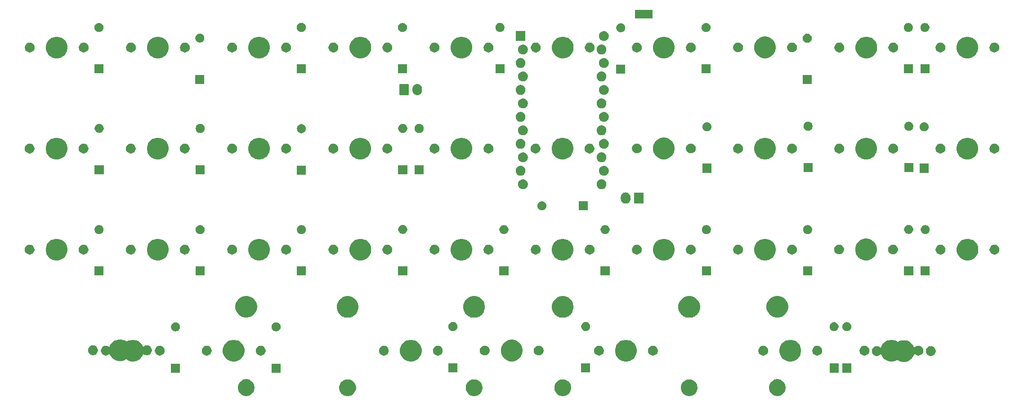
<source format=gbr>
G04 #@! TF.GenerationSoftware,KiCad,Pcbnew,(5.1.4-0-10_14)*
G04 #@! TF.CreationDate,2020-10-16T02:23:32-05:00*
G04 #@! TF.ProjectId,33,33332e6b-6963-4616-945f-706362585858,rev?*
G04 #@! TF.SameCoordinates,Original*
G04 #@! TF.FileFunction,Soldermask,Top*
G04 #@! TF.FilePolarity,Negative*
%FSLAX46Y46*%
G04 Gerber Fmt 4.6, Leading zero omitted, Abs format (unit mm)*
G04 Created by KiCad (PCBNEW (5.1.4-0-10_14)) date 2020-10-16 02:23:32*
%MOMM*%
%LPD*%
G04 APERTURE LIST*
%ADD10C,0.100000*%
G04 APERTURE END LIST*
D10*
G36*
X186313517Y-119240263D02*
G01*
X186465661Y-119270526D01*
X186584387Y-119319704D01*
X186752291Y-119389252D01*
X186752292Y-119389253D01*
X187010254Y-119561617D01*
X187229633Y-119780996D01*
X187344803Y-119953361D01*
X187401998Y-120038959D01*
X187471546Y-120206863D01*
X187510369Y-120300589D01*
X187520724Y-120325590D01*
X187581250Y-120629875D01*
X187581250Y-120940125D01*
X187520724Y-121244410D01*
X187401998Y-121531041D01*
X187401997Y-121531042D01*
X187229633Y-121789004D01*
X187010254Y-122008383D01*
X186837889Y-122123553D01*
X186752291Y-122180748D01*
X186584387Y-122250296D01*
X186465661Y-122299474D01*
X186161375Y-122360000D01*
X185851125Y-122360000D01*
X185546839Y-122299474D01*
X185428113Y-122250296D01*
X185260209Y-122180748D01*
X185174611Y-122123553D01*
X185002246Y-122008383D01*
X184782867Y-121789004D01*
X184610503Y-121531042D01*
X184610502Y-121531041D01*
X184491776Y-121244410D01*
X184431250Y-120940125D01*
X184431250Y-120629875D01*
X184491776Y-120325590D01*
X184502132Y-120300589D01*
X184540954Y-120206863D01*
X184610502Y-120038959D01*
X184667697Y-119953361D01*
X184782867Y-119780996D01*
X185002246Y-119561617D01*
X185260208Y-119389253D01*
X185260209Y-119389252D01*
X185428113Y-119319704D01*
X185546839Y-119270526D01*
X185698983Y-119240263D01*
X185851125Y-119210000D01*
X186161375Y-119210000D01*
X186313517Y-119240263D01*
X186313517Y-119240263D01*
G37*
G36*
X162501017Y-119240263D02*
G01*
X162653161Y-119270526D01*
X162771887Y-119319704D01*
X162939791Y-119389252D01*
X162939792Y-119389253D01*
X163197754Y-119561617D01*
X163417133Y-119780996D01*
X163532303Y-119953361D01*
X163589498Y-120038959D01*
X163659046Y-120206863D01*
X163697869Y-120300589D01*
X163708224Y-120325590D01*
X163768750Y-120629875D01*
X163768750Y-120940125D01*
X163708224Y-121244410D01*
X163589498Y-121531041D01*
X163589497Y-121531042D01*
X163417133Y-121789004D01*
X163197754Y-122008383D01*
X163025389Y-122123553D01*
X162939791Y-122180748D01*
X162771887Y-122250296D01*
X162653161Y-122299474D01*
X162348875Y-122360000D01*
X162038625Y-122360000D01*
X161734339Y-122299474D01*
X161615613Y-122250296D01*
X161447709Y-122180748D01*
X161362111Y-122123553D01*
X161189746Y-122008383D01*
X160970367Y-121789004D01*
X160798003Y-121531042D01*
X160798002Y-121531041D01*
X160679276Y-121244410D01*
X160618750Y-120940125D01*
X160618750Y-120629875D01*
X160679276Y-120325590D01*
X160689632Y-120300589D01*
X160728454Y-120206863D01*
X160798002Y-120038959D01*
X160855197Y-119953361D01*
X160970367Y-119780996D01*
X161189746Y-119561617D01*
X161447708Y-119389253D01*
X161447709Y-119389252D01*
X161615613Y-119319704D01*
X161734339Y-119270526D01*
X161886483Y-119240263D01*
X162038625Y-119210000D01*
X162348875Y-119210000D01*
X162501017Y-119240263D01*
X162501017Y-119240263D01*
G37*
G36*
X145813517Y-119240263D02*
G01*
X145965661Y-119270526D01*
X146084387Y-119319704D01*
X146252291Y-119389252D01*
X146252292Y-119389253D01*
X146510254Y-119561617D01*
X146729633Y-119780996D01*
X146844803Y-119953361D01*
X146901998Y-120038959D01*
X146971546Y-120206863D01*
X147010369Y-120300589D01*
X147020724Y-120325590D01*
X147081250Y-120629875D01*
X147081250Y-120940125D01*
X147020724Y-121244410D01*
X146901998Y-121531041D01*
X146901997Y-121531042D01*
X146729633Y-121789004D01*
X146510254Y-122008383D01*
X146337889Y-122123553D01*
X146252291Y-122180748D01*
X146084387Y-122250296D01*
X145965661Y-122299474D01*
X145661375Y-122360000D01*
X145351125Y-122360000D01*
X145046839Y-122299474D01*
X144928113Y-122250296D01*
X144760209Y-122180748D01*
X144674611Y-122123553D01*
X144502246Y-122008383D01*
X144282867Y-121789004D01*
X144110503Y-121531042D01*
X144110502Y-121531041D01*
X143991776Y-121244410D01*
X143931250Y-120940125D01*
X143931250Y-120629875D01*
X143991776Y-120325590D01*
X144002132Y-120300589D01*
X144040954Y-120206863D01*
X144110502Y-120038959D01*
X144167697Y-119953361D01*
X144282867Y-119780996D01*
X144502246Y-119561617D01*
X144760208Y-119389253D01*
X144760209Y-119389252D01*
X144928113Y-119319704D01*
X145046839Y-119270526D01*
X145198983Y-119240263D01*
X145351125Y-119210000D01*
X145661375Y-119210000D01*
X145813517Y-119240263D01*
X145813517Y-119240263D01*
G37*
G36*
X122001017Y-119240263D02*
G01*
X122153161Y-119270526D01*
X122271887Y-119319704D01*
X122439791Y-119389252D01*
X122439792Y-119389253D01*
X122697754Y-119561617D01*
X122917133Y-119780996D01*
X123032303Y-119953361D01*
X123089498Y-120038959D01*
X123159046Y-120206863D01*
X123197869Y-120300589D01*
X123208224Y-120325590D01*
X123268750Y-120629875D01*
X123268750Y-120940125D01*
X123208224Y-121244410D01*
X123089498Y-121531041D01*
X123089497Y-121531042D01*
X122917133Y-121789004D01*
X122697754Y-122008383D01*
X122525389Y-122123553D01*
X122439791Y-122180748D01*
X122271887Y-122250296D01*
X122153161Y-122299474D01*
X121848875Y-122360000D01*
X121538625Y-122360000D01*
X121234339Y-122299474D01*
X121115613Y-122250296D01*
X120947709Y-122180748D01*
X120862111Y-122123553D01*
X120689746Y-122008383D01*
X120470367Y-121789004D01*
X120298003Y-121531042D01*
X120298002Y-121531041D01*
X120179276Y-121244410D01*
X120118750Y-120940125D01*
X120118750Y-120629875D01*
X120179276Y-120325590D01*
X120189632Y-120300589D01*
X120228454Y-120206863D01*
X120298002Y-120038959D01*
X120355197Y-119953361D01*
X120470367Y-119780996D01*
X120689746Y-119561617D01*
X120947708Y-119389253D01*
X120947709Y-119389252D01*
X121115613Y-119319704D01*
X121234339Y-119270526D01*
X121386483Y-119240263D01*
X121538625Y-119210000D01*
X121848875Y-119210000D01*
X122001017Y-119240263D01*
X122001017Y-119240263D01*
G37*
G36*
X203059311Y-119245526D02*
G01*
X203119666Y-119270526D01*
X203345941Y-119364252D01*
X203431539Y-119421447D01*
X203603904Y-119536617D01*
X203823283Y-119755996D01*
X203938453Y-119928361D01*
X203995648Y-120013959D01*
X204006003Y-120038959D01*
X204114374Y-120300589D01*
X204174900Y-120604876D01*
X204174900Y-120915124D01*
X204114374Y-121219411D01*
X204065196Y-121338137D01*
X203995648Y-121506041D01*
X203978943Y-121531042D01*
X203823283Y-121764004D01*
X203603904Y-121983383D01*
X203431539Y-122098553D01*
X203345941Y-122155748D01*
X203285585Y-122180748D01*
X203059311Y-122274474D01*
X202755025Y-122335000D01*
X202444775Y-122335000D01*
X202140489Y-122274474D01*
X201914215Y-122180748D01*
X201853859Y-122155748D01*
X201768261Y-122098553D01*
X201595896Y-121983383D01*
X201376517Y-121764004D01*
X201220857Y-121531042D01*
X201204152Y-121506041D01*
X201134604Y-121338137D01*
X201085426Y-121219411D01*
X201024900Y-120915124D01*
X201024900Y-120604876D01*
X201085426Y-120300589D01*
X201193797Y-120038959D01*
X201204152Y-120013959D01*
X201261347Y-119928361D01*
X201376517Y-119755996D01*
X201595896Y-119536617D01*
X201768261Y-119421447D01*
X201853859Y-119364252D01*
X202080134Y-119270526D01*
X202140489Y-119245526D01*
X202444775Y-119185000D01*
X202755025Y-119185000D01*
X203059311Y-119245526D01*
X203059311Y-119245526D01*
G37*
G36*
X103059511Y-119245526D02*
G01*
X103119866Y-119270526D01*
X103346141Y-119364252D01*
X103431739Y-119421447D01*
X103604104Y-119536617D01*
X103823483Y-119755996D01*
X103938653Y-119928361D01*
X103995848Y-120013959D01*
X104006203Y-120038959D01*
X104114574Y-120300589D01*
X104175100Y-120604876D01*
X104175100Y-120915124D01*
X104114574Y-121219411D01*
X104065396Y-121338137D01*
X103995848Y-121506041D01*
X103979143Y-121531042D01*
X103823483Y-121764004D01*
X103604104Y-121983383D01*
X103431739Y-122098553D01*
X103346141Y-122155748D01*
X103285785Y-122180748D01*
X103059511Y-122274474D01*
X102755225Y-122335000D01*
X102444975Y-122335000D01*
X102140689Y-122274474D01*
X101914415Y-122180748D01*
X101854059Y-122155748D01*
X101768461Y-122098553D01*
X101596096Y-121983383D01*
X101376717Y-121764004D01*
X101221057Y-121531042D01*
X101204352Y-121506041D01*
X101134804Y-121338137D01*
X101085626Y-121219411D01*
X101025100Y-120915124D01*
X101025100Y-120604876D01*
X101085626Y-120300589D01*
X101193997Y-120038959D01*
X101204352Y-120013959D01*
X101261547Y-119928361D01*
X101376717Y-119755996D01*
X101596096Y-119536617D01*
X101768461Y-119421447D01*
X101854059Y-119364252D01*
X102080334Y-119270526D01*
X102140689Y-119245526D01*
X102444975Y-119185000D01*
X102755225Y-119185000D01*
X103059511Y-119245526D01*
X103059511Y-119245526D01*
G37*
G36*
X109076000Y-117951000D02*
G01*
X107374000Y-117951000D01*
X107374000Y-116249000D01*
X109076000Y-116249000D01*
X109076000Y-117951000D01*
X109076000Y-117951000D01*
G37*
G36*
X90151000Y-117951000D02*
G01*
X88449000Y-117951000D01*
X88449000Y-116249000D01*
X90151000Y-116249000D01*
X90151000Y-117951000D01*
X90151000Y-117951000D01*
G37*
G36*
X216526000Y-117926000D02*
G01*
X214824000Y-117926000D01*
X214824000Y-116224000D01*
X216526000Y-116224000D01*
X216526000Y-117926000D01*
X216526000Y-117926000D01*
G37*
G36*
X214126000Y-117926000D02*
G01*
X212424000Y-117926000D01*
X212424000Y-116224000D01*
X214126000Y-116224000D01*
X214126000Y-117926000D01*
X214126000Y-117926000D01*
G37*
G36*
X167376000Y-117901000D02*
G01*
X165674000Y-117901000D01*
X165674000Y-116199000D01*
X167376000Y-116199000D01*
X167376000Y-117901000D01*
X167376000Y-117901000D01*
G37*
G36*
X142376000Y-117901000D02*
G01*
X140674000Y-117901000D01*
X140674000Y-116199000D01*
X142376000Y-116199000D01*
X142376000Y-117901000D01*
X142376000Y-117901000D01*
G37*
G36*
X224671474Y-111833684D02*
G01*
X224852542Y-111908685D01*
X225043623Y-111987833D01*
X225224181Y-112108478D01*
X225245788Y-112120027D01*
X225269237Y-112127140D01*
X225293623Y-112129542D01*
X225318009Y-112127140D01*
X225341458Y-112120027D01*
X225363062Y-112108480D01*
X225431377Y-112062833D01*
X225612444Y-111987833D01*
X225803526Y-111908684D01*
X226198594Y-111830100D01*
X226601406Y-111830100D01*
X226996474Y-111908684D01*
X227187556Y-111987833D01*
X227368623Y-112062833D01*
X227703548Y-112286623D01*
X227988377Y-112571452D01*
X228212167Y-112906377D01*
X228294900Y-113106114D01*
X228306451Y-113127725D01*
X228321996Y-113146666D01*
X228340938Y-113162212D01*
X228362549Y-113173763D01*
X228385998Y-113180876D01*
X228410384Y-113183278D01*
X228434770Y-113180876D01*
X228458219Y-113173763D01*
X228479830Y-113162212D01*
X228498761Y-113146676D01*
X228564709Y-113080728D01*
X228716374Y-112979389D01*
X228884896Y-112909585D01*
X229063797Y-112874000D01*
X229246203Y-112874000D01*
X229425104Y-112909585D01*
X229593626Y-112979389D01*
X229745291Y-113080728D01*
X229874272Y-113209709D01*
X229975611Y-113361374D01*
X230045415Y-113529896D01*
X230081000Y-113708797D01*
X230081000Y-113891203D01*
X230045415Y-114070104D01*
X229975611Y-114238626D01*
X229874272Y-114390291D01*
X229745291Y-114519272D01*
X229593626Y-114620611D01*
X229425104Y-114690415D01*
X229246203Y-114726000D01*
X229063797Y-114726000D01*
X228884896Y-114690415D01*
X228716374Y-114620611D01*
X228564709Y-114519272D01*
X228542695Y-114497258D01*
X228523764Y-114481722D01*
X228502153Y-114470171D01*
X228478704Y-114463058D01*
X228454318Y-114460656D01*
X228429932Y-114463058D01*
X228406483Y-114470171D01*
X228384872Y-114481722D01*
X228365930Y-114497267D01*
X228350385Y-114516209D01*
X228338835Y-114537819D01*
X228212167Y-114843623D01*
X227988377Y-115178548D01*
X227703548Y-115463377D01*
X227368623Y-115687167D01*
X227237895Y-115741316D01*
X226996474Y-115841316D01*
X226601406Y-115919900D01*
X226198594Y-115919900D01*
X225803526Y-115841316D01*
X225562105Y-115741316D01*
X225431377Y-115687167D01*
X225250819Y-115566522D01*
X225229212Y-115554973D01*
X225205763Y-115547860D01*
X225181377Y-115545458D01*
X225156991Y-115547860D01*
X225133542Y-115554973D01*
X225111938Y-115566520D01*
X225043623Y-115612167D01*
X224889474Y-115676017D01*
X224671474Y-115766316D01*
X224276406Y-115844900D01*
X223873594Y-115844900D01*
X223478526Y-115766316D01*
X223260526Y-115676017D01*
X223106377Y-115612167D01*
X222771452Y-115388377D01*
X222486623Y-115103548D01*
X222262833Y-114768623D01*
X222180098Y-114568883D01*
X222168549Y-114547275D01*
X222153004Y-114528334D01*
X222134062Y-114512788D01*
X222112451Y-114501237D01*
X222089002Y-114494124D01*
X222064616Y-114491722D01*
X222040230Y-114494124D01*
X222016781Y-114501237D01*
X221995170Y-114512788D01*
X221976239Y-114528324D01*
X221910291Y-114594272D01*
X221758626Y-114695611D01*
X221590104Y-114765415D01*
X221411203Y-114801000D01*
X221228797Y-114801000D01*
X221049896Y-114765415D01*
X220881374Y-114695611D01*
X220729709Y-114594272D01*
X220600728Y-114465291D01*
X220499389Y-114313626D01*
X220429585Y-114145104D01*
X220394000Y-113966203D01*
X220394000Y-113783797D01*
X220429585Y-113604896D01*
X220499389Y-113436374D01*
X220600728Y-113284709D01*
X220729709Y-113155728D01*
X220881374Y-113054389D01*
X221049896Y-112984585D01*
X221228797Y-112949000D01*
X221411203Y-112949000D01*
X221590104Y-112984585D01*
X221758626Y-113054389D01*
X221910291Y-113155728D01*
X221932305Y-113177742D01*
X221951236Y-113193278D01*
X221972847Y-113204829D01*
X221996296Y-113211942D01*
X222020682Y-113214344D01*
X222045068Y-113211942D01*
X222068517Y-113204829D01*
X222090128Y-113193278D01*
X222109070Y-113177733D01*
X222124615Y-113158791D01*
X222136166Y-113137180D01*
X222137189Y-113134710D01*
X222262833Y-112831377D01*
X222486623Y-112496452D01*
X222771452Y-112211623D01*
X223106377Y-111987833D01*
X223297458Y-111908685D01*
X223478526Y-111833684D01*
X223873594Y-111755100D01*
X224276406Y-111755100D01*
X224671474Y-111833684D01*
X224671474Y-111833684D01*
G37*
G36*
X79421474Y-111758684D02*
G01*
X79602542Y-111833685D01*
X79793623Y-111912833D01*
X80024181Y-112066887D01*
X80045788Y-112078436D01*
X80069237Y-112085549D01*
X80093623Y-112087951D01*
X80118009Y-112085549D01*
X80141458Y-112078436D01*
X80163061Y-112066889D01*
X80281377Y-111987833D01*
X80472458Y-111908685D01*
X80653526Y-111833684D01*
X81048594Y-111755100D01*
X81451406Y-111755100D01*
X81846474Y-111833684D01*
X82027542Y-111908685D01*
X82218623Y-111987833D01*
X82553548Y-112211623D01*
X82838377Y-112496452D01*
X83062167Y-112831377D01*
X83094562Y-112909586D01*
X83115611Y-112960403D01*
X83127162Y-112982014D01*
X83142707Y-113000956D01*
X83161649Y-113016501D01*
X83183260Y-113028052D01*
X83206709Y-113035165D01*
X83231095Y-113037567D01*
X83255481Y-113035165D01*
X83278930Y-113028052D01*
X83300541Y-113016501D01*
X83309097Y-113009479D01*
X83314705Y-113005732D01*
X83314709Y-113005728D01*
X83466374Y-112904389D01*
X83634896Y-112834585D01*
X83813797Y-112799000D01*
X83996203Y-112799000D01*
X84175104Y-112834585D01*
X84343626Y-112904389D01*
X84495291Y-113005728D01*
X84624272Y-113134709D01*
X84725611Y-113286374D01*
X84795415Y-113454896D01*
X84831000Y-113633797D01*
X84831000Y-113816203D01*
X84795415Y-113995104D01*
X84725611Y-114163626D01*
X84624272Y-114315291D01*
X84495291Y-114444272D01*
X84343626Y-114545611D01*
X84175104Y-114615415D01*
X83996203Y-114651000D01*
X83813797Y-114651000D01*
X83634896Y-114615415D01*
X83466374Y-114545611D01*
X83348773Y-114467033D01*
X83327170Y-114455486D01*
X83303721Y-114448373D01*
X83279335Y-114445971D01*
X83254949Y-114448373D01*
X83231500Y-114455486D01*
X83209889Y-114467037D01*
X83190947Y-114482582D01*
X83175402Y-114501524D01*
X83163851Y-114523135D01*
X83157768Y-114537820D01*
X83062167Y-114768623D01*
X82838377Y-115103548D01*
X82553548Y-115388377D01*
X82218623Y-115612167D01*
X82064474Y-115676017D01*
X81846474Y-115766316D01*
X81451406Y-115844900D01*
X81048594Y-115844900D01*
X80653526Y-115766316D01*
X80435526Y-115676017D01*
X80281377Y-115612167D01*
X80050819Y-115458113D01*
X80029212Y-115446564D01*
X80005763Y-115439451D01*
X79981377Y-115437049D01*
X79956991Y-115439451D01*
X79933542Y-115446564D01*
X79911939Y-115458111D01*
X79793623Y-115537167D01*
X79672912Y-115587167D01*
X79421474Y-115691316D01*
X79026406Y-115769900D01*
X78623594Y-115769900D01*
X78228526Y-115691316D01*
X77977088Y-115587167D01*
X77856377Y-115537167D01*
X77521452Y-115313377D01*
X77236623Y-115028548D01*
X77012833Y-114693623D01*
X76959389Y-114564597D01*
X76947838Y-114542986D01*
X76932293Y-114524044D01*
X76913351Y-114508499D01*
X76891740Y-114496948D01*
X76868291Y-114489835D01*
X76843905Y-114487433D01*
X76819519Y-114489835D01*
X76796070Y-114496948D01*
X76774459Y-114508499D01*
X76765903Y-114515521D01*
X76760295Y-114519268D01*
X76760291Y-114519272D01*
X76608626Y-114620611D01*
X76440104Y-114690415D01*
X76261203Y-114726000D01*
X76078797Y-114726000D01*
X75899896Y-114690415D01*
X75731374Y-114620611D01*
X75579709Y-114519272D01*
X75450728Y-114390291D01*
X75349389Y-114238626D01*
X75279585Y-114070104D01*
X75244000Y-113891203D01*
X75244000Y-113708797D01*
X75279585Y-113529896D01*
X75349389Y-113361374D01*
X75450728Y-113209709D01*
X75579709Y-113080728D01*
X75731374Y-112979389D01*
X75899896Y-112909585D01*
X76078797Y-112874000D01*
X76261203Y-112874000D01*
X76440104Y-112909585D01*
X76608626Y-112979389D01*
X76726227Y-113057967D01*
X76747830Y-113069514D01*
X76771279Y-113076627D01*
X76795665Y-113079029D01*
X76820051Y-113076627D01*
X76843500Y-113069514D01*
X76865111Y-113057963D01*
X76884053Y-113042418D01*
X76899598Y-113023476D01*
X76911149Y-113001865D01*
X76949372Y-112909586D01*
X77012833Y-112756377D01*
X77236623Y-112421452D01*
X77521452Y-112136623D01*
X77856377Y-111912833D01*
X78047458Y-111833685D01*
X78228526Y-111758684D01*
X78623594Y-111680100D01*
X79026406Y-111680100D01*
X79421474Y-111758684D01*
X79421474Y-111758684D01*
G37*
G36*
X205621474Y-111833684D02*
G01*
X205802542Y-111908685D01*
X205993623Y-111987833D01*
X206328548Y-112211623D01*
X206613377Y-112496452D01*
X206837167Y-112831377D01*
X206869562Y-112909586D01*
X206991316Y-113203526D01*
X207069900Y-113598594D01*
X207069900Y-114001406D01*
X206991316Y-114396474D01*
X206929541Y-114545611D01*
X206837167Y-114768623D01*
X206613377Y-115103548D01*
X206328548Y-115388377D01*
X205993623Y-115612167D01*
X205839474Y-115676017D01*
X205621474Y-115766316D01*
X205226406Y-115844900D01*
X204823594Y-115844900D01*
X204428526Y-115766316D01*
X204210526Y-115676017D01*
X204056377Y-115612167D01*
X203721452Y-115388377D01*
X203436623Y-115103548D01*
X203212833Y-114768623D01*
X203120459Y-114545611D01*
X203058684Y-114396474D01*
X202980100Y-114001406D01*
X202980100Y-113598594D01*
X203058684Y-113203526D01*
X203180438Y-112909586D01*
X203212833Y-112831377D01*
X203436623Y-112496452D01*
X203721452Y-112211623D01*
X204056377Y-111987833D01*
X204247458Y-111908685D01*
X204428526Y-111833684D01*
X204823594Y-111755100D01*
X205226406Y-111755100D01*
X205621474Y-111833684D01*
X205621474Y-111833684D01*
G37*
G36*
X100846474Y-111833684D02*
G01*
X101027542Y-111908685D01*
X101218623Y-111987833D01*
X101553548Y-112211623D01*
X101838377Y-112496452D01*
X102062167Y-112831377D01*
X102094562Y-112909586D01*
X102216316Y-113203526D01*
X102294900Y-113598594D01*
X102294900Y-114001406D01*
X102216316Y-114396474D01*
X102154541Y-114545611D01*
X102062167Y-114768623D01*
X101838377Y-115103548D01*
X101553548Y-115388377D01*
X101218623Y-115612167D01*
X101064474Y-115676017D01*
X100846474Y-115766316D01*
X100451406Y-115844900D01*
X100048594Y-115844900D01*
X99653526Y-115766316D01*
X99435526Y-115676017D01*
X99281377Y-115612167D01*
X98946452Y-115388377D01*
X98661623Y-115103548D01*
X98437833Y-114768623D01*
X98345459Y-114545611D01*
X98283684Y-114396474D01*
X98205100Y-114001406D01*
X98205100Y-113598594D01*
X98283684Y-113203526D01*
X98405438Y-112909586D01*
X98437833Y-112831377D01*
X98661623Y-112496452D01*
X98946452Y-112211623D01*
X99281377Y-111987833D01*
X99472458Y-111908685D01*
X99653526Y-111833684D01*
X100048594Y-111755100D01*
X100451406Y-111755100D01*
X100846474Y-111833684D01*
X100846474Y-111833684D01*
G37*
G36*
X134196474Y-111833684D02*
G01*
X134377542Y-111908685D01*
X134568623Y-111987833D01*
X134903548Y-112211623D01*
X135188377Y-112496452D01*
X135412167Y-112831377D01*
X135444562Y-112909586D01*
X135566316Y-113203526D01*
X135644900Y-113598594D01*
X135644900Y-114001406D01*
X135566316Y-114396474D01*
X135504541Y-114545611D01*
X135412167Y-114768623D01*
X135188377Y-115103548D01*
X134903548Y-115388377D01*
X134568623Y-115612167D01*
X134414474Y-115676017D01*
X134196474Y-115766316D01*
X133801406Y-115844900D01*
X133398594Y-115844900D01*
X133003526Y-115766316D01*
X132785526Y-115676017D01*
X132631377Y-115612167D01*
X132296452Y-115388377D01*
X132011623Y-115103548D01*
X131787833Y-114768623D01*
X131695459Y-114545611D01*
X131633684Y-114396474D01*
X131555100Y-114001406D01*
X131555100Y-113598594D01*
X131633684Y-113203526D01*
X131755438Y-112909586D01*
X131787833Y-112831377D01*
X132011623Y-112496452D01*
X132296452Y-112211623D01*
X132631377Y-111987833D01*
X132822458Y-111908685D01*
X133003526Y-111833684D01*
X133398594Y-111755100D01*
X133801406Y-111755100D01*
X134196474Y-111833684D01*
X134196474Y-111833684D01*
G37*
G36*
X174696474Y-111833684D02*
G01*
X174877542Y-111908685D01*
X175068623Y-111987833D01*
X175403548Y-112211623D01*
X175688377Y-112496452D01*
X175912167Y-112831377D01*
X175944562Y-112909586D01*
X176066316Y-113203526D01*
X176144900Y-113598594D01*
X176144900Y-114001406D01*
X176066316Y-114396474D01*
X176004541Y-114545611D01*
X175912167Y-114768623D01*
X175688377Y-115103548D01*
X175403548Y-115388377D01*
X175068623Y-115612167D01*
X174914474Y-115676017D01*
X174696474Y-115766316D01*
X174301406Y-115844900D01*
X173898594Y-115844900D01*
X173503526Y-115766316D01*
X173285526Y-115676017D01*
X173131377Y-115612167D01*
X172796452Y-115388377D01*
X172511623Y-115103548D01*
X172287833Y-114768623D01*
X172195459Y-114545611D01*
X172133684Y-114396474D01*
X172055100Y-114001406D01*
X172055100Y-113598594D01*
X172133684Y-113203526D01*
X172255438Y-112909586D01*
X172287833Y-112831377D01*
X172511623Y-112496452D01*
X172796452Y-112211623D01*
X173131377Y-111987833D01*
X173322458Y-111908685D01*
X173503526Y-111833684D01*
X173898594Y-111755100D01*
X174301406Y-111755100D01*
X174696474Y-111833684D01*
X174696474Y-111833684D01*
G37*
G36*
X153196474Y-111808684D02*
G01*
X153414474Y-111898983D01*
X153568623Y-111962833D01*
X153903548Y-112186623D01*
X154188377Y-112471452D01*
X154412167Y-112806377D01*
X154454917Y-112909585D01*
X154566316Y-113178526D01*
X154644900Y-113573594D01*
X154644900Y-113976406D01*
X154566316Y-114371474D01*
X154506365Y-114516209D01*
X154412167Y-114743623D01*
X154188377Y-115078548D01*
X153903548Y-115363377D01*
X153568623Y-115587167D01*
X153508267Y-115612167D01*
X153196474Y-115741316D01*
X152801406Y-115819900D01*
X152398594Y-115819900D01*
X152003526Y-115741316D01*
X151691733Y-115612167D01*
X151631377Y-115587167D01*
X151296452Y-115363377D01*
X151011623Y-115078548D01*
X150787833Y-114743623D01*
X150693635Y-114516209D01*
X150633684Y-114371474D01*
X150555100Y-113976406D01*
X150555100Y-113573594D01*
X150633684Y-113178526D01*
X150745083Y-112909585D01*
X150787833Y-112806377D01*
X151011623Y-112471452D01*
X151296452Y-112186623D01*
X151631377Y-111962833D01*
X151785526Y-111898983D01*
X152003526Y-111808684D01*
X152398594Y-111730100D01*
X152801406Y-111730100D01*
X153196474Y-111808684D01*
X153196474Y-111808684D01*
G37*
G36*
X231750104Y-112984585D02*
G01*
X231918626Y-113054389D01*
X232070291Y-113155728D01*
X232199272Y-113284709D01*
X232300611Y-113436374D01*
X232370415Y-113604896D01*
X232406000Y-113783797D01*
X232406000Y-113966203D01*
X232370415Y-114145104D01*
X232300611Y-114313626D01*
X232199272Y-114465291D01*
X232070291Y-114594272D01*
X231918626Y-114695611D01*
X231750104Y-114765415D01*
X231571203Y-114801000D01*
X231388797Y-114801000D01*
X231209896Y-114765415D01*
X231041374Y-114695611D01*
X230889709Y-114594272D01*
X230760728Y-114465291D01*
X230659389Y-114313626D01*
X230589585Y-114145104D01*
X230554000Y-113966203D01*
X230554000Y-113783797D01*
X230589585Y-113604896D01*
X230659389Y-113436374D01*
X230760728Y-113284709D01*
X230889709Y-113155728D01*
X231041374Y-113054389D01*
X231209896Y-112984585D01*
X231388797Y-112949000D01*
X231571203Y-112949000D01*
X231750104Y-112984585D01*
X231750104Y-112984585D01*
G37*
G36*
X138950104Y-112909585D02*
G01*
X139118626Y-112979389D01*
X139270291Y-113080728D01*
X139399272Y-113209709D01*
X139500611Y-113361374D01*
X139570415Y-113529896D01*
X139606000Y-113708797D01*
X139606000Y-113891203D01*
X139570415Y-114070104D01*
X139500611Y-114238626D01*
X139399272Y-114390291D01*
X139270291Y-114519272D01*
X139118626Y-114620611D01*
X138950104Y-114690415D01*
X138771203Y-114726000D01*
X138588797Y-114726000D01*
X138409896Y-114690415D01*
X138241374Y-114620611D01*
X138089709Y-114519272D01*
X137960728Y-114390291D01*
X137859389Y-114238626D01*
X137789585Y-114070104D01*
X137754000Y-113891203D01*
X137754000Y-113708797D01*
X137789585Y-113529896D01*
X137859389Y-113361374D01*
X137960728Y-113209709D01*
X138089709Y-113080728D01*
X138241374Y-112979389D01*
X138409896Y-112909585D01*
X138588797Y-112874000D01*
X138771203Y-112874000D01*
X138950104Y-112909585D01*
X138950104Y-112909585D01*
G37*
G36*
X219265104Y-112909585D02*
G01*
X219433626Y-112979389D01*
X219585291Y-113080728D01*
X219714272Y-113209709D01*
X219815611Y-113361374D01*
X219885415Y-113529896D01*
X219921000Y-113708797D01*
X219921000Y-113891203D01*
X219885415Y-114070104D01*
X219815611Y-114238626D01*
X219714272Y-114390291D01*
X219585291Y-114519272D01*
X219433626Y-114620611D01*
X219265104Y-114690415D01*
X219086203Y-114726000D01*
X218903797Y-114726000D01*
X218724896Y-114690415D01*
X218556374Y-114620611D01*
X218404709Y-114519272D01*
X218275728Y-114390291D01*
X218174389Y-114238626D01*
X218104585Y-114070104D01*
X218069000Y-113891203D01*
X218069000Y-113708797D01*
X218104585Y-113529896D01*
X218174389Y-113361374D01*
X218275728Y-113209709D01*
X218404709Y-113080728D01*
X218556374Y-112979389D01*
X218724896Y-112909585D01*
X218903797Y-112874000D01*
X219086203Y-112874000D01*
X219265104Y-112909585D01*
X219265104Y-112909585D01*
G37*
G36*
X210375104Y-112909585D02*
G01*
X210543626Y-112979389D01*
X210695291Y-113080728D01*
X210824272Y-113209709D01*
X210925611Y-113361374D01*
X210995415Y-113529896D01*
X211031000Y-113708797D01*
X211031000Y-113891203D01*
X210995415Y-114070104D01*
X210925611Y-114238626D01*
X210824272Y-114390291D01*
X210695291Y-114519272D01*
X210543626Y-114620611D01*
X210375104Y-114690415D01*
X210196203Y-114726000D01*
X210013797Y-114726000D01*
X209834896Y-114690415D01*
X209666374Y-114620611D01*
X209514709Y-114519272D01*
X209385728Y-114390291D01*
X209284389Y-114238626D01*
X209214585Y-114070104D01*
X209179000Y-113891203D01*
X209179000Y-113708797D01*
X209214585Y-113529896D01*
X209284389Y-113361374D01*
X209385728Y-113209709D01*
X209514709Y-113080728D01*
X209666374Y-112979389D01*
X209834896Y-112909585D01*
X210013797Y-112874000D01*
X210196203Y-112874000D01*
X210375104Y-112909585D01*
X210375104Y-112909585D01*
G37*
G36*
X128790104Y-112909585D02*
G01*
X128958626Y-112979389D01*
X129110291Y-113080728D01*
X129239272Y-113209709D01*
X129340611Y-113361374D01*
X129410415Y-113529896D01*
X129446000Y-113708797D01*
X129446000Y-113891203D01*
X129410415Y-114070104D01*
X129340611Y-114238626D01*
X129239272Y-114390291D01*
X129110291Y-114519272D01*
X128958626Y-114620611D01*
X128790104Y-114690415D01*
X128611203Y-114726000D01*
X128428797Y-114726000D01*
X128249896Y-114690415D01*
X128081374Y-114620611D01*
X127929709Y-114519272D01*
X127800728Y-114390291D01*
X127699389Y-114238626D01*
X127629585Y-114070104D01*
X127594000Y-113891203D01*
X127594000Y-113708797D01*
X127629585Y-113529896D01*
X127699389Y-113361374D01*
X127800728Y-113209709D01*
X127929709Y-113080728D01*
X128081374Y-112979389D01*
X128249896Y-112909585D01*
X128428797Y-112874000D01*
X128611203Y-112874000D01*
X128790104Y-112909585D01*
X128790104Y-112909585D01*
G37*
G36*
X86600104Y-112909585D02*
G01*
X86768626Y-112979389D01*
X86920291Y-113080728D01*
X87049272Y-113209709D01*
X87150611Y-113361374D01*
X87220415Y-113529896D01*
X87256000Y-113708797D01*
X87256000Y-113891203D01*
X87220415Y-114070104D01*
X87150611Y-114238626D01*
X87049272Y-114390291D01*
X86920291Y-114519272D01*
X86768626Y-114620611D01*
X86600104Y-114690415D01*
X86421203Y-114726000D01*
X86238797Y-114726000D01*
X86059896Y-114690415D01*
X85891374Y-114620611D01*
X85739709Y-114519272D01*
X85610728Y-114390291D01*
X85509389Y-114238626D01*
X85439585Y-114070104D01*
X85404000Y-113891203D01*
X85404000Y-113708797D01*
X85439585Y-113529896D01*
X85509389Y-113361374D01*
X85610728Y-113209709D01*
X85739709Y-113080728D01*
X85891374Y-112979389D01*
X86059896Y-112909585D01*
X86238797Y-112874000D01*
X86421203Y-112874000D01*
X86600104Y-112909585D01*
X86600104Y-112909585D01*
G37*
G36*
X95440104Y-112909585D02*
G01*
X95608626Y-112979389D01*
X95760291Y-113080728D01*
X95889272Y-113209709D01*
X95990611Y-113361374D01*
X96060415Y-113529896D01*
X96096000Y-113708797D01*
X96096000Y-113891203D01*
X96060415Y-114070104D01*
X95990611Y-114238626D01*
X95889272Y-114390291D01*
X95760291Y-114519272D01*
X95608626Y-114620611D01*
X95440104Y-114690415D01*
X95261203Y-114726000D01*
X95078797Y-114726000D01*
X94899896Y-114690415D01*
X94731374Y-114620611D01*
X94579709Y-114519272D01*
X94450728Y-114390291D01*
X94349389Y-114238626D01*
X94279585Y-114070104D01*
X94244000Y-113891203D01*
X94244000Y-113708797D01*
X94279585Y-113529896D01*
X94349389Y-113361374D01*
X94450728Y-113209709D01*
X94579709Y-113080728D01*
X94731374Y-112979389D01*
X94899896Y-112909585D01*
X95078797Y-112874000D01*
X95261203Y-112874000D01*
X95440104Y-112909585D01*
X95440104Y-112909585D01*
G37*
G36*
X179450104Y-112909585D02*
G01*
X179618626Y-112979389D01*
X179770291Y-113080728D01*
X179899272Y-113209709D01*
X180000611Y-113361374D01*
X180070415Y-113529896D01*
X180106000Y-113708797D01*
X180106000Y-113891203D01*
X180070415Y-114070104D01*
X180000611Y-114238626D01*
X179899272Y-114390291D01*
X179770291Y-114519272D01*
X179618626Y-114620611D01*
X179450104Y-114690415D01*
X179271203Y-114726000D01*
X179088797Y-114726000D01*
X178909896Y-114690415D01*
X178741374Y-114620611D01*
X178589709Y-114519272D01*
X178460728Y-114390291D01*
X178359389Y-114238626D01*
X178289585Y-114070104D01*
X178254000Y-113891203D01*
X178254000Y-113708797D01*
X178289585Y-113529896D01*
X178359389Y-113361374D01*
X178460728Y-113209709D01*
X178589709Y-113080728D01*
X178741374Y-112979389D01*
X178909896Y-112909585D01*
X179088797Y-112874000D01*
X179271203Y-112874000D01*
X179450104Y-112909585D01*
X179450104Y-112909585D01*
G37*
G36*
X169290104Y-112909585D02*
G01*
X169458626Y-112979389D01*
X169610291Y-113080728D01*
X169739272Y-113209709D01*
X169840611Y-113361374D01*
X169910415Y-113529896D01*
X169946000Y-113708797D01*
X169946000Y-113891203D01*
X169910415Y-114070104D01*
X169840611Y-114238626D01*
X169739272Y-114390291D01*
X169610291Y-114519272D01*
X169458626Y-114620611D01*
X169290104Y-114690415D01*
X169111203Y-114726000D01*
X168928797Y-114726000D01*
X168749896Y-114690415D01*
X168581374Y-114620611D01*
X168429709Y-114519272D01*
X168300728Y-114390291D01*
X168199389Y-114238626D01*
X168129585Y-114070104D01*
X168094000Y-113891203D01*
X168094000Y-113708797D01*
X168129585Y-113529896D01*
X168199389Y-113361374D01*
X168300728Y-113209709D01*
X168429709Y-113080728D01*
X168581374Y-112979389D01*
X168749896Y-112909585D01*
X168928797Y-112874000D01*
X169111203Y-112874000D01*
X169290104Y-112909585D01*
X169290104Y-112909585D01*
G37*
G36*
X105600104Y-112909585D02*
G01*
X105768626Y-112979389D01*
X105920291Y-113080728D01*
X106049272Y-113209709D01*
X106150611Y-113361374D01*
X106220415Y-113529896D01*
X106256000Y-113708797D01*
X106256000Y-113891203D01*
X106220415Y-114070104D01*
X106150611Y-114238626D01*
X106049272Y-114390291D01*
X105920291Y-114519272D01*
X105768626Y-114620611D01*
X105600104Y-114690415D01*
X105421203Y-114726000D01*
X105238797Y-114726000D01*
X105059896Y-114690415D01*
X104891374Y-114620611D01*
X104739709Y-114519272D01*
X104610728Y-114390291D01*
X104509389Y-114238626D01*
X104439585Y-114070104D01*
X104404000Y-113891203D01*
X104404000Y-113708797D01*
X104439585Y-113529896D01*
X104509389Y-113361374D01*
X104610728Y-113209709D01*
X104739709Y-113080728D01*
X104891374Y-112979389D01*
X105059896Y-112909585D01*
X105238797Y-112874000D01*
X105421203Y-112874000D01*
X105600104Y-112909585D01*
X105600104Y-112909585D01*
G37*
G36*
X200215104Y-112909585D02*
G01*
X200383626Y-112979389D01*
X200535291Y-113080728D01*
X200664272Y-113209709D01*
X200765611Y-113361374D01*
X200835415Y-113529896D01*
X200871000Y-113708797D01*
X200871000Y-113891203D01*
X200835415Y-114070104D01*
X200765611Y-114238626D01*
X200664272Y-114390291D01*
X200535291Y-114519272D01*
X200383626Y-114620611D01*
X200215104Y-114690415D01*
X200036203Y-114726000D01*
X199853797Y-114726000D01*
X199674896Y-114690415D01*
X199506374Y-114620611D01*
X199354709Y-114519272D01*
X199225728Y-114390291D01*
X199124389Y-114238626D01*
X199054585Y-114070104D01*
X199019000Y-113891203D01*
X199019000Y-113708797D01*
X199054585Y-113529896D01*
X199124389Y-113361374D01*
X199225728Y-113209709D01*
X199354709Y-113080728D01*
X199506374Y-112979389D01*
X199674896Y-112909585D01*
X199853797Y-112874000D01*
X200036203Y-112874000D01*
X200215104Y-112909585D01*
X200215104Y-112909585D01*
G37*
G36*
X147790104Y-112884585D02*
G01*
X147958626Y-112954389D01*
X148110291Y-113055728D01*
X148239272Y-113184709D01*
X148340611Y-113336374D01*
X148410415Y-113504896D01*
X148446000Y-113683797D01*
X148446000Y-113866203D01*
X148410415Y-114045104D01*
X148340611Y-114213626D01*
X148239272Y-114365291D01*
X148110291Y-114494272D01*
X147958626Y-114595611D01*
X147790104Y-114665415D01*
X147611203Y-114701000D01*
X147428797Y-114701000D01*
X147249896Y-114665415D01*
X147081374Y-114595611D01*
X146929709Y-114494272D01*
X146800728Y-114365291D01*
X146699389Y-114213626D01*
X146629585Y-114045104D01*
X146594000Y-113866203D01*
X146594000Y-113683797D01*
X146629585Y-113504896D01*
X146699389Y-113336374D01*
X146800728Y-113184709D01*
X146929709Y-113055728D01*
X147081374Y-112954389D01*
X147249896Y-112884585D01*
X147428797Y-112849000D01*
X147611203Y-112849000D01*
X147790104Y-112884585D01*
X147790104Y-112884585D01*
G37*
G36*
X157950104Y-112884585D02*
G01*
X158118626Y-112954389D01*
X158270291Y-113055728D01*
X158399272Y-113184709D01*
X158500611Y-113336374D01*
X158570415Y-113504896D01*
X158606000Y-113683797D01*
X158606000Y-113866203D01*
X158570415Y-114045104D01*
X158500611Y-114213626D01*
X158399272Y-114365291D01*
X158270291Y-114494272D01*
X158118626Y-114595611D01*
X157950104Y-114665415D01*
X157771203Y-114701000D01*
X157588797Y-114701000D01*
X157409896Y-114665415D01*
X157241374Y-114595611D01*
X157089709Y-114494272D01*
X156960728Y-114365291D01*
X156859389Y-114213626D01*
X156789585Y-114045104D01*
X156754000Y-113866203D01*
X156754000Y-113683797D01*
X156789585Y-113504896D01*
X156859389Y-113336374D01*
X156960728Y-113184709D01*
X157089709Y-113055728D01*
X157241374Y-112954389D01*
X157409896Y-112884585D01*
X157588797Y-112849000D01*
X157771203Y-112849000D01*
X157950104Y-112884585D01*
X157950104Y-112884585D01*
G37*
G36*
X74015104Y-112834585D02*
G01*
X74183626Y-112904389D01*
X74335291Y-113005728D01*
X74464272Y-113134709D01*
X74565611Y-113286374D01*
X74635415Y-113454896D01*
X74671000Y-113633797D01*
X74671000Y-113816203D01*
X74635415Y-113995104D01*
X74565611Y-114163626D01*
X74464272Y-114315291D01*
X74335291Y-114444272D01*
X74183626Y-114545611D01*
X74015104Y-114615415D01*
X73836203Y-114651000D01*
X73653797Y-114651000D01*
X73474896Y-114615415D01*
X73306374Y-114545611D01*
X73154709Y-114444272D01*
X73025728Y-114315291D01*
X72924389Y-114163626D01*
X72854585Y-113995104D01*
X72819000Y-113816203D01*
X72819000Y-113633797D01*
X72854585Y-113454896D01*
X72924389Y-113286374D01*
X73025728Y-113134709D01*
X73154709Y-113005728D01*
X73306374Y-112904389D01*
X73474896Y-112834585D01*
X73653797Y-112799000D01*
X73836203Y-112799000D01*
X74015104Y-112834585D01*
X74015104Y-112834585D01*
G37*
G36*
X108473228Y-108481703D02*
G01*
X108628100Y-108545853D01*
X108767481Y-108638985D01*
X108886015Y-108757519D01*
X108979147Y-108896900D01*
X109043297Y-109051772D01*
X109076000Y-109216184D01*
X109076000Y-109383816D01*
X109043297Y-109548228D01*
X108979147Y-109703100D01*
X108886015Y-109842481D01*
X108767481Y-109961015D01*
X108628100Y-110054147D01*
X108473228Y-110118297D01*
X108308816Y-110151000D01*
X108141184Y-110151000D01*
X107976772Y-110118297D01*
X107821900Y-110054147D01*
X107682519Y-109961015D01*
X107563985Y-109842481D01*
X107470853Y-109703100D01*
X107406703Y-109548228D01*
X107374000Y-109383816D01*
X107374000Y-109216184D01*
X107406703Y-109051772D01*
X107470853Y-108896900D01*
X107563985Y-108757519D01*
X107682519Y-108638985D01*
X107821900Y-108545853D01*
X107976772Y-108481703D01*
X108141184Y-108449000D01*
X108308816Y-108449000D01*
X108473228Y-108481703D01*
X108473228Y-108481703D01*
G37*
G36*
X89548228Y-108481703D02*
G01*
X89703100Y-108545853D01*
X89842481Y-108638985D01*
X89961015Y-108757519D01*
X90054147Y-108896900D01*
X90118297Y-109051772D01*
X90151000Y-109216184D01*
X90151000Y-109383816D01*
X90118297Y-109548228D01*
X90054147Y-109703100D01*
X89961015Y-109842481D01*
X89842481Y-109961015D01*
X89703100Y-110054147D01*
X89548228Y-110118297D01*
X89383816Y-110151000D01*
X89216184Y-110151000D01*
X89051772Y-110118297D01*
X88896900Y-110054147D01*
X88757519Y-109961015D01*
X88638985Y-109842481D01*
X88545853Y-109703100D01*
X88481703Y-109548228D01*
X88449000Y-109383816D01*
X88449000Y-109216184D01*
X88481703Y-109051772D01*
X88545853Y-108896900D01*
X88638985Y-108757519D01*
X88757519Y-108638985D01*
X88896900Y-108545853D01*
X89051772Y-108481703D01*
X89216184Y-108449000D01*
X89383816Y-108449000D01*
X89548228Y-108481703D01*
X89548228Y-108481703D01*
G37*
G36*
X215923228Y-108456703D02*
G01*
X216078100Y-108520853D01*
X216217481Y-108613985D01*
X216336015Y-108732519D01*
X216429147Y-108871900D01*
X216493297Y-109026772D01*
X216526000Y-109191184D01*
X216526000Y-109358816D01*
X216493297Y-109523228D01*
X216429147Y-109678100D01*
X216336015Y-109817481D01*
X216217481Y-109936015D01*
X216078100Y-110029147D01*
X215923228Y-110093297D01*
X215758816Y-110126000D01*
X215591184Y-110126000D01*
X215426772Y-110093297D01*
X215271900Y-110029147D01*
X215132519Y-109936015D01*
X215013985Y-109817481D01*
X214920853Y-109678100D01*
X214856703Y-109523228D01*
X214824000Y-109358816D01*
X214824000Y-109191184D01*
X214856703Y-109026772D01*
X214920853Y-108871900D01*
X215013985Y-108732519D01*
X215132519Y-108613985D01*
X215271900Y-108520853D01*
X215426772Y-108456703D01*
X215591184Y-108424000D01*
X215758816Y-108424000D01*
X215923228Y-108456703D01*
X215923228Y-108456703D01*
G37*
G36*
X213523228Y-108456703D02*
G01*
X213678100Y-108520853D01*
X213817481Y-108613985D01*
X213936015Y-108732519D01*
X214029147Y-108871900D01*
X214093297Y-109026772D01*
X214126000Y-109191184D01*
X214126000Y-109358816D01*
X214093297Y-109523228D01*
X214029147Y-109678100D01*
X213936015Y-109817481D01*
X213817481Y-109936015D01*
X213678100Y-110029147D01*
X213523228Y-110093297D01*
X213358816Y-110126000D01*
X213191184Y-110126000D01*
X213026772Y-110093297D01*
X212871900Y-110029147D01*
X212732519Y-109936015D01*
X212613985Y-109817481D01*
X212520853Y-109678100D01*
X212456703Y-109523228D01*
X212424000Y-109358816D01*
X212424000Y-109191184D01*
X212456703Y-109026772D01*
X212520853Y-108871900D01*
X212613985Y-108732519D01*
X212732519Y-108613985D01*
X212871900Y-108520853D01*
X213026772Y-108456703D01*
X213191184Y-108424000D01*
X213358816Y-108424000D01*
X213523228Y-108456703D01*
X213523228Y-108456703D01*
G37*
G36*
X166773228Y-108431703D02*
G01*
X166928100Y-108495853D01*
X167067481Y-108588985D01*
X167186015Y-108707519D01*
X167279147Y-108846900D01*
X167343297Y-109001772D01*
X167376000Y-109166184D01*
X167376000Y-109333816D01*
X167343297Y-109498228D01*
X167279147Y-109653100D01*
X167186015Y-109792481D01*
X167067481Y-109911015D01*
X166928100Y-110004147D01*
X166773228Y-110068297D01*
X166608816Y-110101000D01*
X166441184Y-110101000D01*
X166276772Y-110068297D01*
X166121900Y-110004147D01*
X165982519Y-109911015D01*
X165863985Y-109792481D01*
X165770853Y-109653100D01*
X165706703Y-109498228D01*
X165674000Y-109333816D01*
X165674000Y-109166184D01*
X165706703Y-109001772D01*
X165770853Y-108846900D01*
X165863985Y-108707519D01*
X165982519Y-108588985D01*
X166121900Y-108495853D01*
X166276772Y-108431703D01*
X166441184Y-108399000D01*
X166608816Y-108399000D01*
X166773228Y-108431703D01*
X166773228Y-108431703D01*
G37*
G36*
X141773228Y-108431703D02*
G01*
X141928100Y-108495853D01*
X142067481Y-108588985D01*
X142186015Y-108707519D01*
X142279147Y-108846900D01*
X142343297Y-109001772D01*
X142376000Y-109166184D01*
X142376000Y-109333816D01*
X142343297Y-109498228D01*
X142279147Y-109653100D01*
X142186015Y-109792481D01*
X142067481Y-109911015D01*
X141928100Y-110004147D01*
X141773228Y-110068297D01*
X141608816Y-110101000D01*
X141441184Y-110101000D01*
X141276772Y-110068297D01*
X141121900Y-110004147D01*
X140982519Y-109911015D01*
X140863985Y-109792481D01*
X140770853Y-109653100D01*
X140706703Y-109498228D01*
X140674000Y-109333816D01*
X140674000Y-109166184D01*
X140706703Y-109001772D01*
X140770853Y-108846900D01*
X140863985Y-108707519D01*
X140982519Y-108588985D01*
X141121900Y-108495853D01*
X141276772Y-108431703D01*
X141441184Y-108399000D01*
X141608816Y-108399000D01*
X141773228Y-108431703D01*
X141773228Y-108431703D01*
G37*
G36*
X186602724Y-103578684D02*
G01*
X186820724Y-103668983D01*
X186974873Y-103732833D01*
X187309798Y-103956623D01*
X187594627Y-104241452D01*
X187818417Y-104576377D01*
X187818417Y-104576378D01*
X187972566Y-104948526D01*
X188051150Y-105343594D01*
X188051150Y-105746406D01*
X187972566Y-106141474D01*
X187882267Y-106359474D01*
X187818417Y-106513623D01*
X187594627Y-106848548D01*
X187309798Y-107133377D01*
X186974873Y-107357167D01*
X186820724Y-107421017D01*
X186602724Y-107511316D01*
X186207656Y-107589900D01*
X185804844Y-107589900D01*
X185409776Y-107511316D01*
X185191776Y-107421017D01*
X185037627Y-107357167D01*
X184702702Y-107133377D01*
X184417873Y-106848548D01*
X184194083Y-106513623D01*
X184130233Y-106359474D01*
X184039934Y-106141474D01*
X183961350Y-105746406D01*
X183961350Y-105343594D01*
X184039934Y-104948526D01*
X184194083Y-104576378D01*
X184194083Y-104576377D01*
X184417873Y-104241452D01*
X184702702Y-103956623D01*
X185037627Y-103732833D01*
X185191776Y-103668983D01*
X185409776Y-103578684D01*
X185804844Y-103500100D01*
X186207656Y-103500100D01*
X186602724Y-103578684D01*
X186602724Y-103578684D01*
G37*
G36*
X162790224Y-103578684D02*
G01*
X163008224Y-103668983D01*
X163162373Y-103732833D01*
X163497298Y-103956623D01*
X163782127Y-104241452D01*
X164005917Y-104576377D01*
X164005917Y-104576378D01*
X164160066Y-104948526D01*
X164238650Y-105343594D01*
X164238650Y-105746406D01*
X164160066Y-106141474D01*
X164069767Y-106359474D01*
X164005917Y-106513623D01*
X163782127Y-106848548D01*
X163497298Y-107133377D01*
X163162373Y-107357167D01*
X163008224Y-107421017D01*
X162790224Y-107511316D01*
X162395156Y-107589900D01*
X161992344Y-107589900D01*
X161597276Y-107511316D01*
X161379276Y-107421017D01*
X161225127Y-107357167D01*
X160890202Y-107133377D01*
X160605373Y-106848548D01*
X160381583Y-106513623D01*
X160317733Y-106359474D01*
X160227434Y-106141474D01*
X160148850Y-105746406D01*
X160148850Y-105343594D01*
X160227434Y-104948526D01*
X160381583Y-104576378D01*
X160381583Y-104576377D01*
X160605373Y-104241452D01*
X160890202Y-103956623D01*
X161225127Y-103732833D01*
X161379276Y-103668983D01*
X161597276Y-103578684D01*
X161992344Y-103500100D01*
X162395156Y-103500100D01*
X162790224Y-103578684D01*
X162790224Y-103578684D01*
G37*
G36*
X146102724Y-103578684D02*
G01*
X146320724Y-103668983D01*
X146474873Y-103732833D01*
X146809798Y-103956623D01*
X147094627Y-104241452D01*
X147318417Y-104576377D01*
X147318417Y-104576378D01*
X147472566Y-104948526D01*
X147551150Y-105343594D01*
X147551150Y-105746406D01*
X147472566Y-106141474D01*
X147382267Y-106359474D01*
X147318417Y-106513623D01*
X147094627Y-106848548D01*
X146809798Y-107133377D01*
X146474873Y-107357167D01*
X146320724Y-107421017D01*
X146102724Y-107511316D01*
X145707656Y-107589900D01*
X145304844Y-107589900D01*
X144909776Y-107511316D01*
X144691776Y-107421017D01*
X144537627Y-107357167D01*
X144202702Y-107133377D01*
X143917873Y-106848548D01*
X143694083Y-106513623D01*
X143630233Y-106359474D01*
X143539934Y-106141474D01*
X143461350Y-105746406D01*
X143461350Y-105343594D01*
X143539934Y-104948526D01*
X143694083Y-104576378D01*
X143694083Y-104576377D01*
X143917873Y-104241452D01*
X144202702Y-103956623D01*
X144537627Y-103732833D01*
X144691776Y-103668983D01*
X144909776Y-103578684D01*
X145304844Y-103500100D01*
X145707656Y-103500100D01*
X146102724Y-103578684D01*
X146102724Y-103578684D01*
G37*
G36*
X122290224Y-103578684D02*
G01*
X122508224Y-103668983D01*
X122662373Y-103732833D01*
X122997298Y-103956623D01*
X123282127Y-104241452D01*
X123505917Y-104576377D01*
X123505917Y-104576378D01*
X123660066Y-104948526D01*
X123738650Y-105343594D01*
X123738650Y-105746406D01*
X123660066Y-106141474D01*
X123569767Y-106359474D01*
X123505917Y-106513623D01*
X123282127Y-106848548D01*
X122997298Y-107133377D01*
X122662373Y-107357167D01*
X122508224Y-107421017D01*
X122290224Y-107511316D01*
X121895156Y-107589900D01*
X121492344Y-107589900D01*
X121097276Y-107511316D01*
X120879276Y-107421017D01*
X120725127Y-107357167D01*
X120390202Y-107133377D01*
X120105373Y-106848548D01*
X119881583Y-106513623D01*
X119817733Y-106359474D01*
X119727434Y-106141474D01*
X119648850Y-105746406D01*
X119648850Y-105343594D01*
X119727434Y-104948526D01*
X119881583Y-104576378D01*
X119881583Y-104576377D01*
X120105373Y-104241452D01*
X120390202Y-103956623D01*
X120725127Y-103732833D01*
X120879276Y-103668983D01*
X121097276Y-103578684D01*
X121492344Y-103500100D01*
X121895156Y-103500100D01*
X122290224Y-103578684D01*
X122290224Y-103578684D01*
G37*
G36*
X103196574Y-103553684D02*
G01*
X103414574Y-103643983D01*
X103568723Y-103707833D01*
X103903648Y-103931623D01*
X104188477Y-104216452D01*
X104412267Y-104551377D01*
X104476117Y-104705526D01*
X104566416Y-104923526D01*
X104645000Y-105318594D01*
X104645000Y-105721406D01*
X104566416Y-106116474D01*
X104556060Y-106141475D01*
X104412267Y-106488623D01*
X104188477Y-106823548D01*
X103903648Y-107108377D01*
X103568723Y-107332167D01*
X103508367Y-107357167D01*
X103196574Y-107486316D01*
X102801506Y-107564900D01*
X102398694Y-107564900D01*
X102003626Y-107486316D01*
X101691833Y-107357167D01*
X101631477Y-107332167D01*
X101296552Y-107108377D01*
X101011723Y-106823548D01*
X100787933Y-106488623D01*
X100644140Y-106141475D01*
X100633784Y-106116474D01*
X100555200Y-105721406D01*
X100555200Y-105318594D01*
X100633784Y-104923526D01*
X100724083Y-104705526D01*
X100787933Y-104551377D01*
X101011723Y-104216452D01*
X101296552Y-103931623D01*
X101631477Y-103707833D01*
X101785626Y-103643983D01*
X102003626Y-103553684D01*
X102398694Y-103475100D01*
X102801506Y-103475100D01*
X103196574Y-103553684D01*
X103196574Y-103553684D01*
G37*
G36*
X203196374Y-103553684D02*
G01*
X203414374Y-103643983D01*
X203568523Y-103707833D01*
X203903448Y-103931623D01*
X204188277Y-104216452D01*
X204412067Y-104551377D01*
X204475917Y-104705526D01*
X204566216Y-104923526D01*
X204644800Y-105318594D01*
X204644800Y-105721406D01*
X204566216Y-106116474D01*
X204555860Y-106141475D01*
X204412067Y-106488623D01*
X204188277Y-106823548D01*
X203903448Y-107108377D01*
X203568523Y-107332167D01*
X203508167Y-107357167D01*
X203196374Y-107486316D01*
X202801306Y-107564900D01*
X202398494Y-107564900D01*
X202003426Y-107486316D01*
X201691633Y-107357167D01*
X201631277Y-107332167D01*
X201296352Y-107108377D01*
X201011523Y-106823548D01*
X200787733Y-106488623D01*
X200643940Y-106141475D01*
X200633584Y-106116474D01*
X200555000Y-105721406D01*
X200555000Y-105318594D01*
X200633584Y-104923526D01*
X200723883Y-104705526D01*
X200787733Y-104551377D01*
X201011523Y-104216452D01*
X201296352Y-103931623D01*
X201631277Y-103707833D01*
X201785426Y-103643983D01*
X202003426Y-103553684D01*
X202398494Y-103475100D01*
X202801306Y-103475100D01*
X203196374Y-103553684D01*
X203196374Y-103553684D01*
G37*
G36*
X171026000Y-99626000D02*
G01*
X169324000Y-99626000D01*
X169324000Y-97924000D01*
X171026000Y-97924000D01*
X171026000Y-99626000D01*
X171026000Y-99626000D01*
G37*
G36*
X190101000Y-99626000D02*
G01*
X188399000Y-99626000D01*
X188399000Y-97924000D01*
X190101000Y-97924000D01*
X190101000Y-99626000D01*
X190101000Y-99626000D01*
G37*
G36*
X209151000Y-99626000D02*
G01*
X207449000Y-99626000D01*
X207449000Y-97924000D01*
X209151000Y-97924000D01*
X209151000Y-99626000D01*
X209151000Y-99626000D01*
G37*
G36*
X113851000Y-99626000D02*
G01*
X112149000Y-99626000D01*
X112149000Y-97924000D01*
X113851000Y-97924000D01*
X113851000Y-99626000D01*
X113851000Y-99626000D01*
G37*
G36*
X231301000Y-99626000D02*
G01*
X229599000Y-99626000D01*
X229599000Y-97924000D01*
X231301000Y-97924000D01*
X231301000Y-99626000D01*
X231301000Y-99626000D01*
G37*
G36*
X94776000Y-99626000D02*
G01*
X93074000Y-99626000D01*
X93074000Y-97924000D01*
X94776000Y-97924000D01*
X94776000Y-99626000D01*
X94776000Y-99626000D01*
G37*
G36*
X151976000Y-99626000D02*
G01*
X150274000Y-99626000D01*
X150274000Y-97924000D01*
X151976000Y-97924000D01*
X151976000Y-99626000D01*
X151976000Y-99626000D01*
G37*
G36*
X75751000Y-99626000D02*
G01*
X74049000Y-99626000D01*
X74049000Y-97924000D01*
X75751000Y-97924000D01*
X75751000Y-99626000D01*
X75751000Y-99626000D01*
G37*
G36*
X132926000Y-99576000D02*
G01*
X131224000Y-99576000D01*
X131224000Y-97874000D01*
X132926000Y-97874000D01*
X132926000Y-99576000D01*
X132926000Y-99576000D01*
G37*
G36*
X228176000Y-99576000D02*
G01*
X226474000Y-99576000D01*
X226474000Y-97874000D01*
X228176000Y-97874000D01*
X228176000Y-99576000D01*
X228176000Y-99576000D01*
G37*
G36*
X67496474Y-92783684D02*
G01*
X67714474Y-92873983D01*
X67868623Y-92937833D01*
X68203548Y-93161623D01*
X68488377Y-93446452D01*
X68712167Y-93781377D01*
X68744562Y-93859586D01*
X68866316Y-94153526D01*
X68944900Y-94548594D01*
X68944900Y-94951406D01*
X68866316Y-95346474D01*
X68815451Y-95469272D01*
X68712167Y-95718623D01*
X68488377Y-96053548D01*
X68203548Y-96338377D01*
X67868623Y-96562167D01*
X67714474Y-96626017D01*
X67496474Y-96716316D01*
X67101406Y-96794900D01*
X66698594Y-96794900D01*
X66303526Y-96716316D01*
X66085526Y-96626017D01*
X65931377Y-96562167D01*
X65596452Y-96338377D01*
X65311623Y-96053548D01*
X65087833Y-95718623D01*
X64984549Y-95469272D01*
X64933684Y-95346474D01*
X64855100Y-94951406D01*
X64855100Y-94548594D01*
X64933684Y-94153526D01*
X65055438Y-93859586D01*
X65087833Y-93781377D01*
X65311623Y-93446452D01*
X65596452Y-93161623D01*
X65931377Y-92937833D01*
X66085526Y-92873983D01*
X66303526Y-92783684D01*
X66698594Y-92705100D01*
X67101406Y-92705100D01*
X67496474Y-92783684D01*
X67496474Y-92783684D01*
G37*
G36*
X238996474Y-92783684D02*
G01*
X239214474Y-92873983D01*
X239368623Y-92937833D01*
X239703548Y-93161623D01*
X239988377Y-93446452D01*
X240212167Y-93781377D01*
X240244562Y-93859586D01*
X240366316Y-94153526D01*
X240444900Y-94548594D01*
X240444900Y-94951406D01*
X240366316Y-95346474D01*
X240315451Y-95469272D01*
X240212167Y-95718623D01*
X239988377Y-96053548D01*
X239703548Y-96338377D01*
X239368623Y-96562167D01*
X239214474Y-96626017D01*
X238996474Y-96716316D01*
X238601406Y-96794900D01*
X238198594Y-96794900D01*
X237803526Y-96716316D01*
X237585526Y-96626017D01*
X237431377Y-96562167D01*
X237096452Y-96338377D01*
X236811623Y-96053548D01*
X236587833Y-95718623D01*
X236484549Y-95469272D01*
X236433684Y-95346474D01*
X236355100Y-94951406D01*
X236355100Y-94548594D01*
X236433684Y-94153526D01*
X236555438Y-93859586D01*
X236587833Y-93781377D01*
X236811623Y-93446452D01*
X237096452Y-93161623D01*
X237431377Y-92937833D01*
X237585526Y-92873983D01*
X237803526Y-92783684D01*
X238198594Y-92705100D01*
X238601406Y-92705100D01*
X238996474Y-92783684D01*
X238996474Y-92783684D01*
G37*
G36*
X200871474Y-92783684D02*
G01*
X201089474Y-92873983D01*
X201243623Y-92937833D01*
X201578548Y-93161623D01*
X201863377Y-93446452D01*
X202087167Y-93781377D01*
X202119562Y-93859586D01*
X202241316Y-94153526D01*
X202319900Y-94548594D01*
X202319900Y-94951406D01*
X202241316Y-95346474D01*
X202190451Y-95469272D01*
X202087167Y-95718623D01*
X201863377Y-96053548D01*
X201578548Y-96338377D01*
X201243623Y-96562167D01*
X201089474Y-96626017D01*
X200871474Y-96716316D01*
X200476406Y-96794900D01*
X200073594Y-96794900D01*
X199678526Y-96716316D01*
X199460526Y-96626017D01*
X199306377Y-96562167D01*
X198971452Y-96338377D01*
X198686623Y-96053548D01*
X198462833Y-95718623D01*
X198359549Y-95469272D01*
X198308684Y-95346474D01*
X198230100Y-94951406D01*
X198230100Y-94548594D01*
X198308684Y-94153526D01*
X198430438Y-93859586D01*
X198462833Y-93781377D01*
X198686623Y-93446452D01*
X198971452Y-93161623D01*
X199306377Y-92937833D01*
X199460526Y-92873983D01*
X199678526Y-92783684D01*
X200073594Y-92705100D01*
X200476406Y-92705100D01*
X200871474Y-92783684D01*
X200871474Y-92783684D01*
G37*
G36*
X181821474Y-92783684D02*
G01*
X182039474Y-92873983D01*
X182193623Y-92937833D01*
X182528548Y-93161623D01*
X182813377Y-93446452D01*
X183037167Y-93781377D01*
X183069562Y-93859586D01*
X183191316Y-94153526D01*
X183269900Y-94548594D01*
X183269900Y-94951406D01*
X183191316Y-95346474D01*
X183140451Y-95469272D01*
X183037167Y-95718623D01*
X182813377Y-96053548D01*
X182528548Y-96338377D01*
X182193623Y-96562167D01*
X182039474Y-96626017D01*
X181821474Y-96716316D01*
X181426406Y-96794900D01*
X181023594Y-96794900D01*
X180628526Y-96716316D01*
X180410526Y-96626017D01*
X180256377Y-96562167D01*
X179921452Y-96338377D01*
X179636623Y-96053548D01*
X179412833Y-95718623D01*
X179309549Y-95469272D01*
X179258684Y-95346474D01*
X179180100Y-94951406D01*
X179180100Y-94548594D01*
X179258684Y-94153526D01*
X179380438Y-93859586D01*
X179412833Y-93781377D01*
X179636623Y-93446452D01*
X179921452Y-93161623D01*
X180256377Y-92937833D01*
X180410526Y-92873983D01*
X180628526Y-92783684D01*
X181023594Y-92705100D01*
X181426406Y-92705100D01*
X181821474Y-92783684D01*
X181821474Y-92783684D01*
G37*
G36*
X162771474Y-92783684D02*
G01*
X162989474Y-92873983D01*
X163143623Y-92937833D01*
X163478548Y-93161623D01*
X163763377Y-93446452D01*
X163987167Y-93781377D01*
X164019562Y-93859586D01*
X164141316Y-94153526D01*
X164219900Y-94548594D01*
X164219900Y-94951406D01*
X164141316Y-95346474D01*
X164090451Y-95469272D01*
X163987167Y-95718623D01*
X163763377Y-96053548D01*
X163478548Y-96338377D01*
X163143623Y-96562167D01*
X162989474Y-96626017D01*
X162771474Y-96716316D01*
X162376406Y-96794900D01*
X161973594Y-96794900D01*
X161578526Y-96716316D01*
X161360526Y-96626017D01*
X161206377Y-96562167D01*
X160871452Y-96338377D01*
X160586623Y-96053548D01*
X160362833Y-95718623D01*
X160259549Y-95469272D01*
X160208684Y-95346474D01*
X160130100Y-94951406D01*
X160130100Y-94548594D01*
X160208684Y-94153526D01*
X160330438Y-93859586D01*
X160362833Y-93781377D01*
X160586623Y-93446452D01*
X160871452Y-93161623D01*
X161206377Y-92937833D01*
X161360526Y-92873983D01*
X161578526Y-92783684D01*
X161973594Y-92705100D01*
X162376406Y-92705100D01*
X162771474Y-92783684D01*
X162771474Y-92783684D01*
G37*
G36*
X86546474Y-92783684D02*
G01*
X86764474Y-92873983D01*
X86918623Y-92937833D01*
X87253548Y-93161623D01*
X87538377Y-93446452D01*
X87762167Y-93781377D01*
X87794562Y-93859586D01*
X87916316Y-94153526D01*
X87994900Y-94548594D01*
X87994900Y-94951406D01*
X87916316Y-95346474D01*
X87865451Y-95469272D01*
X87762167Y-95718623D01*
X87538377Y-96053548D01*
X87253548Y-96338377D01*
X86918623Y-96562167D01*
X86764474Y-96626017D01*
X86546474Y-96716316D01*
X86151406Y-96794900D01*
X85748594Y-96794900D01*
X85353526Y-96716316D01*
X85135526Y-96626017D01*
X84981377Y-96562167D01*
X84646452Y-96338377D01*
X84361623Y-96053548D01*
X84137833Y-95718623D01*
X84034549Y-95469272D01*
X83983684Y-95346474D01*
X83905100Y-94951406D01*
X83905100Y-94548594D01*
X83983684Y-94153526D01*
X84105438Y-93859586D01*
X84137833Y-93781377D01*
X84361623Y-93446452D01*
X84646452Y-93161623D01*
X84981377Y-92937833D01*
X85135526Y-92873983D01*
X85353526Y-92783684D01*
X85748594Y-92705100D01*
X86151406Y-92705100D01*
X86546474Y-92783684D01*
X86546474Y-92783684D01*
G37*
G36*
X143721474Y-92783684D02*
G01*
X143939474Y-92873983D01*
X144093623Y-92937833D01*
X144428548Y-93161623D01*
X144713377Y-93446452D01*
X144937167Y-93781377D01*
X144969562Y-93859586D01*
X145091316Y-94153526D01*
X145169900Y-94548594D01*
X145169900Y-94951406D01*
X145091316Y-95346474D01*
X145040451Y-95469272D01*
X144937167Y-95718623D01*
X144713377Y-96053548D01*
X144428548Y-96338377D01*
X144093623Y-96562167D01*
X143939474Y-96626017D01*
X143721474Y-96716316D01*
X143326406Y-96794900D01*
X142923594Y-96794900D01*
X142528526Y-96716316D01*
X142310526Y-96626017D01*
X142156377Y-96562167D01*
X141821452Y-96338377D01*
X141536623Y-96053548D01*
X141312833Y-95718623D01*
X141209549Y-95469272D01*
X141158684Y-95346474D01*
X141080100Y-94951406D01*
X141080100Y-94548594D01*
X141158684Y-94153526D01*
X141280438Y-93859586D01*
X141312833Y-93781377D01*
X141536623Y-93446452D01*
X141821452Y-93161623D01*
X142156377Y-92937833D01*
X142310526Y-92873983D01*
X142528526Y-92783684D01*
X142923594Y-92705100D01*
X143326406Y-92705100D01*
X143721474Y-92783684D01*
X143721474Y-92783684D01*
G37*
G36*
X124696474Y-92783684D02*
G01*
X124914474Y-92873983D01*
X125068623Y-92937833D01*
X125403548Y-93161623D01*
X125688377Y-93446452D01*
X125912167Y-93781377D01*
X125944562Y-93859586D01*
X126066316Y-94153526D01*
X126144900Y-94548594D01*
X126144900Y-94951406D01*
X126066316Y-95346474D01*
X126015451Y-95469272D01*
X125912167Y-95718623D01*
X125688377Y-96053548D01*
X125403548Y-96338377D01*
X125068623Y-96562167D01*
X124914474Y-96626017D01*
X124696474Y-96716316D01*
X124301406Y-96794900D01*
X123898594Y-96794900D01*
X123503526Y-96716316D01*
X123285526Y-96626017D01*
X123131377Y-96562167D01*
X122796452Y-96338377D01*
X122511623Y-96053548D01*
X122287833Y-95718623D01*
X122184549Y-95469272D01*
X122133684Y-95346474D01*
X122055100Y-94951406D01*
X122055100Y-94548594D01*
X122133684Y-94153526D01*
X122255438Y-93859586D01*
X122287833Y-93781377D01*
X122511623Y-93446452D01*
X122796452Y-93161623D01*
X123131377Y-92937833D01*
X123285526Y-92873983D01*
X123503526Y-92783684D01*
X123898594Y-92705100D01*
X124301406Y-92705100D01*
X124696474Y-92783684D01*
X124696474Y-92783684D01*
G37*
G36*
X105621474Y-92783684D02*
G01*
X105839474Y-92873983D01*
X105993623Y-92937833D01*
X106328548Y-93161623D01*
X106613377Y-93446452D01*
X106837167Y-93781377D01*
X106869562Y-93859586D01*
X106991316Y-94153526D01*
X107069900Y-94548594D01*
X107069900Y-94951406D01*
X106991316Y-95346474D01*
X106940451Y-95469272D01*
X106837167Y-95718623D01*
X106613377Y-96053548D01*
X106328548Y-96338377D01*
X105993623Y-96562167D01*
X105839474Y-96626017D01*
X105621474Y-96716316D01*
X105226406Y-96794900D01*
X104823594Y-96794900D01*
X104428526Y-96716316D01*
X104210526Y-96626017D01*
X104056377Y-96562167D01*
X103721452Y-96338377D01*
X103436623Y-96053548D01*
X103212833Y-95718623D01*
X103109549Y-95469272D01*
X103058684Y-95346474D01*
X102980100Y-94951406D01*
X102980100Y-94548594D01*
X103058684Y-94153526D01*
X103180438Y-93859586D01*
X103212833Y-93781377D01*
X103436623Y-93446452D01*
X103721452Y-93161623D01*
X104056377Y-92937833D01*
X104210526Y-92873983D01*
X104428526Y-92783684D01*
X104823594Y-92705100D01*
X105226406Y-92705100D01*
X105621474Y-92783684D01*
X105621474Y-92783684D01*
G37*
G36*
X219896474Y-92758684D02*
G01*
X220114474Y-92848983D01*
X220268623Y-92912833D01*
X220603548Y-93136623D01*
X220888377Y-93421452D01*
X221112167Y-93756377D01*
X221144562Y-93834586D01*
X221266316Y-94128526D01*
X221344900Y-94523594D01*
X221344900Y-94926406D01*
X221266316Y-95321474D01*
X221215451Y-95444272D01*
X221112167Y-95693623D01*
X220888377Y-96028548D01*
X220603548Y-96313377D01*
X220268623Y-96537167D01*
X220208267Y-96562167D01*
X219896474Y-96691316D01*
X219501406Y-96769900D01*
X219098594Y-96769900D01*
X218703526Y-96691316D01*
X218391733Y-96562167D01*
X218331377Y-96537167D01*
X217996452Y-96313377D01*
X217711623Y-96028548D01*
X217487833Y-95693623D01*
X217384549Y-95444272D01*
X217333684Y-95321474D01*
X217255100Y-94926406D01*
X217255100Y-94523594D01*
X217333684Y-94128526D01*
X217455438Y-93834586D01*
X217487833Y-93756377D01*
X217711623Y-93421452D01*
X217996452Y-93136623D01*
X218331377Y-92912833D01*
X218485526Y-92848983D01*
X218703526Y-92758684D01*
X219098594Y-92680100D01*
X219501406Y-92680100D01*
X219896474Y-92758684D01*
X219896474Y-92758684D01*
G37*
G36*
X81140104Y-93859585D02*
G01*
X81308626Y-93929389D01*
X81460291Y-94030728D01*
X81589272Y-94159709D01*
X81690611Y-94311374D01*
X81760415Y-94479896D01*
X81796000Y-94658797D01*
X81796000Y-94841203D01*
X81760415Y-95020104D01*
X81690611Y-95188626D01*
X81589272Y-95340291D01*
X81460291Y-95469272D01*
X81308626Y-95570611D01*
X81140104Y-95640415D01*
X80961203Y-95676000D01*
X80778797Y-95676000D01*
X80599896Y-95640415D01*
X80431374Y-95570611D01*
X80279709Y-95469272D01*
X80150728Y-95340291D01*
X80049389Y-95188626D01*
X79979585Y-95020104D01*
X79944000Y-94841203D01*
X79944000Y-94658797D01*
X79979585Y-94479896D01*
X80049389Y-94311374D01*
X80150728Y-94159709D01*
X80279709Y-94030728D01*
X80431374Y-93929389D01*
X80599896Y-93859585D01*
X80778797Y-93824000D01*
X80961203Y-93824000D01*
X81140104Y-93859585D01*
X81140104Y-93859585D01*
G37*
G36*
X72250104Y-93859585D02*
G01*
X72418626Y-93929389D01*
X72570291Y-94030728D01*
X72699272Y-94159709D01*
X72800611Y-94311374D01*
X72870415Y-94479896D01*
X72906000Y-94658797D01*
X72906000Y-94841203D01*
X72870415Y-95020104D01*
X72800611Y-95188626D01*
X72699272Y-95340291D01*
X72570291Y-95469272D01*
X72418626Y-95570611D01*
X72250104Y-95640415D01*
X72071203Y-95676000D01*
X71888797Y-95676000D01*
X71709896Y-95640415D01*
X71541374Y-95570611D01*
X71389709Y-95469272D01*
X71260728Y-95340291D01*
X71159389Y-95188626D01*
X71089585Y-95020104D01*
X71054000Y-94841203D01*
X71054000Y-94658797D01*
X71089585Y-94479896D01*
X71159389Y-94311374D01*
X71260728Y-94159709D01*
X71389709Y-94030728D01*
X71541374Y-93929389D01*
X71709896Y-93859585D01*
X71888797Y-93824000D01*
X72071203Y-93824000D01*
X72250104Y-93859585D01*
X72250104Y-93859585D01*
G37*
G36*
X110375104Y-93859585D02*
G01*
X110543626Y-93929389D01*
X110695291Y-94030728D01*
X110824272Y-94159709D01*
X110925611Y-94311374D01*
X110995415Y-94479896D01*
X111031000Y-94658797D01*
X111031000Y-94841203D01*
X110995415Y-95020104D01*
X110925611Y-95188626D01*
X110824272Y-95340291D01*
X110695291Y-95469272D01*
X110543626Y-95570611D01*
X110375104Y-95640415D01*
X110196203Y-95676000D01*
X110013797Y-95676000D01*
X109834896Y-95640415D01*
X109666374Y-95570611D01*
X109514709Y-95469272D01*
X109385728Y-95340291D01*
X109284389Y-95188626D01*
X109214585Y-95020104D01*
X109179000Y-94841203D01*
X109179000Y-94658797D01*
X109214585Y-94479896D01*
X109284389Y-94311374D01*
X109385728Y-94159709D01*
X109514709Y-94030728D01*
X109666374Y-93929389D01*
X109834896Y-93859585D01*
X110013797Y-93824000D01*
X110196203Y-93824000D01*
X110375104Y-93859585D01*
X110375104Y-93859585D01*
G37*
G36*
X100215104Y-93859585D02*
G01*
X100383626Y-93929389D01*
X100535291Y-94030728D01*
X100664272Y-94159709D01*
X100765611Y-94311374D01*
X100835415Y-94479896D01*
X100871000Y-94658797D01*
X100871000Y-94841203D01*
X100835415Y-95020104D01*
X100765611Y-95188626D01*
X100664272Y-95340291D01*
X100535291Y-95469272D01*
X100383626Y-95570611D01*
X100215104Y-95640415D01*
X100036203Y-95676000D01*
X99853797Y-95676000D01*
X99674896Y-95640415D01*
X99506374Y-95570611D01*
X99354709Y-95469272D01*
X99225728Y-95340291D01*
X99124389Y-95188626D01*
X99054585Y-95020104D01*
X99019000Y-94841203D01*
X99019000Y-94658797D01*
X99054585Y-94479896D01*
X99124389Y-94311374D01*
X99225728Y-94159709D01*
X99354709Y-94030728D01*
X99506374Y-93929389D01*
X99674896Y-93859585D01*
X99853797Y-93824000D01*
X100036203Y-93824000D01*
X100215104Y-93859585D01*
X100215104Y-93859585D01*
G37*
G36*
X91300104Y-93859585D02*
G01*
X91468626Y-93929389D01*
X91620291Y-94030728D01*
X91749272Y-94159709D01*
X91850611Y-94311374D01*
X91920415Y-94479896D01*
X91956000Y-94658797D01*
X91956000Y-94841203D01*
X91920415Y-95020104D01*
X91850611Y-95188626D01*
X91749272Y-95340291D01*
X91620291Y-95469272D01*
X91468626Y-95570611D01*
X91300104Y-95640415D01*
X91121203Y-95676000D01*
X90938797Y-95676000D01*
X90759896Y-95640415D01*
X90591374Y-95570611D01*
X90439709Y-95469272D01*
X90310728Y-95340291D01*
X90209389Y-95188626D01*
X90139585Y-95020104D01*
X90104000Y-94841203D01*
X90104000Y-94658797D01*
X90139585Y-94479896D01*
X90209389Y-94311374D01*
X90310728Y-94159709D01*
X90439709Y-94030728D01*
X90591374Y-93929389D01*
X90759896Y-93859585D01*
X90938797Y-93824000D01*
X91121203Y-93824000D01*
X91300104Y-93859585D01*
X91300104Y-93859585D01*
G37*
G36*
X129450104Y-93859585D02*
G01*
X129618626Y-93929389D01*
X129770291Y-94030728D01*
X129899272Y-94159709D01*
X130000611Y-94311374D01*
X130070415Y-94479896D01*
X130106000Y-94658797D01*
X130106000Y-94841203D01*
X130070415Y-95020104D01*
X130000611Y-95188626D01*
X129899272Y-95340291D01*
X129770291Y-95469272D01*
X129618626Y-95570611D01*
X129450104Y-95640415D01*
X129271203Y-95676000D01*
X129088797Y-95676000D01*
X128909896Y-95640415D01*
X128741374Y-95570611D01*
X128589709Y-95469272D01*
X128460728Y-95340291D01*
X128359389Y-95188626D01*
X128289585Y-95020104D01*
X128254000Y-94841203D01*
X128254000Y-94658797D01*
X128289585Y-94479896D01*
X128359389Y-94311374D01*
X128460728Y-94159709D01*
X128589709Y-94030728D01*
X128741374Y-93929389D01*
X128909896Y-93859585D01*
X129088797Y-93824000D01*
X129271203Y-93824000D01*
X129450104Y-93859585D01*
X129450104Y-93859585D01*
G37*
G36*
X119290104Y-93859585D02*
G01*
X119458626Y-93929389D01*
X119610291Y-94030728D01*
X119739272Y-94159709D01*
X119840611Y-94311374D01*
X119910415Y-94479896D01*
X119946000Y-94658797D01*
X119946000Y-94841203D01*
X119910415Y-95020104D01*
X119840611Y-95188626D01*
X119739272Y-95340291D01*
X119610291Y-95469272D01*
X119458626Y-95570611D01*
X119290104Y-95640415D01*
X119111203Y-95676000D01*
X118928797Y-95676000D01*
X118749896Y-95640415D01*
X118581374Y-95570611D01*
X118429709Y-95469272D01*
X118300728Y-95340291D01*
X118199389Y-95188626D01*
X118129585Y-95020104D01*
X118094000Y-94841203D01*
X118094000Y-94658797D01*
X118129585Y-94479896D01*
X118199389Y-94311374D01*
X118300728Y-94159709D01*
X118429709Y-94030728D01*
X118581374Y-93929389D01*
X118749896Y-93859585D01*
X118928797Y-93824000D01*
X119111203Y-93824000D01*
X119290104Y-93859585D01*
X119290104Y-93859585D01*
G37*
G36*
X243750104Y-93859585D02*
G01*
X243918626Y-93929389D01*
X244070291Y-94030728D01*
X244199272Y-94159709D01*
X244300611Y-94311374D01*
X244370415Y-94479896D01*
X244406000Y-94658797D01*
X244406000Y-94841203D01*
X244370415Y-95020104D01*
X244300611Y-95188626D01*
X244199272Y-95340291D01*
X244070291Y-95469272D01*
X243918626Y-95570611D01*
X243750104Y-95640415D01*
X243571203Y-95676000D01*
X243388797Y-95676000D01*
X243209896Y-95640415D01*
X243041374Y-95570611D01*
X242889709Y-95469272D01*
X242760728Y-95340291D01*
X242659389Y-95188626D01*
X242589585Y-95020104D01*
X242554000Y-94841203D01*
X242554000Y-94658797D01*
X242589585Y-94479896D01*
X242659389Y-94311374D01*
X242760728Y-94159709D01*
X242889709Y-94030728D01*
X243041374Y-93929389D01*
X243209896Y-93859585D01*
X243388797Y-93824000D01*
X243571203Y-93824000D01*
X243750104Y-93859585D01*
X243750104Y-93859585D01*
G37*
G36*
X148475104Y-93859585D02*
G01*
X148643626Y-93929389D01*
X148795291Y-94030728D01*
X148924272Y-94159709D01*
X149025611Y-94311374D01*
X149095415Y-94479896D01*
X149131000Y-94658797D01*
X149131000Y-94841203D01*
X149095415Y-95020104D01*
X149025611Y-95188626D01*
X148924272Y-95340291D01*
X148795291Y-95469272D01*
X148643626Y-95570611D01*
X148475104Y-95640415D01*
X148296203Y-95676000D01*
X148113797Y-95676000D01*
X147934896Y-95640415D01*
X147766374Y-95570611D01*
X147614709Y-95469272D01*
X147485728Y-95340291D01*
X147384389Y-95188626D01*
X147314585Y-95020104D01*
X147279000Y-94841203D01*
X147279000Y-94658797D01*
X147314585Y-94479896D01*
X147384389Y-94311374D01*
X147485728Y-94159709D01*
X147614709Y-94030728D01*
X147766374Y-93929389D01*
X147934896Y-93859585D01*
X148113797Y-93824000D01*
X148296203Y-93824000D01*
X148475104Y-93859585D01*
X148475104Y-93859585D01*
G37*
G36*
X138315104Y-93859585D02*
G01*
X138483626Y-93929389D01*
X138635291Y-94030728D01*
X138764272Y-94159709D01*
X138865611Y-94311374D01*
X138935415Y-94479896D01*
X138971000Y-94658797D01*
X138971000Y-94841203D01*
X138935415Y-95020104D01*
X138865611Y-95188626D01*
X138764272Y-95340291D01*
X138635291Y-95469272D01*
X138483626Y-95570611D01*
X138315104Y-95640415D01*
X138136203Y-95676000D01*
X137953797Y-95676000D01*
X137774896Y-95640415D01*
X137606374Y-95570611D01*
X137454709Y-95469272D01*
X137325728Y-95340291D01*
X137224389Y-95188626D01*
X137154585Y-95020104D01*
X137119000Y-94841203D01*
X137119000Y-94658797D01*
X137154585Y-94479896D01*
X137224389Y-94311374D01*
X137325728Y-94159709D01*
X137454709Y-94030728D01*
X137606374Y-93929389D01*
X137774896Y-93859585D01*
X137953797Y-93824000D01*
X138136203Y-93824000D01*
X138315104Y-93859585D01*
X138315104Y-93859585D01*
G37*
G36*
X233590104Y-93859585D02*
G01*
X233758626Y-93929389D01*
X233910291Y-94030728D01*
X234039272Y-94159709D01*
X234140611Y-94311374D01*
X234210415Y-94479896D01*
X234246000Y-94658797D01*
X234246000Y-94841203D01*
X234210415Y-95020104D01*
X234140611Y-95188626D01*
X234039272Y-95340291D01*
X233910291Y-95469272D01*
X233758626Y-95570611D01*
X233590104Y-95640415D01*
X233411203Y-95676000D01*
X233228797Y-95676000D01*
X233049896Y-95640415D01*
X232881374Y-95570611D01*
X232729709Y-95469272D01*
X232600728Y-95340291D01*
X232499389Y-95188626D01*
X232429585Y-95020104D01*
X232394000Y-94841203D01*
X232394000Y-94658797D01*
X232429585Y-94479896D01*
X232499389Y-94311374D01*
X232600728Y-94159709D01*
X232729709Y-94030728D01*
X232881374Y-93929389D01*
X233049896Y-93859585D01*
X233228797Y-93824000D01*
X233411203Y-93824000D01*
X233590104Y-93859585D01*
X233590104Y-93859585D01*
G37*
G36*
X167525104Y-93859585D02*
G01*
X167693626Y-93929389D01*
X167845291Y-94030728D01*
X167974272Y-94159709D01*
X168075611Y-94311374D01*
X168145415Y-94479896D01*
X168181000Y-94658797D01*
X168181000Y-94841203D01*
X168145415Y-95020104D01*
X168075611Y-95188626D01*
X167974272Y-95340291D01*
X167845291Y-95469272D01*
X167693626Y-95570611D01*
X167525104Y-95640415D01*
X167346203Y-95676000D01*
X167163797Y-95676000D01*
X166984896Y-95640415D01*
X166816374Y-95570611D01*
X166664709Y-95469272D01*
X166535728Y-95340291D01*
X166434389Y-95188626D01*
X166364585Y-95020104D01*
X166329000Y-94841203D01*
X166329000Y-94658797D01*
X166364585Y-94479896D01*
X166434389Y-94311374D01*
X166535728Y-94159709D01*
X166664709Y-94030728D01*
X166816374Y-93929389D01*
X166984896Y-93859585D01*
X167163797Y-93824000D01*
X167346203Y-93824000D01*
X167525104Y-93859585D01*
X167525104Y-93859585D01*
G37*
G36*
X157365104Y-93859585D02*
G01*
X157533626Y-93929389D01*
X157685291Y-94030728D01*
X157814272Y-94159709D01*
X157915611Y-94311374D01*
X157985415Y-94479896D01*
X158021000Y-94658797D01*
X158021000Y-94841203D01*
X157985415Y-95020104D01*
X157915611Y-95188626D01*
X157814272Y-95340291D01*
X157685291Y-95469272D01*
X157533626Y-95570611D01*
X157365104Y-95640415D01*
X157186203Y-95676000D01*
X157003797Y-95676000D01*
X156824896Y-95640415D01*
X156656374Y-95570611D01*
X156504709Y-95469272D01*
X156375728Y-95340291D01*
X156274389Y-95188626D01*
X156204585Y-95020104D01*
X156169000Y-94841203D01*
X156169000Y-94658797D01*
X156204585Y-94479896D01*
X156274389Y-94311374D01*
X156375728Y-94159709D01*
X156504709Y-94030728D01*
X156656374Y-93929389D01*
X156824896Y-93859585D01*
X157003797Y-93824000D01*
X157186203Y-93824000D01*
X157365104Y-93859585D01*
X157365104Y-93859585D01*
G37*
G36*
X205625104Y-93859585D02*
G01*
X205793626Y-93929389D01*
X205945291Y-94030728D01*
X206074272Y-94159709D01*
X206175611Y-94311374D01*
X206245415Y-94479896D01*
X206281000Y-94658797D01*
X206281000Y-94841203D01*
X206245415Y-95020104D01*
X206175611Y-95188626D01*
X206074272Y-95340291D01*
X205945291Y-95469272D01*
X205793626Y-95570611D01*
X205625104Y-95640415D01*
X205446203Y-95676000D01*
X205263797Y-95676000D01*
X205084896Y-95640415D01*
X204916374Y-95570611D01*
X204764709Y-95469272D01*
X204635728Y-95340291D01*
X204534389Y-95188626D01*
X204464585Y-95020104D01*
X204429000Y-94841203D01*
X204429000Y-94658797D01*
X204464585Y-94479896D01*
X204534389Y-94311374D01*
X204635728Y-94159709D01*
X204764709Y-94030728D01*
X204916374Y-93929389D01*
X205084896Y-93859585D01*
X205263797Y-93824000D01*
X205446203Y-93824000D01*
X205625104Y-93859585D01*
X205625104Y-93859585D01*
G37*
G36*
X186575104Y-93859585D02*
G01*
X186743626Y-93929389D01*
X186895291Y-94030728D01*
X187024272Y-94159709D01*
X187125611Y-94311374D01*
X187195415Y-94479896D01*
X187231000Y-94658797D01*
X187231000Y-94841203D01*
X187195415Y-95020104D01*
X187125611Y-95188626D01*
X187024272Y-95340291D01*
X186895291Y-95469272D01*
X186743626Y-95570611D01*
X186575104Y-95640415D01*
X186396203Y-95676000D01*
X186213797Y-95676000D01*
X186034896Y-95640415D01*
X185866374Y-95570611D01*
X185714709Y-95469272D01*
X185585728Y-95340291D01*
X185484389Y-95188626D01*
X185414585Y-95020104D01*
X185379000Y-94841203D01*
X185379000Y-94658797D01*
X185414585Y-94479896D01*
X185484389Y-94311374D01*
X185585728Y-94159709D01*
X185714709Y-94030728D01*
X185866374Y-93929389D01*
X186034896Y-93859585D01*
X186213797Y-93824000D01*
X186396203Y-93824000D01*
X186575104Y-93859585D01*
X186575104Y-93859585D01*
G37*
G36*
X176415104Y-93859585D02*
G01*
X176583626Y-93929389D01*
X176735291Y-94030728D01*
X176864272Y-94159709D01*
X176965611Y-94311374D01*
X177035415Y-94479896D01*
X177071000Y-94658797D01*
X177071000Y-94841203D01*
X177035415Y-95020104D01*
X176965611Y-95188626D01*
X176864272Y-95340291D01*
X176735291Y-95469272D01*
X176583626Y-95570611D01*
X176415104Y-95640415D01*
X176236203Y-95676000D01*
X176053797Y-95676000D01*
X175874896Y-95640415D01*
X175706374Y-95570611D01*
X175554709Y-95469272D01*
X175425728Y-95340291D01*
X175324389Y-95188626D01*
X175254585Y-95020104D01*
X175219000Y-94841203D01*
X175219000Y-94658797D01*
X175254585Y-94479896D01*
X175324389Y-94311374D01*
X175425728Y-94159709D01*
X175554709Y-94030728D01*
X175706374Y-93929389D01*
X175874896Y-93859585D01*
X176053797Y-93824000D01*
X176236203Y-93824000D01*
X176415104Y-93859585D01*
X176415104Y-93859585D01*
G37*
G36*
X195465104Y-93859585D02*
G01*
X195633626Y-93929389D01*
X195785291Y-94030728D01*
X195914272Y-94159709D01*
X196015611Y-94311374D01*
X196085415Y-94479896D01*
X196121000Y-94658797D01*
X196121000Y-94841203D01*
X196085415Y-95020104D01*
X196015611Y-95188626D01*
X195914272Y-95340291D01*
X195785291Y-95469272D01*
X195633626Y-95570611D01*
X195465104Y-95640415D01*
X195286203Y-95676000D01*
X195103797Y-95676000D01*
X194924896Y-95640415D01*
X194756374Y-95570611D01*
X194604709Y-95469272D01*
X194475728Y-95340291D01*
X194374389Y-95188626D01*
X194304585Y-95020104D01*
X194269000Y-94841203D01*
X194269000Y-94658797D01*
X194304585Y-94479896D01*
X194374389Y-94311374D01*
X194475728Y-94159709D01*
X194604709Y-94030728D01*
X194756374Y-93929389D01*
X194924896Y-93859585D01*
X195103797Y-93824000D01*
X195286203Y-93824000D01*
X195465104Y-93859585D01*
X195465104Y-93859585D01*
G37*
G36*
X62090104Y-93859585D02*
G01*
X62258626Y-93929389D01*
X62410291Y-94030728D01*
X62539272Y-94159709D01*
X62640611Y-94311374D01*
X62710415Y-94479896D01*
X62746000Y-94658797D01*
X62746000Y-94841203D01*
X62710415Y-95020104D01*
X62640611Y-95188626D01*
X62539272Y-95340291D01*
X62410291Y-95469272D01*
X62258626Y-95570611D01*
X62090104Y-95640415D01*
X61911203Y-95676000D01*
X61728797Y-95676000D01*
X61549896Y-95640415D01*
X61381374Y-95570611D01*
X61229709Y-95469272D01*
X61100728Y-95340291D01*
X60999389Y-95188626D01*
X60929585Y-95020104D01*
X60894000Y-94841203D01*
X60894000Y-94658797D01*
X60929585Y-94479896D01*
X60999389Y-94311374D01*
X61100728Y-94159709D01*
X61229709Y-94030728D01*
X61381374Y-93929389D01*
X61549896Y-93859585D01*
X61728797Y-93824000D01*
X61911203Y-93824000D01*
X62090104Y-93859585D01*
X62090104Y-93859585D01*
G37*
G36*
X224650104Y-93834585D02*
G01*
X224818626Y-93904389D01*
X224970291Y-94005728D01*
X225099272Y-94134709D01*
X225200611Y-94286374D01*
X225270415Y-94454896D01*
X225306000Y-94633797D01*
X225306000Y-94816203D01*
X225270415Y-94995104D01*
X225200611Y-95163626D01*
X225099272Y-95315291D01*
X224970291Y-95444272D01*
X224818626Y-95545611D01*
X224650104Y-95615415D01*
X224471203Y-95651000D01*
X224288797Y-95651000D01*
X224109896Y-95615415D01*
X223941374Y-95545611D01*
X223789709Y-95444272D01*
X223660728Y-95315291D01*
X223559389Y-95163626D01*
X223489585Y-94995104D01*
X223454000Y-94816203D01*
X223454000Y-94633797D01*
X223489585Y-94454896D01*
X223559389Y-94286374D01*
X223660728Y-94134709D01*
X223789709Y-94005728D01*
X223941374Y-93904389D01*
X224109896Y-93834585D01*
X224288797Y-93799000D01*
X224471203Y-93799000D01*
X224650104Y-93834585D01*
X224650104Y-93834585D01*
G37*
G36*
X214490104Y-93834585D02*
G01*
X214658626Y-93904389D01*
X214810291Y-94005728D01*
X214939272Y-94134709D01*
X215040611Y-94286374D01*
X215110415Y-94454896D01*
X215146000Y-94633797D01*
X215146000Y-94816203D01*
X215110415Y-94995104D01*
X215040611Y-95163626D01*
X214939272Y-95315291D01*
X214810291Y-95444272D01*
X214658626Y-95545611D01*
X214490104Y-95615415D01*
X214311203Y-95651000D01*
X214128797Y-95651000D01*
X213949896Y-95615415D01*
X213781374Y-95545611D01*
X213629709Y-95444272D01*
X213500728Y-95315291D01*
X213399389Y-95163626D01*
X213329585Y-94995104D01*
X213294000Y-94816203D01*
X213294000Y-94633797D01*
X213329585Y-94454896D01*
X213399389Y-94286374D01*
X213500728Y-94134709D01*
X213629709Y-94005728D01*
X213781374Y-93904389D01*
X213949896Y-93834585D01*
X214128797Y-93799000D01*
X214311203Y-93799000D01*
X214490104Y-93834585D01*
X214490104Y-93834585D01*
G37*
G36*
X189498228Y-90156703D02*
G01*
X189653100Y-90220853D01*
X189792481Y-90313985D01*
X189911015Y-90432519D01*
X190004147Y-90571900D01*
X190068297Y-90726772D01*
X190101000Y-90891184D01*
X190101000Y-91058816D01*
X190068297Y-91223228D01*
X190004147Y-91378100D01*
X189911015Y-91517481D01*
X189792481Y-91636015D01*
X189653100Y-91729147D01*
X189498228Y-91793297D01*
X189333816Y-91826000D01*
X189166184Y-91826000D01*
X189001772Y-91793297D01*
X188846900Y-91729147D01*
X188707519Y-91636015D01*
X188588985Y-91517481D01*
X188495853Y-91378100D01*
X188431703Y-91223228D01*
X188399000Y-91058816D01*
X188399000Y-90891184D01*
X188431703Y-90726772D01*
X188495853Y-90571900D01*
X188588985Y-90432519D01*
X188707519Y-90313985D01*
X188846900Y-90220853D01*
X189001772Y-90156703D01*
X189166184Y-90124000D01*
X189333816Y-90124000D01*
X189498228Y-90156703D01*
X189498228Y-90156703D01*
G37*
G36*
X170423228Y-90156703D02*
G01*
X170578100Y-90220853D01*
X170717481Y-90313985D01*
X170836015Y-90432519D01*
X170929147Y-90571900D01*
X170993297Y-90726772D01*
X171026000Y-90891184D01*
X171026000Y-91058816D01*
X170993297Y-91223228D01*
X170929147Y-91378100D01*
X170836015Y-91517481D01*
X170717481Y-91636015D01*
X170578100Y-91729147D01*
X170423228Y-91793297D01*
X170258816Y-91826000D01*
X170091184Y-91826000D01*
X169926772Y-91793297D01*
X169771900Y-91729147D01*
X169632519Y-91636015D01*
X169513985Y-91517481D01*
X169420853Y-91378100D01*
X169356703Y-91223228D01*
X169324000Y-91058816D01*
X169324000Y-90891184D01*
X169356703Y-90726772D01*
X169420853Y-90571900D01*
X169513985Y-90432519D01*
X169632519Y-90313985D01*
X169771900Y-90220853D01*
X169926772Y-90156703D01*
X170091184Y-90124000D01*
X170258816Y-90124000D01*
X170423228Y-90156703D01*
X170423228Y-90156703D01*
G37*
G36*
X151373228Y-90156703D02*
G01*
X151528100Y-90220853D01*
X151667481Y-90313985D01*
X151786015Y-90432519D01*
X151879147Y-90571900D01*
X151943297Y-90726772D01*
X151976000Y-90891184D01*
X151976000Y-91058816D01*
X151943297Y-91223228D01*
X151879147Y-91378100D01*
X151786015Y-91517481D01*
X151667481Y-91636015D01*
X151528100Y-91729147D01*
X151373228Y-91793297D01*
X151208816Y-91826000D01*
X151041184Y-91826000D01*
X150876772Y-91793297D01*
X150721900Y-91729147D01*
X150582519Y-91636015D01*
X150463985Y-91517481D01*
X150370853Y-91378100D01*
X150306703Y-91223228D01*
X150274000Y-91058816D01*
X150274000Y-90891184D01*
X150306703Y-90726772D01*
X150370853Y-90571900D01*
X150463985Y-90432519D01*
X150582519Y-90313985D01*
X150721900Y-90220853D01*
X150876772Y-90156703D01*
X151041184Y-90124000D01*
X151208816Y-90124000D01*
X151373228Y-90156703D01*
X151373228Y-90156703D01*
G37*
G36*
X113248228Y-90156703D02*
G01*
X113403100Y-90220853D01*
X113542481Y-90313985D01*
X113661015Y-90432519D01*
X113754147Y-90571900D01*
X113818297Y-90726772D01*
X113851000Y-90891184D01*
X113851000Y-91058816D01*
X113818297Y-91223228D01*
X113754147Y-91378100D01*
X113661015Y-91517481D01*
X113542481Y-91636015D01*
X113403100Y-91729147D01*
X113248228Y-91793297D01*
X113083816Y-91826000D01*
X112916184Y-91826000D01*
X112751772Y-91793297D01*
X112596900Y-91729147D01*
X112457519Y-91636015D01*
X112338985Y-91517481D01*
X112245853Y-91378100D01*
X112181703Y-91223228D01*
X112149000Y-91058816D01*
X112149000Y-90891184D01*
X112181703Y-90726772D01*
X112245853Y-90571900D01*
X112338985Y-90432519D01*
X112457519Y-90313985D01*
X112596900Y-90220853D01*
X112751772Y-90156703D01*
X112916184Y-90124000D01*
X113083816Y-90124000D01*
X113248228Y-90156703D01*
X113248228Y-90156703D01*
G37*
G36*
X94173228Y-90156703D02*
G01*
X94328100Y-90220853D01*
X94467481Y-90313985D01*
X94586015Y-90432519D01*
X94679147Y-90571900D01*
X94743297Y-90726772D01*
X94776000Y-90891184D01*
X94776000Y-91058816D01*
X94743297Y-91223228D01*
X94679147Y-91378100D01*
X94586015Y-91517481D01*
X94467481Y-91636015D01*
X94328100Y-91729147D01*
X94173228Y-91793297D01*
X94008816Y-91826000D01*
X93841184Y-91826000D01*
X93676772Y-91793297D01*
X93521900Y-91729147D01*
X93382519Y-91636015D01*
X93263985Y-91517481D01*
X93170853Y-91378100D01*
X93106703Y-91223228D01*
X93074000Y-91058816D01*
X93074000Y-90891184D01*
X93106703Y-90726772D01*
X93170853Y-90571900D01*
X93263985Y-90432519D01*
X93382519Y-90313985D01*
X93521900Y-90220853D01*
X93676772Y-90156703D01*
X93841184Y-90124000D01*
X94008816Y-90124000D01*
X94173228Y-90156703D01*
X94173228Y-90156703D01*
G37*
G36*
X75148228Y-90156703D02*
G01*
X75303100Y-90220853D01*
X75442481Y-90313985D01*
X75561015Y-90432519D01*
X75654147Y-90571900D01*
X75718297Y-90726772D01*
X75751000Y-90891184D01*
X75751000Y-91058816D01*
X75718297Y-91223228D01*
X75654147Y-91378100D01*
X75561015Y-91517481D01*
X75442481Y-91636015D01*
X75303100Y-91729147D01*
X75148228Y-91793297D01*
X74983816Y-91826000D01*
X74816184Y-91826000D01*
X74651772Y-91793297D01*
X74496900Y-91729147D01*
X74357519Y-91636015D01*
X74238985Y-91517481D01*
X74145853Y-91378100D01*
X74081703Y-91223228D01*
X74049000Y-91058816D01*
X74049000Y-90891184D01*
X74081703Y-90726772D01*
X74145853Y-90571900D01*
X74238985Y-90432519D01*
X74357519Y-90313985D01*
X74496900Y-90220853D01*
X74651772Y-90156703D01*
X74816184Y-90124000D01*
X74983816Y-90124000D01*
X75148228Y-90156703D01*
X75148228Y-90156703D01*
G37*
G36*
X230698228Y-90156703D02*
G01*
X230853100Y-90220853D01*
X230992481Y-90313985D01*
X231111015Y-90432519D01*
X231204147Y-90571900D01*
X231268297Y-90726772D01*
X231301000Y-90891184D01*
X231301000Y-91058816D01*
X231268297Y-91223228D01*
X231204147Y-91378100D01*
X231111015Y-91517481D01*
X230992481Y-91636015D01*
X230853100Y-91729147D01*
X230698228Y-91793297D01*
X230533816Y-91826000D01*
X230366184Y-91826000D01*
X230201772Y-91793297D01*
X230046900Y-91729147D01*
X229907519Y-91636015D01*
X229788985Y-91517481D01*
X229695853Y-91378100D01*
X229631703Y-91223228D01*
X229599000Y-91058816D01*
X229599000Y-90891184D01*
X229631703Y-90726772D01*
X229695853Y-90571900D01*
X229788985Y-90432519D01*
X229907519Y-90313985D01*
X230046900Y-90220853D01*
X230201772Y-90156703D01*
X230366184Y-90124000D01*
X230533816Y-90124000D01*
X230698228Y-90156703D01*
X230698228Y-90156703D01*
G37*
G36*
X208548228Y-90156703D02*
G01*
X208703100Y-90220853D01*
X208842481Y-90313985D01*
X208961015Y-90432519D01*
X209054147Y-90571900D01*
X209118297Y-90726772D01*
X209151000Y-90891184D01*
X209151000Y-91058816D01*
X209118297Y-91223228D01*
X209054147Y-91378100D01*
X208961015Y-91517481D01*
X208842481Y-91636015D01*
X208703100Y-91729147D01*
X208548228Y-91793297D01*
X208383816Y-91826000D01*
X208216184Y-91826000D01*
X208051772Y-91793297D01*
X207896900Y-91729147D01*
X207757519Y-91636015D01*
X207638985Y-91517481D01*
X207545853Y-91378100D01*
X207481703Y-91223228D01*
X207449000Y-91058816D01*
X207449000Y-90891184D01*
X207481703Y-90726772D01*
X207545853Y-90571900D01*
X207638985Y-90432519D01*
X207757519Y-90313985D01*
X207896900Y-90220853D01*
X208051772Y-90156703D01*
X208216184Y-90124000D01*
X208383816Y-90124000D01*
X208548228Y-90156703D01*
X208548228Y-90156703D01*
G37*
G36*
X227573228Y-90106703D02*
G01*
X227728100Y-90170853D01*
X227867481Y-90263985D01*
X227986015Y-90382519D01*
X228079147Y-90521900D01*
X228143297Y-90676772D01*
X228176000Y-90841184D01*
X228176000Y-91008816D01*
X228143297Y-91173228D01*
X228079147Y-91328100D01*
X227986015Y-91467481D01*
X227867481Y-91586015D01*
X227728100Y-91679147D01*
X227573228Y-91743297D01*
X227408816Y-91776000D01*
X227241184Y-91776000D01*
X227076772Y-91743297D01*
X226921900Y-91679147D01*
X226782519Y-91586015D01*
X226663985Y-91467481D01*
X226570853Y-91328100D01*
X226506703Y-91173228D01*
X226474000Y-91008816D01*
X226474000Y-90841184D01*
X226506703Y-90676772D01*
X226570853Y-90521900D01*
X226663985Y-90382519D01*
X226782519Y-90263985D01*
X226921900Y-90170853D01*
X227076772Y-90106703D01*
X227241184Y-90074000D01*
X227408816Y-90074000D01*
X227573228Y-90106703D01*
X227573228Y-90106703D01*
G37*
G36*
X132323228Y-90106703D02*
G01*
X132478100Y-90170853D01*
X132617481Y-90263985D01*
X132736015Y-90382519D01*
X132829147Y-90521900D01*
X132893297Y-90676772D01*
X132926000Y-90841184D01*
X132926000Y-91008816D01*
X132893297Y-91173228D01*
X132829147Y-91328100D01*
X132736015Y-91467481D01*
X132617481Y-91586015D01*
X132478100Y-91679147D01*
X132323228Y-91743297D01*
X132158816Y-91776000D01*
X131991184Y-91776000D01*
X131826772Y-91743297D01*
X131671900Y-91679147D01*
X131532519Y-91586015D01*
X131413985Y-91467481D01*
X131320853Y-91328100D01*
X131256703Y-91173228D01*
X131224000Y-91008816D01*
X131224000Y-90841184D01*
X131256703Y-90676772D01*
X131320853Y-90521900D01*
X131413985Y-90382519D01*
X131532519Y-90263985D01*
X131671900Y-90170853D01*
X131826772Y-90106703D01*
X131991184Y-90074000D01*
X132158816Y-90074000D01*
X132323228Y-90106703D01*
X132323228Y-90106703D01*
G37*
G36*
X166926000Y-87351000D02*
G01*
X165224000Y-87351000D01*
X165224000Y-85649000D01*
X166926000Y-85649000D01*
X166926000Y-87351000D01*
X166926000Y-87351000D01*
G37*
G36*
X158523228Y-85681703D02*
G01*
X158678100Y-85745853D01*
X158817481Y-85838985D01*
X158936015Y-85957519D01*
X159029147Y-86096900D01*
X159093297Y-86251772D01*
X159126000Y-86416184D01*
X159126000Y-86583816D01*
X159093297Y-86748228D01*
X159029147Y-86903100D01*
X158936015Y-87042481D01*
X158817481Y-87161015D01*
X158678100Y-87254147D01*
X158523228Y-87318297D01*
X158358816Y-87351000D01*
X158191184Y-87351000D01*
X158026772Y-87318297D01*
X157871900Y-87254147D01*
X157732519Y-87161015D01*
X157613985Y-87042481D01*
X157520853Y-86903100D01*
X157456703Y-86748228D01*
X157424000Y-86583816D01*
X157424000Y-86416184D01*
X157456703Y-86251772D01*
X157520853Y-86096900D01*
X157613985Y-85957519D01*
X157732519Y-85838985D01*
X157871900Y-85745853D01*
X158026772Y-85681703D01*
X158191184Y-85649000D01*
X158358816Y-85649000D01*
X158523228Y-85681703D01*
X158523228Y-85681703D01*
G37*
G36*
X174206627Y-83988537D02*
G01*
X174376466Y-84040057D01*
X174532991Y-84123722D01*
X174568729Y-84153052D01*
X174670186Y-84236314D01*
X174753448Y-84337771D01*
X174782778Y-84373509D01*
X174866443Y-84530034D01*
X174917963Y-84699874D01*
X174931000Y-84832243D01*
X174931000Y-85220758D01*
X174917963Y-85353127D01*
X174866443Y-85522966D01*
X174782778Y-85679491D01*
X174753448Y-85715229D01*
X174670186Y-85816686D01*
X174532989Y-85929279D01*
X174376467Y-86012942D01*
X174376465Y-86012943D01*
X174206626Y-86064463D01*
X174030000Y-86081859D01*
X173853373Y-86064463D01*
X173683534Y-86012943D01*
X173527009Y-85929278D01*
X173484750Y-85894597D01*
X173389814Y-85816686D01*
X173277221Y-85679489D01*
X173193558Y-85522967D01*
X173193557Y-85522965D01*
X173142037Y-85353126D01*
X173129000Y-85220757D01*
X173129000Y-84832242D01*
X173142037Y-84699873D01*
X173193557Y-84530034D01*
X173277222Y-84373509D01*
X173389815Y-84236315D01*
X173527010Y-84123722D01*
X173683535Y-84040057D01*
X173853374Y-83988537D01*
X174030000Y-83971141D01*
X174206627Y-83988537D01*
X174206627Y-83988537D01*
G37*
G36*
X177288600Y-83979489D02*
G01*
X177321652Y-83989515D01*
X177352103Y-84005792D01*
X177378799Y-84027701D01*
X177400708Y-84054397D01*
X177416985Y-84084848D01*
X177427011Y-84117900D01*
X177431000Y-84158403D01*
X177431000Y-85894597D01*
X177427011Y-85935100D01*
X177416985Y-85968152D01*
X177400708Y-85998603D01*
X177378799Y-86025299D01*
X177352103Y-86047208D01*
X177321652Y-86063485D01*
X177288600Y-86073511D01*
X177248097Y-86077500D01*
X175811903Y-86077500D01*
X175771400Y-86073511D01*
X175738348Y-86063485D01*
X175707897Y-86047208D01*
X175681201Y-86025299D01*
X175659292Y-85998603D01*
X175643015Y-85968152D01*
X175632989Y-85935100D01*
X175629000Y-85894597D01*
X175629000Y-84158403D01*
X175632989Y-84117900D01*
X175643015Y-84084848D01*
X175659292Y-84054397D01*
X175681201Y-84027701D01*
X175707897Y-84005792D01*
X175738348Y-83989515D01*
X175771400Y-83979489D01*
X175811903Y-83975500D01*
X177248097Y-83975500D01*
X177288600Y-83979489D01*
X177288600Y-83979489D01*
G37*
G36*
X154979083Y-81528335D02*
G01*
X155147840Y-81598236D01*
X155299718Y-81699718D01*
X155428882Y-81828882D01*
X155530364Y-81980760D01*
X155600265Y-82149517D01*
X155635900Y-82328668D01*
X155635900Y-82511332D01*
X155600265Y-82690483D01*
X155530364Y-82859240D01*
X155428882Y-83011118D01*
X155299718Y-83140282D01*
X155147840Y-83241764D01*
X154979083Y-83311665D01*
X154799932Y-83347300D01*
X154617268Y-83347300D01*
X154438117Y-83311665D01*
X154269360Y-83241764D01*
X154117482Y-83140282D01*
X153988318Y-83011118D01*
X153886836Y-82859240D01*
X153816935Y-82690483D01*
X153781300Y-82511332D01*
X153781300Y-82328668D01*
X153816935Y-82149517D01*
X153886836Y-81980760D01*
X153988318Y-81828882D01*
X154117482Y-81699718D01*
X154269360Y-81598236D01*
X154438117Y-81528335D01*
X154617268Y-81492700D01*
X154799932Y-81492700D01*
X154979083Y-81528335D01*
X154979083Y-81528335D01*
G37*
G36*
X169761883Y-81528335D02*
G01*
X169930640Y-81598236D01*
X170082518Y-81699718D01*
X170211682Y-81828882D01*
X170313164Y-81980760D01*
X170383065Y-82149517D01*
X170418700Y-82328668D01*
X170418700Y-82511332D01*
X170383065Y-82690483D01*
X170313164Y-82859240D01*
X170211682Y-83011118D01*
X170082518Y-83140282D01*
X169930640Y-83241764D01*
X169761883Y-83311665D01*
X169582732Y-83347300D01*
X169400068Y-83347300D01*
X169220917Y-83311665D01*
X169052160Y-83241764D01*
X168900282Y-83140282D01*
X168771118Y-83011118D01*
X168669636Y-82859240D01*
X168599735Y-82690483D01*
X168564100Y-82511332D01*
X168564100Y-82328668D01*
X168599735Y-82149517D01*
X168669636Y-81980760D01*
X168771118Y-81828882D01*
X168900282Y-81699718D01*
X169052160Y-81598236D01*
X169220917Y-81528335D01*
X169400068Y-81492700D01*
X169582732Y-81492700D01*
X169761883Y-81528335D01*
X169761883Y-81528335D01*
G37*
G36*
X170219083Y-78988335D02*
G01*
X170387840Y-79058236D01*
X170539718Y-79159718D01*
X170668882Y-79288882D01*
X170770364Y-79440760D01*
X170840265Y-79609517D01*
X170875900Y-79788668D01*
X170875900Y-79971332D01*
X170840265Y-80150483D01*
X170770364Y-80319240D01*
X170668882Y-80471118D01*
X170539718Y-80600282D01*
X170387840Y-80701764D01*
X170219083Y-80771665D01*
X170039932Y-80807300D01*
X169857268Y-80807300D01*
X169678117Y-80771665D01*
X169509360Y-80701764D01*
X169357482Y-80600282D01*
X169228318Y-80471118D01*
X169126836Y-80319240D01*
X169056935Y-80150483D01*
X169021300Y-79971332D01*
X169021300Y-79788668D01*
X169056935Y-79609517D01*
X169126836Y-79440760D01*
X169228318Y-79288882D01*
X169357482Y-79159718D01*
X169509360Y-79058236D01*
X169678117Y-78988335D01*
X169857268Y-78952700D01*
X170039932Y-78952700D01*
X170219083Y-78988335D01*
X170219083Y-78988335D01*
G37*
G36*
X154521883Y-78988335D02*
G01*
X154690640Y-79058236D01*
X154842518Y-79159718D01*
X154971682Y-79288882D01*
X155073164Y-79440760D01*
X155143065Y-79609517D01*
X155178700Y-79788668D01*
X155178700Y-79971332D01*
X155143065Y-80150483D01*
X155073164Y-80319240D01*
X154971682Y-80471118D01*
X154842518Y-80600282D01*
X154690640Y-80701764D01*
X154521883Y-80771665D01*
X154342732Y-80807300D01*
X154160068Y-80807300D01*
X153980917Y-80771665D01*
X153812160Y-80701764D01*
X153660282Y-80600282D01*
X153531118Y-80471118D01*
X153429636Y-80319240D01*
X153359735Y-80150483D01*
X153324100Y-79971332D01*
X153324100Y-79788668D01*
X153359735Y-79609517D01*
X153429636Y-79440760D01*
X153531118Y-79288882D01*
X153660282Y-79159718D01*
X153812160Y-79058236D01*
X153980917Y-78988335D01*
X154160068Y-78952700D01*
X154342732Y-78952700D01*
X154521883Y-78988335D01*
X154521883Y-78988335D01*
G37*
G36*
X113851000Y-80601000D02*
G01*
X112149000Y-80601000D01*
X112149000Y-78899000D01*
X113851000Y-78899000D01*
X113851000Y-80601000D01*
X113851000Y-80601000D01*
G37*
G36*
X94801000Y-80551000D02*
G01*
X93099000Y-80551000D01*
X93099000Y-78849000D01*
X94801000Y-78849000D01*
X94801000Y-80551000D01*
X94801000Y-80551000D01*
G37*
G36*
X136001000Y-80551000D02*
G01*
X134299000Y-80551000D01*
X134299000Y-78849000D01*
X136001000Y-78849000D01*
X136001000Y-80551000D01*
X136001000Y-80551000D01*
G37*
G36*
X132926000Y-80551000D02*
G01*
X131224000Y-80551000D01*
X131224000Y-78849000D01*
X132926000Y-78849000D01*
X132926000Y-80551000D01*
X132926000Y-80551000D01*
G37*
G36*
X75776000Y-80526000D02*
G01*
X74074000Y-80526000D01*
X74074000Y-78824000D01*
X75776000Y-78824000D01*
X75776000Y-80526000D01*
X75776000Y-80526000D01*
G37*
G36*
X231101000Y-80251000D02*
G01*
X229399000Y-80251000D01*
X229399000Y-78549000D01*
X231101000Y-78549000D01*
X231101000Y-80251000D01*
X231101000Y-80251000D01*
G37*
G36*
X190201000Y-80251000D02*
G01*
X188499000Y-80251000D01*
X188499000Y-78549000D01*
X190201000Y-78549000D01*
X190201000Y-80251000D01*
X190201000Y-80251000D01*
G37*
G36*
X228201000Y-80151000D02*
G01*
X226499000Y-80151000D01*
X226499000Y-78449000D01*
X228201000Y-78449000D01*
X228201000Y-80151000D01*
X228201000Y-80151000D01*
G37*
G36*
X209226000Y-80126000D02*
G01*
X207524000Y-80126000D01*
X207524000Y-78424000D01*
X209226000Y-78424000D01*
X209226000Y-80126000D01*
X209226000Y-80126000D01*
G37*
G36*
X169761883Y-76448335D02*
G01*
X169930640Y-76518236D01*
X170082518Y-76619718D01*
X170211682Y-76748882D01*
X170313164Y-76900760D01*
X170383065Y-77069517D01*
X170418700Y-77248668D01*
X170418700Y-77431332D01*
X170383065Y-77610483D01*
X170313164Y-77779240D01*
X170211682Y-77931118D01*
X170082518Y-78060282D01*
X169930640Y-78161764D01*
X169761883Y-78231665D01*
X169582732Y-78267300D01*
X169400068Y-78267300D01*
X169220917Y-78231665D01*
X169052160Y-78161764D01*
X168900282Y-78060282D01*
X168771118Y-77931118D01*
X168669636Y-77779240D01*
X168599735Y-77610483D01*
X168564100Y-77431332D01*
X168564100Y-77248668D01*
X168599735Y-77069517D01*
X168669636Y-76900760D01*
X168771118Y-76748882D01*
X168900282Y-76619718D01*
X169052160Y-76518236D01*
X169220917Y-76448335D01*
X169400068Y-76412700D01*
X169582732Y-76412700D01*
X169761883Y-76448335D01*
X169761883Y-76448335D01*
G37*
G36*
X154979083Y-76448335D02*
G01*
X155147840Y-76518236D01*
X155299718Y-76619718D01*
X155428882Y-76748882D01*
X155530364Y-76900760D01*
X155600265Y-77069517D01*
X155635900Y-77248668D01*
X155635900Y-77431332D01*
X155600265Y-77610483D01*
X155530364Y-77779240D01*
X155428882Y-77931118D01*
X155299718Y-78060282D01*
X155147840Y-78161764D01*
X154979083Y-78231665D01*
X154799932Y-78267300D01*
X154617268Y-78267300D01*
X154438117Y-78231665D01*
X154269360Y-78161764D01*
X154117482Y-78060282D01*
X153988318Y-77931118D01*
X153886836Y-77779240D01*
X153816935Y-77610483D01*
X153781300Y-77431332D01*
X153781300Y-77248668D01*
X153816935Y-77069517D01*
X153886836Y-76900760D01*
X153988318Y-76748882D01*
X154117482Y-76619718D01*
X154269360Y-76518236D01*
X154438117Y-76448335D01*
X154617268Y-76412700D01*
X154799932Y-76412700D01*
X154979083Y-76448335D01*
X154979083Y-76448335D01*
G37*
G36*
X238971474Y-73733684D02*
G01*
X239189474Y-73823983D01*
X239343623Y-73887833D01*
X239678548Y-74111623D01*
X239963377Y-74396452D01*
X240187167Y-74731377D01*
X240219562Y-74809586D01*
X240341316Y-75103526D01*
X240419900Y-75498594D01*
X240419900Y-75901406D01*
X240341316Y-76296474D01*
X240290451Y-76419272D01*
X240187167Y-76668623D01*
X239963377Y-77003548D01*
X239678548Y-77288377D01*
X239343623Y-77512167D01*
X239189474Y-77576017D01*
X238971474Y-77666316D01*
X238576406Y-77744900D01*
X238173594Y-77744900D01*
X237778526Y-77666316D01*
X237560526Y-77576017D01*
X237406377Y-77512167D01*
X237071452Y-77288377D01*
X236786623Y-77003548D01*
X236562833Y-76668623D01*
X236459549Y-76419272D01*
X236408684Y-76296474D01*
X236330100Y-75901406D01*
X236330100Y-75498594D01*
X236408684Y-75103526D01*
X236530438Y-74809586D01*
X236562833Y-74731377D01*
X236786623Y-74396452D01*
X237071452Y-74111623D01*
X237406377Y-73887833D01*
X237560526Y-73823983D01*
X237778526Y-73733684D01*
X238173594Y-73655100D01*
X238576406Y-73655100D01*
X238971474Y-73733684D01*
X238971474Y-73733684D01*
G37*
G36*
X67496474Y-73733684D02*
G01*
X67714474Y-73823983D01*
X67868623Y-73887833D01*
X68203548Y-74111623D01*
X68488377Y-74396452D01*
X68712167Y-74731377D01*
X68744562Y-74809586D01*
X68866316Y-75103526D01*
X68944900Y-75498594D01*
X68944900Y-75901406D01*
X68866316Y-76296474D01*
X68815451Y-76419272D01*
X68712167Y-76668623D01*
X68488377Y-77003548D01*
X68203548Y-77288377D01*
X67868623Y-77512167D01*
X67714474Y-77576017D01*
X67496474Y-77666316D01*
X67101406Y-77744900D01*
X66698594Y-77744900D01*
X66303526Y-77666316D01*
X66085526Y-77576017D01*
X65931377Y-77512167D01*
X65596452Y-77288377D01*
X65311623Y-77003548D01*
X65087833Y-76668623D01*
X64984549Y-76419272D01*
X64933684Y-76296474D01*
X64855100Y-75901406D01*
X64855100Y-75498594D01*
X64933684Y-75103526D01*
X65055438Y-74809586D01*
X65087833Y-74731377D01*
X65311623Y-74396452D01*
X65596452Y-74111623D01*
X65931377Y-73887833D01*
X66085526Y-73823983D01*
X66303526Y-73733684D01*
X66698594Y-73655100D01*
X67101406Y-73655100D01*
X67496474Y-73733684D01*
X67496474Y-73733684D01*
G37*
G36*
X86546474Y-73733684D02*
G01*
X86764474Y-73823983D01*
X86918623Y-73887833D01*
X87253548Y-74111623D01*
X87538377Y-74396452D01*
X87762167Y-74731377D01*
X87794562Y-74809586D01*
X87916316Y-75103526D01*
X87994900Y-75498594D01*
X87994900Y-75901406D01*
X87916316Y-76296474D01*
X87865451Y-76419272D01*
X87762167Y-76668623D01*
X87538377Y-77003548D01*
X87253548Y-77288377D01*
X86918623Y-77512167D01*
X86764474Y-77576017D01*
X86546474Y-77666316D01*
X86151406Y-77744900D01*
X85748594Y-77744900D01*
X85353526Y-77666316D01*
X85135526Y-77576017D01*
X84981377Y-77512167D01*
X84646452Y-77288377D01*
X84361623Y-77003548D01*
X84137833Y-76668623D01*
X84034549Y-76419272D01*
X83983684Y-76296474D01*
X83905100Y-75901406D01*
X83905100Y-75498594D01*
X83983684Y-75103526D01*
X84105438Y-74809586D01*
X84137833Y-74731377D01*
X84361623Y-74396452D01*
X84646452Y-74111623D01*
X84981377Y-73887833D01*
X85135526Y-73823983D01*
X85353526Y-73733684D01*
X85748594Y-73655100D01*
X86151406Y-73655100D01*
X86546474Y-73733684D01*
X86546474Y-73733684D01*
G37*
G36*
X219921474Y-73733684D02*
G01*
X220139474Y-73823983D01*
X220293623Y-73887833D01*
X220628548Y-74111623D01*
X220913377Y-74396452D01*
X221137167Y-74731377D01*
X221169562Y-74809586D01*
X221291316Y-75103526D01*
X221369900Y-75498594D01*
X221369900Y-75901406D01*
X221291316Y-76296474D01*
X221240451Y-76419272D01*
X221137167Y-76668623D01*
X220913377Y-77003548D01*
X220628548Y-77288377D01*
X220293623Y-77512167D01*
X220139474Y-77576017D01*
X219921474Y-77666316D01*
X219526406Y-77744900D01*
X219123594Y-77744900D01*
X218728526Y-77666316D01*
X218510526Y-77576017D01*
X218356377Y-77512167D01*
X218021452Y-77288377D01*
X217736623Y-77003548D01*
X217512833Y-76668623D01*
X217409549Y-76419272D01*
X217358684Y-76296474D01*
X217280100Y-75901406D01*
X217280100Y-75498594D01*
X217358684Y-75103526D01*
X217480438Y-74809586D01*
X217512833Y-74731377D01*
X217736623Y-74396452D01*
X218021452Y-74111623D01*
X218356377Y-73887833D01*
X218510526Y-73823983D01*
X218728526Y-73733684D01*
X219123594Y-73655100D01*
X219526406Y-73655100D01*
X219921474Y-73733684D01*
X219921474Y-73733684D01*
G37*
G36*
X200871474Y-73733684D02*
G01*
X201089474Y-73823983D01*
X201243623Y-73887833D01*
X201578548Y-74111623D01*
X201863377Y-74396452D01*
X202087167Y-74731377D01*
X202119562Y-74809586D01*
X202241316Y-75103526D01*
X202319900Y-75498594D01*
X202319900Y-75901406D01*
X202241316Y-76296474D01*
X202190451Y-76419272D01*
X202087167Y-76668623D01*
X201863377Y-77003548D01*
X201578548Y-77288377D01*
X201243623Y-77512167D01*
X201089474Y-77576017D01*
X200871474Y-77666316D01*
X200476406Y-77744900D01*
X200073594Y-77744900D01*
X199678526Y-77666316D01*
X199460526Y-77576017D01*
X199306377Y-77512167D01*
X198971452Y-77288377D01*
X198686623Y-77003548D01*
X198462833Y-76668623D01*
X198359549Y-76419272D01*
X198308684Y-76296474D01*
X198230100Y-75901406D01*
X198230100Y-75498594D01*
X198308684Y-75103526D01*
X198430438Y-74809586D01*
X198462833Y-74731377D01*
X198686623Y-74396452D01*
X198971452Y-74111623D01*
X199306377Y-73887833D01*
X199460526Y-73823983D01*
X199678526Y-73733684D01*
X200073594Y-73655100D01*
X200476406Y-73655100D01*
X200871474Y-73733684D01*
X200871474Y-73733684D01*
G37*
G36*
X162746474Y-73733684D02*
G01*
X162964474Y-73823983D01*
X163118623Y-73887833D01*
X163453548Y-74111623D01*
X163738377Y-74396452D01*
X163962167Y-74731377D01*
X163994562Y-74809586D01*
X164116316Y-75103526D01*
X164194900Y-75498594D01*
X164194900Y-75901406D01*
X164116316Y-76296474D01*
X164065451Y-76419272D01*
X163962167Y-76668623D01*
X163738377Y-77003548D01*
X163453548Y-77288377D01*
X163118623Y-77512167D01*
X162964474Y-77576017D01*
X162746474Y-77666316D01*
X162351406Y-77744900D01*
X161948594Y-77744900D01*
X161553526Y-77666316D01*
X161335526Y-77576017D01*
X161181377Y-77512167D01*
X160846452Y-77288377D01*
X160561623Y-77003548D01*
X160337833Y-76668623D01*
X160234549Y-76419272D01*
X160183684Y-76296474D01*
X160105100Y-75901406D01*
X160105100Y-75498594D01*
X160183684Y-75103526D01*
X160305438Y-74809586D01*
X160337833Y-74731377D01*
X160561623Y-74396452D01*
X160846452Y-74111623D01*
X161181377Y-73887833D01*
X161335526Y-73823983D01*
X161553526Y-73733684D01*
X161948594Y-73655100D01*
X162351406Y-73655100D01*
X162746474Y-73733684D01*
X162746474Y-73733684D01*
G37*
G36*
X143721474Y-73733684D02*
G01*
X143939474Y-73823983D01*
X144093623Y-73887833D01*
X144428548Y-74111623D01*
X144713377Y-74396452D01*
X144937167Y-74731377D01*
X144969562Y-74809586D01*
X145091316Y-75103526D01*
X145169900Y-75498594D01*
X145169900Y-75901406D01*
X145091316Y-76296474D01*
X145040451Y-76419272D01*
X144937167Y-76668623D01*
X144713377Y-77003548D01*
X144428548Y-77288377D01*
X144093623Y-77512167D01*
X143939474Y-77576017D01*
X143721474Y-77666316D01*
X143326406Y-77744900D01*
X142923594Y-77744900D01*
X142528526Y-77666316D01*
X142310526Y-77576017D01*
X142156377Y-77512167D01*
X141821452Y-77288377D01*
X141536623Y-77003548D01*
X141312833Y-76668623D01*
X141209549Y-76419272D01*
X141158684Y-76296474D01*
X141080100Y-75901406D01*
X141080100Y-75498594D01*
X141158684Y-75103526D01*
X141280438Y-74809586D01*
X141312833Y-74731377D01*
X141536623Y-74396452D01*
X141821452Y-74111623D01*
X142156377Y-73887833D01*
X142310526Y-73823983D01*
X142528526Y-73733684D01*
X142923594Y-73655100D01*
X143326406Y-73655100D01*
X143721474Y-73733684D01*
X143721474Y-73733684D01*
G37*
G36*
X124671474Y-73733684D02*
G01*
X124889474Y-73823983D01*
X125043623Y-73887833D01*
X125378548Y-74111623D01*
X125663377Y-74396452D01*
X125887167Y-74731377D01*
X125919562Y-74809586D01*
X126041316Y-75103526D01*
X126119900Y-75498594D01*
X126119900Y-75901406D01*
X126041316Y-76296474D01*
X125990451Y-76419272D01*
X125887167Y-76668623D01*
X125663377Y-77003548D01*
X125378548Y-77288377D01*
X125043623Y-77512167D01*
X124889474Y-77576017D01*
X124671474Y-77666316D01*
X124276406Y-77744900D01*
X123873594Y-77744900D01*
X123478526Y-77666316D01*
X123260526Y-77576017D01*
X123106377Y-77512167D01*
X122771452Y-77288377D01*
X122486623Y-77003548D01*
X122262833Y-76668623D01*
X122159549Y-76419272D01*
X122108684Y-76296474D01*
X122030100Y-75901406D01*
X122030100Y-75498594D01*
X122108684Y-75103526D01*
X122230438Y-74809586D01*
X122262833Y-74731377D01*
X122486623Y-74396452D01*
X122771452Y-74111623D01*
X123106377Y-73887833D01*
X123260526Y-73823983D01*
X123478526Y-73733684D01*
X123873594Y-73655100D01*
X124276406Y-73655100D01*
X124671474Y-73733684D01*
X124671474Y-73733684D01*
G37*
G36*
X105621474Y-73733684D02*
G01*
X105839474Y-73823983D01*
X105993623Y-73887833D01*
X106328548Y-74111623D01*
X106613377Y-74396452D01*
X106837167Y-74731377D01*
X106869562Y-74809586D01*
X106991316Y-75103526D01*
X107069900Y-75498594D01*
X107069900Y-75901406D01*
X106991316Y-76296474D01*
X106940451Y-76419272D01*
X106837167Y-76668623D01*
X106613377Y-77003548D01*
X106328548Y-77288377D01*
X105993623Y-77512167D01*
X105839474Y-77576017D01*
X105621474Y-77666316D01*
X105226406Y-77744900D01*
X104823594Y-77744900D01*
X104428526Y-77666316D01*
X104210526Y-77576017D01*
X104056377Y-77512167D01*
X103721452Y-77288377D01*
X103436623Y-77003548D01*
X103212833Y-76668623D01*
X103109549Y-76419272D01*
X103058684Y-76296474D01*
X102980100Y-75901406D01*
X102980100Y-75498594D01*
X103058684Y-75103526D01*
X103180438Y-74809586D01*
X103212833Y-74731377D01*
X103436623Y-74396452D01*
X103721452Y-74111623D01*
X104056377Y-73887833D01*
X104210526Y-73823983D01*
X104428526Y-73733684D01*
X104823594Y-73655100D01*
X105226406Y-73655100D01*
X105621474Y-73733684D01*
X105621474Y-73733684D01*
G37*
G36*
X181821474Y-73708684D02*
G01*
X182039474Y-73798983D01*
X182193623Y-73862833D01*
X182528548Y-74086623D01*
X182813377Y-74371452D01*
X183037167Y-74706377D01*
X183069562Y-74784586D01*
X183191316Y-75078526D01*
X183269900Y-75473594D01*
X183269900Y-75876406D01*
X183191316Y-76271474D01*
X183140451Y-76394272D01*
X183037167Y-76643623D01*
X182813377Y-76978548D01*
X182528548Y-77263377D01*
X182193623Y-77487167D01*
X182133267Y-77512167D01*
X181821474Y-77641316D01*
X181426406Y-77719900D01*
X181023594Y-77719900D01*
X180628526Y-77641316D01*
X180316733Y-77512167D01*
X180256377Y-77487167D01*
X179921452Y-77263377D01*
X179636623Y-76978548D01*
X179412833Y-76643623D01*
X179309549Y-76394272D01*
X179258684Y-76271474D01*
X179180100Y-75876406D01*
X179180100Y-75473594D01*
X179258684Y-75078526D01*
X179380438Y-74784586D01*
X179412833Y-74706377D01*
X179636623Y-74371452D01*
X179921452Y-74086623D01*
X180256377Y-73862833D01*
X180410526Y-73798983D01*
X180628526Y-73708684D01*
X181023594Y-73630100D01*
X181426406Y-73630100D01*
X181821474Y-73708684D01*
X181821474Y-73708684D01*
G37*
G36*
X72250104Y-74809585D02*
G01*
X72418626Y-74879389D01*
X72570291Y-74980728D01*
X72699272Y-75109709D01*
X72800611Y-75261374D01*
X72870415Y-75429896D01*
X72906000Y-75608797D01*
X72906000Y-75791203D01*
X72870415Y-75970104D01*
X72800611Y-76138626D01*
X72699272Y-76290291D01*
X72570291Y-76419272D01*
X72418626Y-76520611D01*
X72250104Y-76590415D01*
X72071203Y-76626000D01*
X71888797Y-76626000D01*
X71709896Y-76590415D01*
X71541374Y-76520611D01*
X71389709Y-76419272D01*
X71260728Y-76290291D01*
X71159389Y-76138626D01*
X71089585Y-75970104D01*
X71054000Y-75791203D01*
X71054000Y-75608797D01*
X71089585Y-75429896D01*
X71159389Y-75261374D01*
X71260728Y-75109709D01*
X71389709Y-74980728D01*
X71541374Y-74879389D01*
X71709896Y-74809585D01*
X71888797Y-74774000D01*
X72071203Y-74774000D01*
X72250104Y-74809585D01*
X72250104Y-74809585D01*
G37*
G36*
X205625104Y-74809585D02*
G01*
X205793626Y-74879389D01*
X205945291Y-74980728D01*
X206074272Y-75109709D01*
X206175611Y-75261374D01*
X206245415Y-75429896D01*
X206281000Y-75608797D01*
X206281000Y-75791203D01*
X206245415Y-75970104D01*
X206175611Y-76138626D01*
X206074272Y-76290291D01*
X205945291Y-76419272D01*
X205793626Y-76520611D01*
X205625104Y-76590415D01*
X205446203Y-76626000D01*
X205263797Y-76626000D01*
X205084896Y-76590415D01*
X204916374Y-76520611D01*
X204764709Y-76419272D01*
X204635728Y-76290291D01*
X204534389Y-76138626D01*
X204464585Y-75970104D01*
X204429000Y-75791203D01*
X204429000Y-75608797D01*
X204464585Y-75429896D01*
X204534389Y-75261374D01*
X204635728Y-75109709D01*
X204764709Y-74980728D01*
X204916374Y-74879389D01*
X205084896Y-74809585D01*
X205263797Y-74774000D01*
X205446203Y-74774000D01*
X205625104Y-74809585D01*
X205625104Y-74809585D01*
G37*
G36*
X224675104Y-74809585D02*
G01*
X224843626Y-74879389D01*
X224995291Y-74980728D01*
X225124272Y-75109709D01*
X225225611Y-75261374D01*
X225295415Y-75429896D01*
X225331000Y-75608797D01*
X225331000Y-75791203D01*
X225295415Y-75970104D01*
X225225611Y-76138626D01*
X225124272Y-76290291D01*
X224995291Y-76419272D01*
X224843626Y-76520611D01*
X224675104Y-76590415D01*
X224496203Y-76626000D01*
X224313797Y-76626000D01*
X224134896Y-76590415D01*
X223966374Y-76520611D01*
X223814709Y-76419272D01*
X223685728Y-76290291D01*
X223584389Y-76138626D01*
X223514585Y-75970104D01*
X223479000Y-75791203D01*
X223479000Y-75608797D01*
X223514585Y-75429896D01*
X223584389Y-75261374D01*
X223685728Y-75109709D01*
X223814709Y-74980728D01*
X223966374Y-74879389D01*
X224134896Y-74809585D01*
X224313797Y-74774000D01*
X224496203Y-74774000D01*
X224675104Y-74809585D01*
X224675104Y-74809585D01*
G37*
G36*
X243725104Y-74809585D02*
G01*
X243893626Y-74879389D01*
X244045291Y-74980728D01*
X244174272Y-75109709D01*
X244275611Y-75261374D01*
X244345415Y-75429896D01*
X244381000Y-75608797D01*
X244381000Y-75791203D01*
X244345415Y-75970104D01*
X244275611Y-76138626D01*
X244174272Y-76290291D01*
X244045291Y-76419272D01*
X243893626Y-76520611D01*
X243725104Y-76590415D01*
X243546203Y-76626000D01*
X243363797Y-76626000D01*
X243184896Y-76590415D01*
X243016374Y-76520611D01*
X242864709Y-76419272D01*
X242735728Y-76290291D01*
X242634389Y-76138626D01*
X242564585Y-75970104D01*
X242529000Y-75791203D01*
X242529000Y-75608797D01*
X242564585Y-75429896D01*
X242634389Y-75261374D01*
X242735728Y-75109709D01*
X242864709Y-74980728D01*
X243016374Y-74879389D01*
X243184896Y-74809585D01*
X243363797Y-74774000D01*
X243546203Y-74774000D01*
X243725104Y-74809585D01*
X243725104Y-74809585D01*
G37*
G36*
X129425104Y-74809585D02*
G01*
X129593626Y-74879389D01*
X129745291Y-74980728D01*
X129874272Y-75109709D01*
X129975611Y-75261374D01*
X130045415Y-75429896D01*
X130081000Y-75608797D01*
X130081000Y-75791203D01*
X130045415Y-75970104D01*
X129975611Y-76138626D01*
X129874272Y-76290291D01*
X129745291Y-76419272D01*
X129593626Y-76520611D01*
X129425104Y-76590415D01*
X129246203Y-76626000D01*
X129063797Y-76626000D01*
X128884896Y-76590415D01*
X128716374Y-76520611D01*
X128564709Y-76419272D01*
X128435728Y-76290291D01*
X128334389Y-76138626D01*
X128264585Y-75970104D01*
X128229000Y-75791203D01*
X128229000Y-75608797D01*
X128264585Y-75429896D01*
X128334389Y-75261374D01*
X128435728Y-75109709D01*
X128564709Y-74980728D01*
X128716374Y-74879389D01*
X128884896Y-74809585D01*
X129063797Y-74774000D01*
X129246203Y-74774000D01*
X129425104Y-74809585D01*
X129425104Y-74809585D01*
G37*
G36*
X214515104Y-74809585D02*
G01*
X214683626Y-74879389D01*
X214835291Y-74980728D01*
X214964272Y-75109709D01*
X215065611Y-75261374D01*
X215135415Y-75429896D01*
X215171000Y-75608797D01*
X215171000Y-75791203D01*
X215135415Y-75970104D01*
X215065611Y-76138626D01*
X214964272Y-76290291D01*
X214835291Y-76419272D01*
X214683626Y-76520611D01*
X214515104Y-76590415D01*
X214336203Y-76626000D01*
X214153797Y-76626000D01*
X213974896Y-76590415D01*
X213806374Y-76520611D01*
X213654709Y-76419272D01*
X213525728Y-76290291D01*
X213424389Y-76138626D01*
X213354585Y-75970104D01*
X213319000Y-75791203D01*
X213319000Y-75608797D01*
X213354585Y-75429896D01*
X213424389Y-75261374D01*
X213525728Y-75109709D01*
X213654709Y-74980728D01*
X213806374Y-74879389D01*
X213974896Y-74809585D01*
X214153797Y-74774000D01*
X214336203Y-74774000D01*
X214515104Y-74809585D01*
X214515104Y-74809585D01*
G37*
G36*
X62090104Y-74809585D02*
G01*
X62258626Y-74879389D01*
X62410291Y-74980728D01*
X62539272Y-75109709D01*
X62640611Y-75261374D01*
X62710415Y-75429896D01*
X62746000Y-75608797D01*
X62746000Y-75791203D01*
X62710415Y-75970104D01*
X62640611Y-76138626D01*
X62539272Y-76290291D01*
X62410291Y-76419272D01*
X62258626Y-76520611D01*
X62090104Y-76590415D01*
X61911203Y-76626000D01*
X61728797Y-76626000D01*
X61549896Y-76590415D01*
X61381374Y-76520611D01*
X61229709Y-76419272D01*
X61100728Y-76290291D01*
X60999389Y-76138626D01*
X60929585Y-75970104D01*
X60894000Y-75791203D01*
X60894000Y-75608797D01*
X60929585Y-75429896D01*
X60999389Y-75261374D01*
X61100728Y-75109709D01*
X61229709Y-74980728D01*
X61381374Y-74879389D01*
X61549896Y-74809585D01*
X61728797Y-74774000D01*
X61911203Y-74774000D01*
X62090104Y-74809585D01*
X62090104Y-74809585D01*
G37*
G36*
X167500104Y-74809585D02*
G01*
X167668626Y-74879389D01*
X167820291Y-74980728D01*
X167949272Y-75109709D01*
X168050611Y-75261374D01*
X168120415Y-75429896D01*
X168156000Y-75608797D01*
X168156000Y-75791203D01*
X168120415Y-75970104D01*
X168050611Y-76138626D01*
X167949272Y-76290291D01*
X167820291Y-76419272D01*
X167668626Y-76520611D01*
X167500104Y-76590415D01*
X167321203Y-76626000D01*
X167138797Y-76626000D01*
X166959896Y-76590415D01*
X166791374Y-76520611D01*
X166639709Y-76419272D01*
X166510728Y-76290291D01*
X166409389Y-76138626D01*
X166339585Y-75970104D01*
X166304000Y-75791203D01*
X166304000Y-75608797D01*
X166339585Y-75429896D01*
X166409389Y-75261374D01*
X166510728Y-75109709D01*
X166639709Y-74980728D01*
X166791374Y-74879389D01*
X166959896Y-74809585D01*
X167138797Y-74774000D01*
X167321203Y-74774000D01*
X167500104Y-74809585D01*
X167500104Y-74809585D01*
G37*
G36*
X91300104Y-74809585D02*
G01*
X91468626Y-74879389D01*
X91620291Y-74980728D01*
X91749272Y-75109709D01*
X91850611Y-75261374D01*
X91920415Y-75429896D01*
X91956000Y-75608797D01*
X91956000Y-75791203D01*
X91920415Y-75970104D01*
X91850611Y-76138626D01*
X91749272Y-76290291D01*
X91620291Y-76419272D01*
X91468626Y-76520611D01*
X91300104Y-76590415D01*
X91121203Y-76626000D01*
X90938797Y-76626000D01*
X90759896Y-76590415D01*
X90591374Y-76520611D01*
X90439709Y-76419272D01*
X90310728Y-76290291D01*
X90209389Y-76138626D01*
X90139585Y-75970104D01*
X90104000Y-75791203D01*
X90104000Y-75608797D01*
X90139585Y-75429896D01*
X90209389Y-75261374D01*
X90310728Y-75109709D01*
X90439709Y-74980728D01*
X90591374Y-74879389D01*
X90759896Y-74809585D01*
X90938797Y-74774000D01*
X91121203Y-74774000D01*
X91300104Y-74809585D01*
X91300104Y-74809585D01*
G37*
G36*
X119265104Y-74809585D02*
G01*
X119433626Y-74879389D01*
X119585291Y-74980728D01*
X119714272Y-75109709D01*
X119815611Y-75261374D01*
X119885415Y-75429896D01*
X119921000Y-75608797D01*
X119921000Y-75791203D01*
X119885415Y-75970104D01*
X119815611Y-76138626D01*
X119714272Y-76290291D01*
X119585291Y-76419272D01*
X119433626Y-76520611D01*
X119265104Y-76590415D01*
X119086203Y-76626000D01*
X118903797Y-76626000D01*
X118724896Y-76590415D01*
X118556374Y-76520611D01*
X118404709Y-76419272D01*
X118275728Y-76290291D01*
X118174389Y-76138626D01*
X118104585Y-75970104D01*
X118069000Y-75791203D01*
X118069000Y-75608797D01*
X118104585Y-75429896D01*
X118174389Y-75261374D01*
X118275728Y-75109709D01*
X118404709Y-74980728D01*
X118556374Y-74879389D01*
X118724896Y-74809585D01*
X118903797Y-74774000D01*
X119086203Y-74774000D01*
X119265104Y-74809585D01*
X119265104Y-74809585D01*
G37*
G36*
X233565104Y-74809585D02*
G01*
X233733626Y-74879389D01*
X233885291Y-74980728D01*
X234014272Y-75109709D01*
X234115611Y-75261374D01*
X234185415Y-75429896D01*
X234221000Y-75608797D01*
X234221000Y-75791203D01*
X234185415Y-75970104D01*
X234115611Y-76138626D01*
X234014272Y-76290291D01*
X233885291Y-76419272D01*
X233733626Y-76520611D01*
X233565104Y-76590415D01*
X233386203Y-76626000D01*
X233203797Y-76626000D01*
X233024896Y-76590415D01*
X232856374Y-76520611D01*
X232704709Y-76419272D01*
X232575728Y-76290291D01*
X232474389Y-76138626D01*
X232404585Y-75970104D01*
X232369000Y-75791203D01*
X232369000Y-75608797D01*
X232404585Y-75429896D01*
X232474389Y-75261374D01*
X232575728Y-75109709D01*
X232704709Y-74980728D01*
X232856374Y-74879389D01*
X233024896Y-74809585D01*
X233203797Y-74774000D01*
X233386203Y-74774000D01*
X233565104Y-74809585D01*
X233565104Y-74809585D01*
G37*
G36*
X157340104Y-74809585D02*
G01*
X157508626Y-74879389D01*
X157660291Y-74980728D01*
X157789272Y-75109709D01*
X157890611Y-75261374D01*
X157960415Y-75429896D01*
X157996000Y-75608797D01*
X157996000Y-75791203D01*
X157960415Y-75970104D01*
X157890611Y-76138626D01*
X157789272Y-76290291D01*
X157660291Y-76419272D01*
X157508626Y-76520611D01*
X157340104Y-76590415D01*
X157161203Y-76626000D01*
X156978797Y-76626000D01*
X156799896Y-76590415D01*
X156631374Y-76520611D01*
X156479709Y-76419272D01*
X156350728Y-76290291D01*
X156249389Y-76138626D01*
X156179585Y-75970104D01*
X156144000Y-75791203D01*
X156144000Y-75608797D01*
X156179585Y-75429896D01*
X156249389Y-75261374D01*
X156350728Y-75109709D01*
X156479709Y-74980728D01*
X156631374Y-74879389D01*
X156799896Y-74809585D01*
X156978797Y-74774000D01*
X157161203Y-74774000D01*
X157340104Y-74809585D01*
X157340104Y-74809585D01*
G37*
G36*
X148475104Y-74809585D02*
G01*
X148643626Y-74879389D01*
X148795291Y-74980728D01*
X148924272Y-75109709D01*
X149025611Y-75261374D01*
X149095415Y-75429896D01*
X149131000Y-75608797D01*
X149131000Y-75791203D01*
X149095415Y-75970104D01*
X149025611Y-76138626D01*
X148924272Y-76290291D01*
X148795291Y-76419272D01*
X148643626Y-76520611D01*
X148475104Y-76590415D01*
X148296203Y-76626000D01*
X148113797Y-76626000D01*
X147934896Y-76590415D01*
X147766374Y-76520611D01*
X147614709Y-76419272D01*
X147485728Y-76290291D01*
X147384389Y-76138626D01*
X147314585Y-75970104D01*
X147279000Y-75791203D01*
X147279000Y-75608797D01*
X147314585Y-75429896D01*
X147384389Y-75261374D01*
X147485728Y-75109709D01*
X147614709Y-74980728D01*
X147766374Y-74879389D01*
X147934896Y-74809585D01*
X148113797Y-74774000D01*
X148296203Y-74774000D01*
X148475104Y-74809585D01*
X148475104Y-74809585D01*
G37*
G36*
X138315104Y-74809585D02*
G01*
X138483626Y-74879389D01*
X138635291Y-74980728D01*
X138764272Y-75109709D01*
X138865611Y-75261374D01*
X138935415Y-75429896D01*
X138971000Y-75608797D01*
X138971000Y-75791203D01*
X138935415Y-75970104D01*
X138865611Y-76138626D01*
X138764272Y-76290291D01*
X138635291Y-76419272D01*
X138483626Y-76520611D01*
X138315104Y-76590415D01*
X138136203Y-76626000D01*
X137953797Y-76626000D01*
X137774896Y-76590415D01*
X137606374Y-76520611D01*
X137454709Y-76419272D01*
X137325728Y-76290291D01*
X137224389Y-76138626D01*
X137154585Y-75970104D01*
X137119000Y-75791203D01*
X137119000Y-75608797D01*
X137154585Y-75429896D01*
X137224389Y-75261374D01*
X137325728Y-75109709D01*
X137454709Y-74980728D01*
X137606374Y-74879389D01*
X137774896Y-74809585D01*
X137953797Y-74774000D01*
X138136203Y-74774000D01*
X138315104Y-74809585D01*
X138315104Y-74809585D01*
G37*
G36*
X110375104Y-74809585D02*
G01*
X110543626Y-74879389D01*
X110695291Y-74980728D01*
X110824272Y-75109709D01*
X110925611Y-75261374D01*
X110995415Y-75429896D01*
X111031000Y-75608797D01*
X111031000Y-75791203D01*
X110995415Y-75970104D01*
X110925611Y-76138626D01*
X110824272Y-76290291D01*
X110695291Y-76419272D01*
X110543626Y-76520611D01*
X110375104Y-76590415D01*
X110196203Y-76626000D01*
X110013797Y-76626000D01*
X109834896Y-76590415D01*
X109666374Y-76520611D01*
X109514709Y-76419272D01*
X109385728Y-76290291D01*
X109284389Y-76138626D01*
X109214585Y-75970104D01*
X109179000Y-75791203D01*
X109179000Y-75608797D01*
X109214585Y-75429896D01*
X109284389Y-75261374D01*
X109385728Y-75109709D01*
X109514709Y-74980728D01*
X109666374Y-74879389D01*
X109834896Y-74809585D01*
X110013797Y-74774000D01*
X110196203Y-74774000D01*
X110375104Y-74809585D01*
X110375104Y-74809585D01*
G37*
G36*
X100215104Y-74809585D02*
G01*
X100383626Y-74879389D01*
X100535291Y-74980728D01*
X100664272Y-75109709D01*
X100765611Y-75261374D01*
X100835415Y-75429896D01*
X100871000Y-75608797D01*
X100871000Y-75791203D01*
X100835415Y-75970104D01*
X100765611Y-76138626D01*
X100664272Y-76290291D01*
X100535291Y-76419272D01*
X100383626Y-76520611D01*
X100215104Y-76590415D01*
X100036203Y-76626000D01*
X99853797Y-76626000D01*
X99674896Y-76590415D01*
X99506374Y-76520611D01*
X99354709Y-76419272D01*
X99225728Y-76290291D01*
X99124389Y-76138626D01*
X99054585Y-75970104D01*
X99019000Y-75791203D01*
X99019000Y-75608797D01*
X99054585Y-75429896D01*
X99124389Y-75261374D01*
X99225728Y-75109709D01*
X99354709Y-74980728D01*
X99506374Y-74879389D01*
X99674896Y-74809585D01*
X99853797Y-74774000D01*
X100036203Y-74774000D01*
X100215104Y-74809585D01*
X100215104Y-74809585D01*
G37*
G36*
X81140104Y-74809585D02*
G01*
X81308626Y-74879389D01*
X81460291Y-74980728D01*
X81589272Y-75109709D01*
X81690611Y-75261374D01*
X81760415Y-75429896D01*
X81796000Y-75608797D01*
X81796000Y-75791203D01*
X81760415Y-75970104D01*
X81690611Y-76138626D01*
X81589272Y-76290291D01*
X81460291Y-76419272D01*
X81308626Y-76520611D01*
X81140104Y-76590415D01*
X80961203Y-76626000D01*
X80778797Y-76626000D01*
X80599896Y-76590415D01*
X80431374Y-76520611D01*
X80279709Y-76419272D01*
X80150728Y-76290291D01*
X80049389Y-76138626D01*
X79979585Y-75970104D01*
X79944000Y-75791203D01*
X79944000Y-75608797D01*
X79979585Y-75429896D01*
X80049389Y-75261374D01*
X80150728Y-75109709D01*
X80279709Y-74980728D01*
X80431374Y-74879389D01*
X80599896Y-74809585D01*
X80778797Y-74774000D01*
X80961203Y-74774000D01*
X81140104Y-74809585D01*
X81140104Y-74809585D01*
G37*
G36*
X195465104Y-74809585D02*
G01*
X195633626Y-74879389D01*
X195785291Y-74980728D01*
X195914272Y-75109709D01*
X196015611Y-75261374D01*
X196085415Y-75429896D01*
X196121000Y-75608797D01*
X196121000Y-75791203D01*
X196085415Y-75970104D01*
X196015611Y-76138626D01*
X195914272Y-76290291D01*
X195785291Y-76419272D01*
X195633626Y-76520611D01*
X195465104Y-76590415D01*
X195286203Y-76626000D01*
X195103797Y-76626000D01*
X194924896Y-76590415D01*
X194756374Y-76520611D01*
X194604709Y-76419272D01*
X194475728Y-76290291D01*
X194374389Y-76138626D01*
X194304585Y-75970104D01*
X194269000Y-75791203D01*
X194269000Y-75608797D01*
X194304585Y-75429896D01*
X194374389Y-75261374D01*
X194475728Y-75109709D01*
X194604709Y-74980728D01*
X194756374Y-74879389D01*
X194924896Y-74809585D01*
X195103797Y-74774000D01*
X195286203Y-74774000D01*
X195465104Y-74809585D01*
X195465104Y-74809585D01*
G37*
G36*
X176415104Y-74784585D02*
G01*
X176583626Y-74854389D01*
X176735291Y-74955728D01*
X176864272Y-75084709D01*
X176965611Y-75236374D01*
X177035415Y-75404896D01*
X177071000Y-75583797D01*
X177071000Y-75766203D01*
X177035415Y-75945104D01*
X176965611Y-76113626D01*
X176864272Y-76265291D01*
X176735291Y-76394272D01*
X176583626Y-76495611D01*
X176415104Y-76565415D01*
X176236203Y-76601000D01*
X176053797Y-76601000D01*
X175874896Y-76565415D01*
X175706374Y-76495611D01*
X175554709Y-76394272D01*
X175425728Y-76265291D01*
X175324389Y-76113626D01*
X175254585Y-75945104D01*
X175219000Y-75766203D01*
X175219000Y-75583797D01*
X175254585Y-75404896D01*
X175324389Y-75236374D01*
X175425728Y-75084709D01*
X175554709Y-74955728D01*
X175706374Y-74854389D01*
X175874896Y-74784585D01*
X176053797Y-74749000D01*
X176236203Y-74749000D01*
X176415104Y-74784585D01*
X176415104Y-74784585D01*
G37*
G36*
X186575104Y-74784585D02*
G01*
X186743626Y-74854389D01*
X186895291Y-74955728D01*
X187024272Y-75084709D01*
X187125611Y-75236374D01*
X187195415Y-75404896D01*
X187231000Y-75583797D01*
X187231000Y-75766203D01*
X187195415Y-75945104D01*
X187125611Y-76113626D01*
X187024272Y-76265291D01*
X186895291Y-76394272D01*
X186743626Y-76495611D01*
X186575104Y-76565415D01*
X186396203Y-76601000D01*
X186213797Y-76601000D01*
X186034896Y-76565415D01*
X185866374Y-76495611D01*
X185714709Y-76394272D01*
X185585728Y-76265291D01*
X185484389Y-76113626D01*
X185414585Y-75945104D01*
X185379000Y-75766203D01*
X185379000Y-75583797D01*
X185414585Y-75404896D01*
X185484389Y-75236374D01*
X185585728Y-75084709D01*
X185714709Y-74955728D01*
X185866374Y-74854389D01*
X186034896Y-74784585D01*
X186213797Y-74749000D01*
X186396203Y-74749000D01*
X186575104Y-74784585D01*
X186575104Y-74784585D01*
G37*
G36*
X170219083Y-73908335D02*
G01*
X170387840Y-73978236D01*
X170539718Y-74079718D01*
X170668882Y-74208882D01*
X170770364Y-74360760D01*
X170840265Y-74529517D01*
X170875900Y-74708668D01*
X170875900Y-74891332D01*
X170840265Y-75070483D01*
X170770364Y-75239240D01*
X170668882Y-75391118D01*
X170539718Y-75520282D01*
X170387840Y-75621764D01*
X170219083Y-75691665D01*
X170039932Y-75727300D01*
X169857268Y-75727300D01*
X169678117Y-75691665D01*
X169509360Y-75621764D01*
X169357482Y-75520282D01*
X169228318Y-75391118D01*
X169126836Y-75239240D01*
X169056935Y-75070483D01*
X169021300Y-74891332D01*
X169021300Y-74708668D01*
X169056935Y-74529517D01*
X169126836Y-74360760D01*
X169228318Y-74208882D01*
X169357482Y-74079718D01*
X169509360Y-73978236D01*
X169678117Y-73908335D01*
X169857268Y-73872700D01*
X170039932Y-73872700D01*
X170219083Y-73908335D01*
X170219083Y-73908335D01*
G37*
G36*
X154521883Y-73908335D02*
G01*
X154690640Y-73978236D01*
X154842518Y-74079718D01*
X154971682Y-74208882D01*
X155073164Y-74360760D01*
X155143065Y-74529517D01*
X155178700Y-74708668D01*
X155178700Y-74891332D01*
X155143065Y-75070483D01*
X155073164Y-75239240D01*
X154971682Y-75391118D01*
X154842518Y-75520282D01*
X154690640Y-75621764D01*
X154521883Y-75691665D01*
X154342732Y-75727300D01*
X154160068Y-75727300D01*
X153980917Y-75691665D01*
X153812160Y-75621764D01*
X153660282Y-75520282D01*
X153531118Y-75391118D01*
X153429636Y-75239240D01*
X153359735Y-75070483D01*
X153324100Y-74891332D01*
X153324100Y-74708668D01*
X153359735Y-74529517D01*
X153429636Y-74360760D01*
X153531118Y-74208882D01*
X153660282Y-74079718D01*
X153812160Y-73978236D01*
X153980917Y-73908335D01*
X154160068Y-73872700D01*
X154342732Y-73872700D01*
X154521883Y-73908335D01*
X154521883Y-73908335D01*
G37*
G36*
X154979083Y-71368335D02*
G01*
X155147840Y-71438236D01*
X155299718Y-71539718D01*
X155428882Y-71668882D01*
X155530364Y-71820760D01*
X155600265Y-71989517D01*
X155635900Y-72168668D01*
X155635900Y-72351332D01*
X155600265Y-72530483D01*
X155530364Y-72699240D01*
X155428882Y-72851118D01*
X155299718Y-72980282D01*
X155147840Y-73081764D01*
X154979083Y-73151665D01*
X154799932Y-73187300D01*
X154617268Y-73187300D01*
X154438117Y-73151665D01*
X154269360Y-73081764D01*
X154117482Y-72980282D01*
X153988318Y-72851118D01*
X153886836Y-72699240D01*
X153816935Y-72530483D01*
X153781300Y-72351332D01*
X153781300Y-72168668D01*
X153816935Y-71989517D01*
X153886836Y-71820760D01*
X153988318Y-71668882D01*
X154117482Y-71539718D01*
X154269360Y-71438236D01*
X154438117Y-71368335D01*
X154617268Y-71332700D01*
X154799932Y-71332700D01*
X154979083Y-71368335D01*
X154979083Y-71368335D01*
G37*
G36*
X169761883Y-71368335D02*
G01*
X169930640Y-71438236D01*
X170082518Y-71539718D01*
X170211682Y-71668882D01*
X170313164Y-71820760D01*
X170383065Y-71989517D01*
X170418700Y-72168668D01*
X170418700Y-72351332D01*
X170383065Y-72530483D01*
X170313164Y-72699240D01*
X170211682Y-72851118D01*
X170082518Y-72980282D01*
X169930640Y-73081764D01*
X169761883Y-73151665D01*
X169582732Y-73187300D01*
X169400068Y-73187300D01*
X169220917Y-73151665D01*
X169052160Y-73081764D01*
X168900282Y-72980282D01*
X168771118Y-72851118D01*
X168669636Y-72699240D01*
X168599735Y-72530483D01*
X168564100Y-72351332D01*
X168564100Y-72168668D01*
X168599735Y-71989517D01*
X168669636Y-71820760D01*
X168771118Y-71668882D01*
X168900282Y-71539718D01*
X169052160Y-71438236D01*
X169220917Y-71368335D01*
X169400068Y-71332700D01*
X169582732Y-71332700D01*
X169761883Y-71368335D01*
X169761883Y-71368335D01*
G37*
G36*
X113248228Y-71131703D02*
G01*
X113403100Y-71195853D01*
X113542481Y-71288985D01*
X113661015Y-71407519D01*
X113754147Y-71546900D01*
X113818297Y-71701772D01*
X113851000Y-71866184D01*
X113851000Y-72033816D01*
X113818297Y-72198228D01*
X113754147Y-72353100D01*
X113661015Y-72492481D01*
X113542481Y-72611015D01*
X113403100Y-72704147D01*
X113248228Y-72768297D01*
X113083816Y-72801000D01*
X112916184Y-72801000D01*
X112751772Y-72768297D01*
X112596900Y-72704147D01*
X112457519Y-72611015D01*
X112338985Y-72492481D01*
X112245853Y-72353100D01*
X112181703Y-72198228D01*
X112149000Y-72033816D01*
X112149000Y-71866184D01*
X112181703Y-71701772D01*
X112245853Y-71546900D01*
X112338985Y-71407519D01*
X112457519Y-71288985D01*
X112596900Y-71195853D01*
X112751772Y-71131703D01*
X112916184Y-71099000D01*
X113083816Y-71099000D01*
X113248228Y-71131703D01*
X113248228Y-71131703D01*
G37*
G36*
X135398228Y-71081703D02*
G01*
X135553100Y-71145853D01*
X135692481Y-71238985D01*
X135811015Y-71357519D01*
X135904147Y-71496900D01*
X135968297Y-71651772D01*
X136001000Y-71816184D01*
X136001000Y-71983816D01*
X135968297Y-72148228D01*
X135904147Y-72303100D01*
X135811015Y-72442481D01*
X135692481Y-72561015D01*
X135553100Y-72654147D01*
X135398228Y-72718297D01*
X135233816Y-72751000D01*
X135066184Y-72751000D01*
X134901772Y-72718297D01*
X134746900Y-72654147D01*
X134607519Y-72561015D01*
X134488985Y-72442481D01*
X134395853Y-72303100D01*
X134331703Y-72148228D01*
X134299000Y-71983816D01*
X134299000Y-71816184D01*
X134331703Y-71651772D01*
X134395853Y-71496900D01*
X134488985Y-71357519D01*
X134607519Y-71238985D01*
X134746900Y-71145853D01*
X134901772Y-71081703D01*
X135066184Y-71049000D01*
X135233816Y-71049000D01*
X135398228Y-71081703D01*
X135398228Y-71081703D01*
G37*
G36*
X132323228Y-71081703D02*
G01*
X132478100Y-71145853D01*
X132617481Y-71238985D01*
X132736015Y-71357519D01*
X132829147Y-71496900D01*
X132893297Y-71651772D01*
X132926000Y-71816184D01*
X132926000Y-71983816D01*
X132893297Y-72148228D01*
X132829147Y-72303100D01*
X132736015Y-72442481D01*
X132617481Y-72561015D01*
X132478100Y-72654147D01*
X132323228Y-72718297D01*
X132158816Y-72751000D01*
X131991184Y-72751000D01*
X131826772Y-72718297D01*
X131671900Y-72654147D01*
X131532519Y-72561015D01*
X131413985Y-72442481D01*
X131320853Y-72303100D01*
X131256703Y-72148228D01*
X131224000Y-71983816D01*
X131224000Y-71816184D01*
X131256703Y-71651772D01*
X131320853Y-71496900D01*
X131413985Y-71357519D01*
X131532519Y-71238985D01*
X131671900Y-71145853D01*
X131826772Y-71081703D01*
X131991184Y-71049000D01*
X132158816Y-71049000D01*
X132323228Y-71081703D01*
X132323228Y-71081703D01*
G37*
G36*
X94198228Y-71081703D02*
G01*
X94353100Y-71145853D01*
X94492481Y-71238985D01*
X94611015Y-71357519D01*
X94704147Y-71496900D01*
X94768297Y-71651772D01*
X94801000Y-71816184D01*
X94801000Y-71983816D01*
X94768297Y-72148228D01*
X94704147Y-72303100D01*
X94611015Y-72442481D01*
X94492481Y-72561015D01*
X94353100Y-72654147D01*
X94198228Y-72718297D01*
X94033816Y-72751000D01*
X93866184Y-72751000D01*
X93701772Y-72718297D01*
X93546900Y-72654147D01*
X93407519Y-72561015D01*
X93288985Y-72442481D01*
X93195853Y-72303100D01*
X93131703Y-72148228D01*
X93099000Y-71983816D01*
X93099000Y-71816184D01*
X93131703Y-71651772D01*
X93195853Y-71496900D01*
X93288985Y-71357519D01*
X93407519Y-71238985D01*
X93546900Y-71145853D01*
X93701772Y-71081703D01*
X93866184Y-71049000D01*
X94033816Y-71049000D01*
X94198228Y-71081703D01*
X94198228Y-71081703D01*
G37*
G36*
X75173228Y-71056703D02*
G01*
X75328100Y-71120853D01*
X75467481Y-71213985D01*
X75586015Y-71332519D01*
X75679147Y-71471900D01*
X75743297Y-71626772D01*
X75776000Y-71791184D01*
X75776000Y-71958816D01*
X75743297Y-72123228D01*
X75679147Y-72278100D01*
X75586015Y-72417481D01*
X75467481Y-72536015D01*
X75328100Y-72629147D01*
X75173228Y-72693297D01*
X75008816Y-72726000D01*
X74841184Y-72726000D01*
X74676772Y-72693297D01*
X74521900Y-72629147D01*
X74382519Y-72536015D01*
X74263985Y-72417481D01*
X74170853Y-72278100D01*
X74106703Y-72123228D01*
X74074000Y-71958816D01*
X74074000Y-71791184D01*
X74106703Y-71626772D01*
X74170853Y-71471900D01*
X74263985Y-71332519D01*
X74382519Y-71213985D01*
X74521900Y-71120853D01*
X74676772Y-71056703D01*
X74841184Y-71024000D01*
X75008816Y-71024000D01*
X75173228Y-71056703D01*
X75173228Y-71056703D01*
G37*
G36*
X189598228Y-70781703D02*
G01*
X189753100Y-70845853D01*
X189892481Y-70938985D01*
X190011015Y-71057519D01*
X190104147Y-71196900D01*
X190168297Y-71351772D01*
X190201000Y-71516184D01*
X190201000Y-71683816D01*
X190168297Y-71848228D01*
X190104147Y-72003100D01*
X190011015Y-72142481D01*
X189892481Y-72261015D01*
X189753100Y-72354147D01*
X189598228Y-72418297D01*
X189433816Y-72451000D01*
X189266184Y-72451000D01*
X189101772Y-72418297D01*
X188946900Y-72354147D01*
X188807519Y-72261015D01*
X188688985Y-72142481D01*
X188595853Y-72003100D01*
X188531703Y-71848228D01*
X188499000Y-71683816D01*
X188499000Y-71516184D01*
X188531703Y-71351772D01*
X188595853Y-71196900D01*
X188688985Y-71057519D01*
X188807519Y-70938985D01*
X188946900Y-70845853D01*
X189101772Y-70781703D01*
X189266184Y-70749000D01*
X189433816Y-70749000D01*
X189598228Y-70781703D01*
X189598228Y-70781703D01*
G37*
G36*
X230498228Y-70781703D02*
G01*
X230653100Y-70845853D01*
X230792481Y-70938985D01*
X230911015Y-71057519D01*
X231004147Y-71196900D01*
X231068297Y-71351772D01*
X231101000Y-71516184D01*
X231101000Y-71683816D01*
X231068297Y-71848228D01*
X231004147Y-72003100D01*
X230911015Y-72142481D01*
X230792481Y-72261015D01*
X230653100Y-72354147D01*
X230498228Y-72418297D01*
X230333816Y-72451000D01*
X230166184Y-72451000D01*
X230001772Y-72418297D01*
X229846900Y-72354147D01*
X229707519Y-72261015D01*
X229588985Y-72142481D01*
X229495853Y-72003100D01*
X229431703Y-71848228D01*
X229399000Y-71683816D01*
X229399000Y-71516184D01*
X229431703Y-71351772D01*
X229495853Y-71196900D01*
X229588985Y-71057519D01*
X229707519Y-70938985D01*
X229846900Y-70845853D01*
X230001772Y-70781703D01*
X230166184Y-70749000D01*
X230333816Y-70749000D01*
X230498228Y-70781703D01*
X230498228Y-70781703D01*
G37*
G36*
X227598228Y-70681703D02*
G01*
X227753100Y-70745853D01*
X227892481Y-70838985D01*
X228011015Y-70957519D01*
X228104147Y-71096900D01*
X228168297Y-71251772D01*
X228201000Y-71416184D01*
X228201000Y-71583816D01*
X228168297Y-71748228D01*
X228104147Y-71903100D01*
X228011015Y-72042481D01*
X227892481Y-72161015D01*
X227753100Y-72254147D01*
X227598228Y-72318297D01*
X227433816Y-72351000D01*
X227266184Y-72351000D01*
X227101772Y-72318297D01*
X226946900Y-72254147D01*
X226807519Y-72161015D01*
X226688985Y-72042481D01*
X226595853Y-71903100D01*
X226531703Y-71748228D01*
X226499000Y-71583816D01*
X226499000Y-71416184D01*
X226531703Y-71251772D01*
X226595853Y-71096900D01*
X226688985Y-70957519D01*
X226807519Y-70838985D01*
X226946900Y-70745853D01*
X227101772Y-70681703D01*
X227266184Y-70649000D01*
X227433816Y-70649000D01*
X227598228Y-70681703D01*
X227598228Y-70681703D01*
G37*
G36*
X208623228Y-70656703D02*
G01*
X208778100Y-70720853D01*
X208917481Y-70813985D01*
X209036015Y-70932519D01*
X209129147Y-71071900D01*
X209193297Y-71226772D01*
X209226000Y-71391184D01*
X209226000Y-71558816D01*
X209193297Y-71723228D01*
X209129147Y-71878100D01*
X209036015Y-72017481D01*
X208917481Y-72136015D01*
X208778100Y-72229147D01*
X208623228Y-72293297D01*
X208458816Y-72326000D01*
X208291184Y-72326000D01*
X208126772Y-72293297D01*
X207971900Y-72229147D01*
X207832519Y-72136015D01*
X207713985Y-72017481D01*
X207620853Y-71878100D01*
X207556703Y-71723228D01*
X207524000Y-71558816D01*
X207524000Y-71391184D01*
X207556703Y-71226772D01*
X207620853Y-71071900D01*
X207713985Y-70932519D01*
X207832519Y-70813985D01*
X207971900Y-70720853D01*
X208126772Y-70656703D01*
X208291184Y-70624000D01*
X208458816Y-70624000D01*
X208623228Y-70656703D01*
X208623228Y-70656703D01*
G37*
G36*
X170219083Y-68828335D02*
G01*
X170387840Y-68898236D01*
X170539718Y-68999718D01*
X170668882Y-69128882D01*
X170770364Y-69280760D01*
X170840265Y-69449517D01*
X170875900Y-69628668D01*
X170875900Y-69811332D01*
X170840265Y-69990483D01*
X170770364Y-70159240D01*
X170668882Y-70311118D01*
X170539718Y-70440282D01*
X170387840Y-70541764D01*
X170219083Y-70611665D01*
X170039932Y-70647300D01*
X169857268Y-70647300D01*
X169678117Y-70611665D01*
X169509360Y-70541764D01*
X169357482Y-70440282D01*
X169228318Y-70311118D01*
X169126836Y-70159240D01*
X169056935Y-69990483D01*
X169021300Y-69811332D01*
X169021300Y-69628668D01*
X169056935Y-69449517D01*
X169126836Y-69280760D01*
X169228318Y-69128882D01*
X169357482Y-68999718D01*
X169509360Y-68898236D01*
X169678117Y-68828335D01*
X169857268Y-68792700D01*
X170039932Y-68792700D01*
X170219083Y-68828335D01*
X170219083Y-68828335D01*
G37*
G36*
X154521883Y-68828335D02*
G01*
X154690640Y-68898236D01*
X154842518Y-68999718D01*
X154971682Y-69128882D01*
X155073164Y-69280760D01*
X155143065Y-69449517D01*
X155178700Y-69628668D01*
X155178700Y-69811332D01*
X155143065Y-69990483D01*
X155073164Y-70159240D01*
X154971682Y-70311118D01*
X154842518Y-70440282D01*
X154690640Y-70541764D01*
X154521883Y-70611665D01*
X154342732Y-70647300D01*
X154160068Y-70647300D01*
X153980917Y-70611665D01*
X153812160Y-70541764D01*
X153660282Y-70440282D01*
X153531118Y-70311118D01*
X153429636Y-70159240D01*
X153359735Y-69990483D01*
X153324100Y-69811332D01*
X153324100Y-69628668D01*
X153359735Y-69449517D01*
X153429636Y-69280760D01*
X153531118Y-69128882D01*
X153660282Y-68999718D01*
X153812160Y-68898236D01*
X153980917Y-68828335D01*
X154160068Y-68792700D01*
X154342732Y-68792700D01*
X154521883Y-68828335D01*
X154521883Y-68828335D01*
G37*
G36*
X169761883Y-66288335D02*
G01*
X169930640Y-66358236D01*
X170082518Y-66459718D01*
X170211682Y-66588882D01*
X170313164Y-66740760D01*
X170383065Y-66909517D01*
X170418700Y-67088668D01*
X170418700Y-67271332D01*
X170383065Y-67450483D01*
X170313164Y-67619240D01*
X170211682Y-67771118D01*
X170082518Y-67900282D01*
X169930640Y-68001764D01*
X169761883Y-68071665D01*
X169582732Y-68107300D01*
X169400068Y-68107300D01*
X169220917Y-68071665D01*
X169052160Y-68001764D01*
X168900282Y-67900282D01*
X168771118Y-67771118D01*
X168669636Y-67619240D01*
X168599735Y-67450483D01*
X168564100Y-67271332D01*
X168564100Y-67088668D01*
X168599735Y-66909517D01*
X168669636Y-66740760D01*
X168771118Y-66588882D01*
X168900282Y-66459718D01*
X169052160Y-66358236D01*
X169220917Y-66288335D01*
X169400068Y-66252700D01*
X169582732Y-66252700D01*
X169761883Y-66288335D01*
X169761883Y-66288335D01*
G37*
G36*
X154979083Y-66288335D02*
G01*
X155147840Y-66358236D01*
X155299718Y-66459718D01*
X155428882Y-66588882D01*
X155530364Y-66740760D01*
X155600265Y-66909517D01*
X155635900Y-67088668D01*
X155635900Y-67271332D01*
X155600265Y-67450483D01*
X155530364Y-67619240D01*
X155428882Y-67771118D01*
X155299718Y-67900282D01*
X155147840Y-68001764D01*
X154979083Y-68071665D01*
X154799932Y-68107300D01*
X154617268Y-68107300D01*
X154438117Y-68071665D01*
X154269360Y-68001764D01*
X154117482Y-67900282D01*
X153988318Y-67771118D01*
X153886836Y-67619240D01*
X153816935Y-67450483D01*
X153781300Y-67271332D01*
X153781300Y-67088668D01*
X153816935Y-66909517D01*
X153886836Y-66740760D01*
X153988318Y-66588882D01*
X154117482Y-66459718D01*
X154269360Y-66358236D01*
X154438117Y-66288335D01*
X154617268Y-66252700D01*
X154799932Y-66252700D01*
X154979083Y-66288335D01*
X154979083Y-66288335D01*
G37*
G36*
X134987126Y-63541537D02*
G01*
X135156965Y-63593057D01*
X135156967Y-63593058D01*
X135313489Y-63676721D01*
X135450686Y-63789314D01*
X135533948Y-63890771D01*
X135563278Y-63926509D01*
X135646943Y-64083034D01*
X135698463Y-64252873D01*
X135711500Y-64385242D01*
X135711500Y-64773757D01*
X135698463Y-64906126D01*
X135646943Y-65075966D01*
X135563278Y-65232491D01*
X135533948Y-65268229D01*
X135450686Y-65369686D01*
X135355750Y-65447597D01*
X135313491Y-65482278D01*
X135156966Y-65565943D01*
X134987127Y-65617463D01*
X134810500Y-65634859D01*
X134633874Y-65617463D01*
X134464035Y-65565943D01*
X134307510Y-65482278D01*
X134170315Y-65369685D01*
X134057722Y-65232491D01*
X134015889Y-65154228D01*
X133974058Y-65075968D01*
X133974057Y-65075966D01*
X133922537Y-64906127D01*
X133909500Y-64773758D01*
X133909500Y-64385243D01*
X133922537Y-64252874D01*
X133974057Y-64083035D01*
X134057722Y-63926510D01*
X134063296Y-63919718D01*
X134170314Y-63789314D01*
X134271771Y-63706052D01*
X134307509Y-63676722D01*
X134464034Y-63593057D01*
X134633873Y-63541537D01*
X134810500Y-63524141D01*
X134987126Y-63541537D01*
X134987126Y-63541537D01*
G37*
G36*
X133069100Y-63532489D02*
G01*
X133102152Y-63542515D01*
X133132603Y-63558792D01*
X133159299Y-63580701D01*
X133181208Y-63607397D01*
X133197485Y-63637848D01*
X133207511Y-63670900D01*
X133211500Y-63711403D01*
X133211500Y-65447597D01*
X133207511Y-65488100D01*
X133197485Y-65521152D01*
X133181208Y-65551603D01*
X133159299Y-65578299D01*
X133132603Y-65600208D01*
X133102152Y-65616485D01*
X133069100Y-65626511D01*
X133028597Y-65630500D01*
X131592403Y-65630500D01*
X131551900Y-65626511D01*
X131518848Y-65616485D01*
X131488397Y-65600208D01*
X131461701Y-65578299D01*
X131439792Y-65551603D01*
X131423515Y-65521152D01*
X131413489Y-65488100D01*
X131409500Y-65447597D01*
X131409500Y-63711403D01*
X131413489Y-63670900D01*
X131423515Y-63637848D01*
X131439792Y-63607397D01*
X131461701Y-63580701D01*
X131488397Y-63558792D01*
X131518848Y-63542515D01*
X131551900Y-63532489D01*
X131592403Y-63528500D01*
X133028597Y-63528500D01*
X133069100Y-63532489D01*
X133069100Y-63532489D01*
G37*
G36*
X170219083Y-63748335D02*
G01*
X170387840Y-63818236D01*
X170539718Y-63919718D01*
X170668882Y-64048882D01*
X170770364Y-64200760D01*
X170840265Y-64369517D01*
X170875900Y-64548668D01*
X170875900Y-64731332D01*
X170840265Y-64910483D01*
X170770364Y-65079240D01*
X170668882Y-65231118D01*
X170539718Y-65360282D01*
X170387840Y-65461764D01*
X170219083Y-65531665D01*
X170039932Y-65567300D01*
X169857268Y-65567300D01*
X169678117Y-65531665D01*
X169509360Y-65461764D01*
X169357482Y-65360282D01*
X169228318Y-65231118D01*
X169126836Y-65079240D01*
X169056935Y-64910483D01*
X169021300Y-64731332D01*
X169021300Y-64548668D01*
X169056935Y-64369517D01*
X169126836Y-64200760D01*
X169228318Y-64048882D01*
X169357482Y-63919718D01*
X169509360Y-63818236D01*
X169678117Y-63748335D01*
X169857268Y-63712700D01*
X170039932Y-63712700D01*
X170219083Y-63748335D01*
X170219083Y-63748335D01*
G37*
G36*
X154521883Y-63748335D02*
G01*
X154690640Y-63818236D01*
X154842518Y-63919718D01*
X154971682Y-64048882D01*
X155073164Y-64200760D01*
X155143065Y-64369517D01*
X155178700Y-64548668D01*
X155178700Y-64731332D01*
X155143065Y-64910483D01*
X155073164Y-65079240D01*
X154971682Y-65231118D01*
X154842518Y-65360282D01*
X154690640Y-65461764D01*
X154521883Y-65531665D01*
X154342732Y-65567300D01*
X154160068Y-65567300D01*
X153980917Y-65531665D01*
X153812160Y-65461764D01*
X153660282Y-65360282D01*
X153531118Y-65231118D01*
X153429636Y-65079240D01*
X153359735Y-64910483D01*
X153324100Y-64731332D01*
X153324100Y-64548668D01*
X153359735Y-64369517D01*
X153429636Y-64200760D01*
X153531118Y-64048882D01*
X153660282Y-63919718D01*
X153812160Y-63818236D01*
X153980917Y-63748335D01*
X154160068Y-63712700D01*
X154342732Y-63712700D01*
X154521883Y-63748335D01*
X154521883Y-63748335D01*
G37*
G36*
X209076000Y-63551000D02*
G01*
X207374000Y-63551000D01*
X207374000Y-61849000D01*
X209076000Y-61849000D01*
X209076000Y-63551000D01*
X209076000Y-63551000D01*
G37*
G36*
X94726000Y-63526000D02*
G01*
X93024000Y-63526000D01*
X93024000Y-61824000D01*
X94726000Y-61824000D01*
X94726000Y-63526000D01*
X94726000Y-63526000D01*
G37*
G36*
X154979083Y-61208335D02*
G01*
X155147840Y-61278236D01*
X155299718Y-61379718D01*
X155428882Y-61508882D01*
X155530364Y-61660760D01*
X155600265Y-61829517D01*
X155635900Y-62008668D01*
X155635900Y-62191332D01*
X155600265Y-62370483D01*
X155530364Y-62539240D01*
X155428882Y-62691118D01*
X155299718Y-62820282D01*
X155147840Y-62921764D01*
X154979083Y-62991665D01*
X154799932Y-63027300D01*
X154617268Y-63027300D01*
X154438117Y-62991665D01*
X154269360Y-62921764D01*
X154117482Y-62820282D01*
X153988318Y-62691118D01*
X153886836Y-62539240D01*
X153816935Y-62370483D01*
X153781300Y-62191332D01*
X153781300Y-62008668D01*
X153816935Y-61829517D01*
X153886836Y-61660760D01*
X153988318Y-61508882D01*
X154117482Y-61379718D01*
X154269360Y-61278236D01*
X154438117Y-61208335D01*
X154617268Y-61172700D01*
X154799932Y-61172700D01*
X154979083Y-61208335D01*
X154979083Y-61208335D01*
G37*
G36*
X169761883Y-61208335D02*
G01*
X169930640Y-61278236D01*
X170082518Y-61379718D01*
X170211682Y-61508882D01*
X170313164Y-61660760D01*
X170383065Y-61829517D01*
X170418700Y-62008668D01*
X170418700Y-62191332D01*
X170383065Y-62370483D01*
X170313164Y-62539240D01*
X170211682Y-62691118D01*
X170082518Y-62820282D01*
X169930640Y-62921764D01*
X169761883Y-62991665D01*
X169582732Y-63027300D01*
X169400068Y-63027300D01*
X169220917Y-62991665D01*
X169052160Y-62921764D01*
X168900282Y-62820282D01*
X168771118Y-62691118D01*
X168669636Y-62539240D01*
X168599735Y-62370483D01*
X168564100Y-62191332D01*
X168564100Y-62008668D01*
X168599735Y-61829517D01*
X168669636Y-61660760D01*
X168771118Y-61508882D01*
X168900282Y-61379718D01*
X169052160Y-61278236D01*
X169220917Y-61208335D01*
X169400068Y-61172700D01*
X169582732Y-61172700D01*
X169761883Y-61208335D01*
X169761883Y-61208335D01*
G37*
G36*
X173976000Y-61576000D02*
G01*
X172274000Y-61576000D01*
X172274000Y-59874000D01*
X173976000Y-59874000D01*
X173976000Y-61576000D01*
X173976000Y-61576000D01*
G37*
G36*
X228101000Y-61526000D02*
G01*
X226399000Y-61526000D01*
X226399000Y-59824000D01*
X228101000Y-59824000D01*
X228101000Y-61526000D01*
X228101000Y-61526000D01*
G37*
G36*
X75726000Y-61526000D02*
G01*
X74024000Y-61526000D01*
X74024000Y-59824000D01*
X75726000Y-59824000D01*
X75726000Y-61526000D01*
X75726000Y-61526000D01*
G37*
G36*
X132876000Y-61526000D02*
G01*
X131174000Y-61526000D01*
X131174000Y-59824000D01*
X132876000Y-59824000D01*
X132876000Y-61526000D01*
X132876000Y-61526000D01*
G37*
G36*
X190026000Y-61526000D02*
G01*
X188324000Y-61526000D01*
X188324000Y-59824000D01*
X190026000Y-59824000D01*
X190026000Y-61526000D01*
X190026000Y-61526000D01*
G37*
G36*
X231226000Y-61526000D02*
G01*
X229524000Y-61526000D01*
X229524000Y-59824000D01*
X231226000Y-59824000D01*
X231226000Y-61526000D01*
X231226000Y-61526000D01*
G37*
G36*
X151219000Y-61520000D02*
G01*
X149517000Y-61520000D01*
X149517000Y-59818000D01*
X151219000Y-59818000D01*
X151219000Y-61520000D01*
X151219000Y-61520000D01*
G37*
G36*
X113826000Y-61501000D02*
G01*
X112124000Y-61501000D01*
X112124000Y-59799000D01*
X113826000Y-59799000D01*
X113826000Y-61501000D01*
X113826000Y-61501000D01*
G37*
G36*
X170219083Y-58668335D02*
G01*
X170387840Y-58738236D01*
X170539718Y-58839718D01*
X170668882Y-58968882D01*
X170770364Y-59120760D01*
X170840265Y-59289517D01*
X170875900Y-59468668D01*
X170875900Y-59651332D01*
X170840265Y-59830483D01*
X170770364Y-59999240D01*
X170668882Y-60151118D01*
X170539718Y-60280282D01*
X170387840Y-60381764D01*
X170219083Y-60451665D01*
X170039932Y-60487300D01*
X169857268Y-60487300D01*
X169678117Y-60451665D01*
X169509360Y-60381764D01*
X169357482Y-60280282D01*
X169228318Y-60151118D01*
X169126836Y-59999240D01*
X169056935Y-59830483D01*
X169021300Y-59651332D01*
X169021300Y-59468668D01*
X169056935Y-59289517D01*
X169126836Y-59120760D01*
X169228318Y-58968882D01*
X169357482Y-58839718D01*
X169509360Y-58738236D01*
X169678117Y-58668335D01*
X169857268Y-58632700D01*
X170039932Y-58632700D01*
X170219083Y-58668335D01*
X170219083Y-58668335D01*
G37*
G36*
X154521883Y-58668335D02*
G01*
X154690640Y-58738236D01*
X154842518Y-58839718D01*
X154971682Y-58968882D01*
X155073164Y-59120760D01*
X155143065Y-59289517D01*
X155178700Y-59468668D01*
X155178700Y-59651332D01*
X155143065Y-59830483D01*
X155073164Y-59999240D01*
X154971682Y-60151118D01*
X154842518Y-60280282D01*
X154690640Y-60381764D01*
X154521883Y-60451665D01*
X154342732Y-60487300D01*
X154160068Y-60487300D01*
X153980917Y-60451665D01*
X153812160Y-60381764D01*
X153660282Y-60280282D01*
X153531118Y-60151118D01*
X153429636Y-59999240D01*
X153359735Y-59830483D01*
X153324100Y-59651332D01*
X153324100Y-59468668D01*
X153359735Y-59289517D01*
X153429636Y-59120760D01*
X153531118Y-58968882D01*
X153660282Y-58839718D01*
X153812160Y-58738236D01*
X153980917Y-58668335D01*
X154160068Y-58632700D01*
X154342732Y-58632700D01*
X154521883Y-58668335D01*
X154521883Y-58668335D01*
G37*
G36*
X219946474Y-54683684D02*
G01*
X220164474Y-54773983D01*
X220318623Y-54837833D01*
X220653548Y-55061623D01*
X220938377Y-55346452D01*
X221162167Y-55681377D01*
X221194562Y-55759586D01*
X221316316Y-56053526D01*
X221394900Y-56448594D01*
X221394900Y-56851406D01*
X221316316Y-57246474D01*
X221265451Y-57369272D01*
X221162167Y-57618623D01*
X220938377Y-57953548D01*
X220653548Y-58238377D01*
X220318623Y-58462167D01*
X220164474Y-58526017D01*
X219946474Y-58616316D01*
X219551406Y-58694900D01*
X219148594Y-58694900D01*
X218753526Y-58616316D01*
X218535526Y-58526017D01*
X218381377Y-58462167D01*
X218046452Y-58238377D01*
X217761623Y-57953548D01*
X217537833Y-57618623D01*
X217434549Y-57369272D01*
X217383684Y-57246474D01*
X217305100Y-56851406D01*
X217305100Y-56448594D01*
X217383684Y-56053526D01*
X217505438Y-55759586D01*
X217537833Y-55681377D01*
X217761623Y-55346452D01*
X218046452Y-55061623D01*
X218381377Y-54837833D01*
X218535526Y-54773983D01*
X218753526Y-54683684D01*
X219148594Y-54605100D01*
X219551406Y-54605100D01*
X219946474Y-54683684D01*
X219946474Y-54683684D01*
G37*
G36*
X181821474Y-54683684D02*
G01*
X182039474Y-54773983D01*
X182193623Y-54837833D01*
X182528548Y-55061623D01*
X182813377Y-55346452D01*
X183037167Y-55681377D01*
X183069562Y-55759586D01*
X183191316Y-56053526D01*
X183269900Y-56448594D01*
X183269900Y-56851406D01*
X183191316Y-57246474D01*
X183140451Y-57369272D01*
X183037167Y-57618623D01*
X182813377Y-57953548D01*
X182528548Y-58238377D01*
X182193623Y-58462167D01*
X182039474Y-58526017D01*
X181821474Y-58616316D01*
X181426406Y-58694900D01*
X181023594Y-58694900D01*
X180628526Y-58616316D01*
X180410526Y-58526017D01*
X180256377Y-58462167D01*
X179921452Y-58238377D01*
X179636623Y-57953548D01*
X179412833Y-57618623D01*
X179309549Y-57369272D01*
X179258684Y-57246474D01*
X179180100Y-56851406D01*
X179180100Y-56448594D01*
X179258684Y-56053526D01*
X179380438Y-55759586D01*
X179412833Y-55681377D01*
X179636623Y-55346452D01*
X179921452Y-55061623D01*
X180256377Y-54837833D01*
X180410526Y-54773983D01*
X180628526Y-54683684D01*
X181023594Y-54605100D01*
X181426406Y-54605100D01*
X181821474Y-54683684D01*
X181821474Y-54683684D01*
G37*
G36*
X238971474Y-54683684D02*
G01*
X239189474Y-54773983D01*
X239343623Y-54837833D01*
X239678548Y-55061623D01*
X239963377Y-55346452D01*
X240187167Y-55681377D01*
X240219562Y-55759586D01*
X240341316Y-56053526D01*
X240419900Y-56448594D01*
X240419900Y-56851406D01*
X240341316Y-57246474D01*
X240290451Y-57369272D01*
X240187167Y-57618623D01*
X239963377Y-57953548D01*
X239678548Y-58238377D01*
X239343623Y-58462167D01*
X239189474Y-58526017D01*
X238971474Y-58616316D01*
X238576406Y-58694900D01*
X238173594Y-58694900D01*
X237778526Y-58616316D01*
X237560526Y-58526017D01*
X237406377Y-58462167D01*
X237071452Y-58238377D01*
X236786623Y-57953548D01*
X236562833Y-57618623D01*
X236459549Y-57369272D01*
X236408684Y-57246474D01*
X236330100Y-56851406D01*
X236330100Y-56448594D01*
X236408684Y-56053526D01*
X236530438Y-55759586D01*
X236562833Y-55681377D01*
X236786623Y-55346452D01*
X237071452Y-55061623D01*
X237406377Y-54837833D01*
X237560526Y-54773983D01*
X237778526Y-54683684D01*
X238173594Y-54605100D01*
X238576406Y-54605100D01*
X238971474Y-54683684D01*
X238971474Y-54683684D01*
G37*
G36*
X162796474Y-54683684D02*
G01*
X163014474Y-54773983D01*
X163168623Y-54837833D01*
X163503548Y-55061623D01*
X163788377Y-55346452D01*
X164012167Y-55681377D01*
X164044562Y-55759586D01*
X164166316Y-56053526D01*
X164244900Y-56448594D01*
X164244900Y-56851406D01*
X164166316Y-57246474D01*
X164115451Y-57369272D01*
X164012167Y-57618623D01*
X163788377Y-57953548D01*
X163503548Y-58238377D01*
X163168623Y-58462167D01*
X163014474Y-58526017D01*
X162796474Y-58616316D01*
X162401406Y-58694900D01*
X161998594Y-58694900D01*
X161603526Y-58616316D01*
X161385526Y-58526017D01*
X161231377Y-58462167D01*
X160896452Y-58238377D01*
X160611623Y-57953548D01*
X160387833Y-57618623D01*
X160284549Y-57369272D01*
X160233684Y-57246474D01*
X160155100Y-56851406D01*
X160155100Y-56448594D01*
X160233684Y-56053526D01*
X160355438Y-55759586D01*
X160387833Y-55681377D01*
X160611623Y-55346452D01*
X160896452Y-55061623D01*
X161231377Y-54837833D01*
X161385526Y-54773983D01*
X161603526Y-54683684D01*
X161998594Y-54605100D01*
X162401406Y-54605100D01*
X162796474Y-54683684D01*
X162796474Y-54683684D01*
G37*
G36*
X143721474Y-54683684D02*
G01*
X143939474Y-54773983D01*
X144093623Y-54837833D01*
X144428548Y-55061623D01*
X144713377Y-55346452D01*
X144937167Y-55681377D01*
X144969562Y-55759586D01*
X145091316Y-56053526D01*
X145169900Y-56448594D01*
X145169900Y-56851406D01*
X145091316Y-57246474D01*
X145040451Y-57369272D01*
X144937167Y-57618623D01*
X144713377Y-57953548D01*
X144428548Y-58238377D01*
X144093623Y-58462167D01*
X143939474Y-58526017D01*
X143721474Y-58616316D01*
X143326406Y-58694900D01*
X142923594Y-58694900D01*
X142528526Y-58616316D01*
X142310526Y-58526017D01*
X142156377Y-58462167D01*
X141821452Y-58238377D01*
X141536623Y-57953548D01*
X141312833Y-57618623D01*
X141209549Y-57369272D01*
X141158684Y-57246474D01*
X141080100Y-56851406D01*
X141080100Y-56448594D01*
X141158684Y-56053526D01*
X141280438Y-55759586D01*
X141312833Y-55681377D01*
X141536623Y-55346452D01*
X141821452Y-55061623D01*
X142156377Y-54837833D01*
X142310526Y-54773983D01*
X142528526Y-54683684D01*
X142923594Y-54605100D01*
X143326406Y-54605100D01*
X143721474Y-54683684D01*
X143721474Y-54683684D01*
G37*
G36*
X124696474Y-54683684D02*
G01*
X124914474Y-54773983D01*
X125068623Y-54837833D01*
X125403548Y-55061623D01*
X125688377Y-55346452D01*
X125912167Y-55681377D01*
X125944562Y-55759586D01*
X126066316Y-56053526D01*
X126144900Y-56448594D01*
X126144900Y-56851406D01*
X126066316Y-57246474D01*
X126015451Y-57369272D01*
X125912167Y-57618623D01*
X125688377Y-57953548D01*
X125403548Y-58238377D01*
X125068623Y-58462167D01*
X124914474Y-58526017D01*
X124696474Y-58616316D01*
X124301406Y-58694900D01*
X123898594Y-58694900D01*
X123503526Y-58616316D01*
X123285526Y-58526017D01*
X123131377Y-58462167D01*
X122796452Y-58238377D01*
X122511623Y-57953548D01*
X122287833Y-57618623D01*
X122184549Y-57369272D01*
X122133684Y-57246474D01*
X122055100Y-56851406D01*
X122055100Y-56448594D01*
X122133684Y-56053526D01*
X122255438Y-55759586D01*
X122287833Y-55681377D01*
X122511623Y-55346452D01*
X122796452Y-55061623D01*
X123131377Y-54837833D01*
X123285526Y-54773983D01*
X123503526Y-54683684D01*
X123898594Y-54605100D01*
X124301406Y-54605100D01*
X124696474Y-54683684D01*
X124696474Y-54683684D01*
G37*
G36*
X105621474Y-54683684D02*
G01*
X105839474Y-54773983D01*
X105993623Y-54837833D01*
X106328548Y-55061623D01*
X106613377Y-55346452D01*
X106837167Y-55681377D01*
X106869562Y-55759586D01*
X106991316Y-56053526D01*
X107069900Y-56448594D01*
X107069900Y-56851406D01*
X106991316Y-57246474D01*
X106940451Y-57369272D01*
X106837167Y-57618623D01*
X106613377Y-57953548D01*
X106328548Y-58238377D01*
X105993623Y-58462167D01*
X105839474Y-58526017D01*
X105621474Y-58616316D01*
X105226406Y-58694900D01*
X104823594Y-58694900D01*
X104428526Y-58616316D01*
X104210526Y-58526017D01*
X104056377Y-58462167D01*
X103721452Y-58238377D01*
X103436623Y-57953548D01*
X103212833Y-57618623D01*
X103109549Y-57369272D01*
X103058684Y-57246474D01*
X102980100Y-56851406D01*
X102980100Y-56448594D01*
X103058684Y-56053526D01*
X103180438Y-55759586D01*
X103212833Y-55681377D01*
X103436623Y-55346452D01*
X103721452Y-55061623D01*
X104056377Y-54837833D01*
X104210526Y-54773983D01*
X104428526Y-54683684D01*
X104823594Y-54605100D01*
X105226406Y-54605100D01*
X105621474Y-54683684D01*
X105621474Y-54683684D01*
G37*
G36*
X86571474Y-54683684D02*
G01*
X86789474Y-54773983D01*
X86943623Y-54837833D01*
X87278548Y-55061623D01*
X87563377Y-55346452D01*
X87787167Y-55681377D01*
X87819562Y-55759586D01*
X87941316Y-56053526D01*
X88019900Y-56448594D01*
X88019900Y-56851406D01*
X87941316Y-57246474D01*
X87890451Y-57369272D01*
X87787167Y-57618623D01*
X87563377Y-57953548D01*
X87278548Y-58238377D01*
X86943623Y-58462167D01*
X86789474Y-58526017D01*
X86571474Y-58616316D01*
X86176406Y-58694900D01*
X85773594Y-58694900D01*
X85378526Y-58616316D01*
X85160526Y-58526017D01*
X85006377Y-58462167D01*
X84671452Y-58238377D01*
X84386623Y-57953548D01*
X84162833Y-57618623D01*
X84059549Y-57369272D01*
X84008684Y-57246474D01*
X83930100Y-56851406D01*
X83930100Y-56448594D01*
X84008684Y-56053526D01*
X84130438Y-55759586D01*
X84162833Y-55681377D01*
X84386623Y-55346452D01*
X84671452Y-55061623D01*
X85006377Y-54837833D01*
X85160526Y-54773983D01*
X85378526Y-54683684D01*
X85773594Y-54605100D01*
X86176406Y-54605100D01*
X86571474Y-54683684D01*
X86571474Y-54683684D01*
G37*
G36*
X67521474Y-54683684D02*
G01*
X67739474Y-54773983D01*
X67893623Y-54837833D01*
X68228548Y-55061623D01*
X68513377Y-55346452D01*
X68737167Y-55681377D01*
X68769562Y-55759586D01*
X68891316Y-56053526D01*
X68969900Y-56448594D01*
X68969900Y-56851406D01*
X68891316Y-57246474D01*
X68840451Y-57369272D01*
X68737167Y-57618623D01*
X68513377Y-57953548D01*
X68228548Y-58238377D01*
X67893623Y-58462167D01*
X67739474Y-58526017D01*
X67521474Y-58616316D01*
X67126406Y-58694900D01*
X66723594Y-58694900D01*
X66328526Y-58616316D01*
X66110526Y-58526017D01*
X65956377Y-58462167D01*
X65621452Y-58238377D01*
X65336623Y-57953548D01*
X65112833Y-57618623D01*
X65009549Y-57369272D01*
X64958684Y-57246474D01*
X64880100Y-56851406D01*
X64880100Y-56448594D01*
X64958684Y-56053526D01*
X65080438Y-55759586D01*
X65112833Y-55681377D01*
X65336623Y-55346452D01*
X65621452Y-55061623D01*
X65956377Y-54837833D01*
X66110526Y-54773983D01*
X66328526Y-54683684D01*
X66723594Y-54605100D01*
X67126406Y-54605100D01*
X67521474Y-54683684D01*
X67521474Y-54683684D01*
G37*
G36*
X200871474Y-54658684D02*
G01*
X201089474Y-54748983D01*
X201243623Y-54812833D01*
X201578548Y-55036623D01*
X201863377Y-55321452D01*
X202087167Y-55656377D01*
X202119562Y-55734586D01*
X202241316Y-56028526D01*
X202319900Y-56423594D01*
X202319900Y-56826406D01*
X202241316Y-57221474D01*
X202190451Y-57344272D01*
X202087167Y-57593623D01*
X201863377Y-57928548D01*
X201578548Y-58213377D01*
X201243623Y-58437167D01*
X201183267Y-58462167D01*
X200871474Y-58591316D01*
X200476406Y-58669900D01*
X200073594Y-58669900D01*
X199678526Y-58591316D01*
X199366733Y-58462167D01*
X199306377Y-58437167D01*
X198971452Y-58213377D01*
X198686623Y-57928548D01*
X198462833Y-57593623D01*
X198359549Y-57344272D01*
X198308684Y-57221474D01*
X198230100Y-56826406D01*
X198230100Y-56423594D01*
X198308684Y-56028526D01*
X198430438Y-55734586D01*
X198462833Y-55656377D01*
X198686623Y-55321452D01*
X198971452Y-55036623D01*
X199306377Y-54812833D01*
X199460526Y-54748983D01*
X199678526Y-54658684D01*
X200073594Y-54580100D01*
X200476406Y-54580100D01*
X200871474Y-54658684D01*
X200871474Y-54658684D01*
G37*
G36*
X169761883Y-56128335D02*
G01*
X169930640Y-56198236D01*
X170082518Y-56299718D01*
X170211682Y-56428882D01*
X170313164Y-56580760D01*
X170383065Y-56749517D01*
X170418700Y-56928668D01*
X170418700Y-57111332D01*
X170383065Y-57290483D01*
X170313164Y-57459240D01*
X170211682Y-57611118D01*
X170082518Y-57740282D01*
X169930640Y-57841764D01*
X169761883Y-57911665D01*
X169582732Y-57947300D01*
X169400068Y-57947300D01*
X169220917Y-57911665D01*
X169052160Y-57841764D01*
X168900282Y-57740282D01*
X168771118Y-57611118D01*
X168669636Y-57459240D01*
X168599735Y-57290483D01*
X168564100Y-57111332D01*
X168564100Y-56928668D01*
X168599735Y-56749517D01*
X168669636Y-56580760D01*
X168771118Y-56428882D01*
X168900282Y-56299718D01*
X169052160Y-56198236D01*
X169220917Y-56128335D01*
X169400068Y-56092700D01*
X169582732Y-56092700D01*
X169761883Y-56128335D01*
X169761883Y-56128335D01*
G37*
G36*
X154979083Y-56128335D02*
G01*
X155147840Y-56198236D01*
X155299718Y-56299718D01*
X155428882Y-56428882D01*
X155530364Y-56580760D01*
X155600265Y-56749517D01*
X155635900Y-56928668D01*
X155635900Y-57111332D01*
X155600265Y-57290483D01*
X155530364Y-57459240D01*
X155428882Y-57611118D01*
X155299718Y-57740282D01*
X155147840Y-57841764D01*
X154979083Y-57911665D01*
X154799932Y-57947300D01*
X154617268Y-57947300D01*
X154438117Y-57911665D01*
X154269360Y-57841764D01*
X154117482Y-57740282D01*
X153988318Y-57611118D01*
X153886836Y-57459240D01*
X153816935Y-57290483D01*
X153781300Y-57111332D01*
X153781300Y-56928668D01*
X153816935Y-56749517D01*
X153886836Y-56580760D01*
X153988318Y-56428882D01*
X154117482Y-56299718D01*
X154269360Y-56198236D01*
X154438117Y-56128335D01*
X154617268Y-56092700D01*
X154799932Y-56092700D01*
X154979083Y-56128335D01*
X154979083Y-56128335D01*
G37*
G36*
X167550104Y-55759585D02*
G01*
X167718626Y-55829389D01*
X167870291Y-55930728D01*
X167999272Y-56059709D01*
X168100611Y-56211374D01*
X168170415Y-56379896D01*
X168206000Y-56558797D01*
X168206000Y-56741203D01*
X168170415Y-56920104D01*
X168100611Y-57088626D01*
X167999272Y-57240291D01*
X167870291Y-57369272D01*
X167718626Y-57470611D01*
X167550104Y-57540415D01*
X167371203Y-57576000D01*
X167188797Y-57576000D01*
X167009896Y-57540415D01*
X166841374Y-57470611D01*
X166689709Y-57369272D01*
X166560728Y-57240291D01*
X166459389Y-57088626D01*
X166389585Y-56920104D01*
X166354000Y-56741203D01*
X166354000Y-56558797D01*
X166389585Y-56379896D01*
X166459389Y-56211374D01*
X166560728Y-56059709D01*
X166689709Y-55930728D01*
X166841374Y-55829389D01*
X167009896Y-55759585D01*
X167188797Y-55724000D01*
X167371203Y-55724000D01*
X167550104Y-55759585D01*
X167550104Y-55759585D01*
G37*
G36*
X186575104Y-55759585D02*
G01*
X186743626Y-55829389D01*
X186895291Y-55930728D01*
X187024272Y-56059709D01*
X187125611Y-56211374D01*
X187195415Y-56379896D01*
X187231000Y-56558797D01*
X187231000Y-56741203D01*
X187195415Y-56920104D01*
X187125611Y-57088626D01*
X187024272Y-57240291D01*
X186895291Y-57369272D01*
X186743626Y-57470611D01*
X186575104Y-57540415D01*
X186396203Y-57576000D01*
X186213797Y-57576000D01*
X186034896Y-57540415D01*
X185866374Y-57470611D01*
X185714709Y-57369272D01*
X185585728Y-57240291D01*
X185484389Y-57088626D01*
X185414585Y-56920104D01*
X185379000Y-56741203D01*
X185379000Y-56558797D01*
X185414585Y-56379896D01*
X185484389Y-56211374D01*
X185585728Y-56059709D01*
X185714709Y-55930728D01*
X185866374Y-55829389D01*
X186034896Y-55759585D01*
X186213797Y-55724000D01*
X186396203Y-55724000D01*
X186575104Y-55759585D01*
X186575104Y-55759585D01*
G37*
G36*
X62115104Y-55759585D02*
G01*
X62283626Y-55829389D01*
X62435291Y-55930728D01*
X62564272Y-56059709D01*
X62665611Y-56211374D01*
X62735415Y-56379896D01*
X62771000Y-56558797D01*
X62771000Y-56741203D01*
X62735415Y-56920104D01*
X62665611Y-57088626D01*
X62564272Y-57240291D01*
X62435291Y-57369272D01*
X62283626Y-57470611D01*
X62115104Y-57540415D01*
X61936203Y-57576000D01*
X61753797Y-57576000D01*
X61574896Y-57540415D01*
X61406374Y-57470611D01*
X61254709Y-57369272D01*
X61125728Y-57240291D01*
X61024389Y-57088626D01*
X60954585Y-56920104D01*
X60919000Y-56741203D01*
X60919000Y-56558797D01*
X60954585Y-56379896D01*
X61024389Y-56211374D01*
X61125728Y-56059709D01*
X61254709Y-55930728D01*
X61406374Y-55829389D01*
X61574896Y-55759585D01*
X61753797Y-55724000D01*
X61936203Y-55724000D01*
X62115104Y-55759585D01*
X62115104Y-55759585D01*
G37*
G36*
X91325104Y-55759585D02*
G01*
X91493626Y-55829389D01*
X91645291Y-55930728D01*
X91774272Y-56059709D01*
X91875611Y-56211374D01*
X91945415Y-56379896D01*
X91981000Y-56558797D01*
X91981000Y-56741203D01*
X91945415Y-56920104D01*
X91875611Y-57088626D01*
X91774272Y-57240291D01*
X91645291Y-57369272D01*
X91493626Y-57470611D01*
X91325104Y-57540415D01*
X91146203Y-57576000D01*
X90963797Y-57576000D01*
X90784896Y-57540415D01*
X90616374Y-57470611D01*
X90464709Y-57369272D01*
X90335728Y-57240291D01*
X90234389Y-57088626D01*
X90164585Y-56920104D01*
X90129000Y-56741203D01*
X90129000Y-56558797D01*
X90164585Y-56379896D01*
X90234389Y-56211374D01*
X90335728Y-56059709D01*
X90464709Y-55930728D01*
X90616374Y-55829389D01*
X90784896Y-55759585D01*
X90963797Y-55724000D01*
X91146203Y-55724000D01*
X91325104Y-55759585D01*
X91325104Y-55759585D01*
G37*
G36*
X81165104Y-55759585D02*
G01*
X81333626Y-55829389D01*
X81485291Y-55930728D01*
X81614272Y-56059709D01*
X81715611Y-56211374D01*
X81785415Y-56379896D01*
X81821000Y-56558797D01*
X81821000Y-56741203D01*
X81785415Y-56920104D01*
X81715611Y-57088626D01*
X81614272Y-57240291D01*
X81485291Y-57369272D01*
X81333626Y-57470611D01*
X81165104Y-57540415D01*
X80986203Y-57576000D01*
X80803797Y-57576000D01*
X80624896Y-57540415D01*
X80456374Y-57470611D01*
X80304709Y-57369272D01*
X80175728Y-57240291D01*
X80074389Y-57088626D01*
X80004585Y-56920104D01*
X79969000Y-56741203D01*
X79969000Y-56558797D01*
X80004585Y-56379896D01*
X80074389Y-56211374D01*
X80175728Y-56059709D01*
X80304709Y-55930728D01*
X80456374Y-55829389D01*
X80624896Y-55759585D01*
X80803797Y-55724000D01*
X80986203Y-55724000D01*
X81165104Y-55759585D01*
X81165104Y-55759585D01*
G37*
G36*
X214540104Y-55759585D02*
G01*
X214708626Y-55829389D01*
X214860291Y-55930728D01*
X214989272Y-56059709D01*
X215090611Y-56211374D01*
X215160415Y-56379896D01*
X215196000Y-56558797D01*
X215196000Y-56741203D01*
X215160415Y-56920104D01*
X215090611Y-57088626D01*
X214989272Y-57240291D01*
X214860291Y-57369272D01*
X214708626Y-57470611D01*
X214540104Y-57540415D01*
X214361203Y-57576000D01*
X214178797Y-57576000D01*
X213999896Y-57540415D01*
X213831374Y-57470611D01*
X213679709Y-57369272D01*
X213550728Y-57240291D01*
X213449389Y-57088626D01*
X213379585Y-56920104D01*
X213344000Y-56741203D01*
X213344000Y-56558797D01*
X213379585Y-56379896D01*
X213449389Y-56211374D01*
X213550728Y-56059709D01*
X213679709Y-55930728D01*
X213831374Y-55829389D01*
X213999896Y-55759585D01*
X214178797Y-55724000D01*
X214361203Y-55724000D01*
X214540104Y-55759585D01*
X214540104Y-55759585D01*
G37*
G36*
X233565104Y-55759585D02*
G01*
X233733626Y-55829389D01*
X233885291Y-55930728D01*
X234014272Y-56059709D01*
X234115611Y-56211374D01*
X234185415Y-56379896D01*
X234221000Y-56558797D01*
X234221000Y-56741203D01*
X234185415Y-56920104D01*
X234115611Y-57088626D01*
X234014272Y-57240291D01*
X233885291Y-57369272D01*
X233733626Y-57470611D01*
X233565104Y-57540415D01*
X233386203Y-57576000D01*
X233203797Y-57576000D01*
X233024896Y-57540415D01*
X232856374Y-57470611D01*
X232704709Y-57369272D01*
X232575728Y-57240291D01*
X232474389Y-57088626D01*
X232404585Y-56920104D01*
X232369000Y-56741203D01*
X232369000Y-56558797D01*
X232404585Y-56379896D01*
X232474389Y-56211374D01*
X232575728Y-56059709D01*
X232704709Y-55930728D01*
X232856374Y-55829389D01*
X233024896Y-55759585D01*
X233203797Y-55724000D01*
X233386203Y-55724000D01*
X233565104Y-55759585D01*
X233565104Y-55759585D01*
G37*
G36*
X176415104Y-55759585D02*
G01*
X176583626Y-55829389D01*
X176735291Y-55930728D01*
X176864272Y-56059709D01*
X176965611Y-56211374D01*
X177035415Y-56379896D01*
X177071000Y-56558797D01*
X177071000Y-56741203D01*
X177035415Y-56920104D01*
X176965611Y-57088626D01*
X176864272Y-57240291D01*
X176735291Y-57369272D01*
X176583626Y-57470611D01*
X176415104Y-57540415D01*
X176236203Y-57576000D01*
X176053797Y-57576000D01*
X175874896Y-57540415D01*
X175706374Y-57470611D01*
X175554709Y-57369272D01*
X175425728Y-57240291D01*
X175324389Y-57088626D01*
X175254585Y-56920104D01*
X175219000Y-56741203D01*
X175219000Y-56558797D01*
X175254585Y-56379896D01*
X175324389Y-56211374D01*
X175425728Y-56059709D01*
X175554709Y-55930728D01*
X175706374Y-55829389D01*
X175874896Y-55759585D01*
X176053797Y-55724000D01*
X176236203Y-55724000D01*
X176415104Y-55759585D01*
X176415104Y-55759585D01*
G37*
G36*
X72275104Y-55759585D02*
G01*
X72443626Y-55829389D01*
X72595291Y-55930728D01*
X72724272Y-56059709D01*
X72825611Y-56211374D01*
X72895415Y-56379896D01*
X72931000Y-56558797D01*
X72931000Y-56741203D01*
X72895415Y-56920104D01*
X72825611Y-57088626D01*
X72724272Y-57240291D01*
X72595291Y-57369272D01*
X72443626Y-57470611D01*
X72275104Y-57540415D01*
X72096203Y-57576000D01*
X71913797Y-57576000D01*
X71734896Y-57540415D01*
X71566374Y-57470611D01*
X71414709Y-57369272D01*
X71285728Y-57240291D01*
X71184389Y-57088626D01*
X71114585Y-56920104D01*
X71079000Y-56741203D01*
X71079000Y-56558797D01*
X71114585Y-56379896D01*
X71184389Y-56211374D01*
X71285728Y-56059709D01*
X71414709Y-55930728D01*
X71566374Y-55829389D01*
X71734896Y-55759585D01*
X71913797Y-55724000D01*
X72096203Y-55724000D01*
X72275104Y-55759585D01*
X72275104Y-55759585D01*
G37*
G36*
X100215104Y-55759585D02*
G01*
X100383626Y-55829389D01*
X100535291Y-55930728D01*
X100664272Y-56059709D01*
X100765611Y-56211374D01*
X100835415Y-56379896D01*
X100871000Y-56558797D01*
X100871000Y-56741203D01*
X100835415Y-56920104D01*
X100765611Y-57088626D01*
X100664272Y-57240291D01*
X100535291Y-57369272D01*
X100383626Y-57470611D01*
X100215104Y-57540415D01*
X100036203Y-57576000D01*
X99853797Y-57576000D01*
X99674896Y-57540415D01*
X99506374Y-57470611D01*
X99354709Y-57369272D01*
X99225728Y-57240291D01*
X99124389Y-57088626D01*
X99054585Y-56920104D01*
X99019000Y-56741203D01*
X99019000Y-56558797D01*
X99054585Y-56379896D01*
X99124389Y-56211374D01*
X99225728Y-56059709D01*
X99354709Y-55930728D01*
X99506374Y-55829389D01*
X99674896Y-55759585D01*
X99853797Y-55724000D01*
X100036203Y-55724000D01*
X100215104Y-55759585D01*
X100215104Y-55759585D01*
G37*
G36*
X110375104Y-55759585D02*
G01*
X110543626Y-55829389D01*
X110695291Y-55930728D01*
X110824272Y-56059709D01*
X110925611Y-56211374D01*
X110995415Y-56379896D01*
X111031000Y-56558797D01*
X111031000Y-56741203D01*
X110995415Y-56920104D01*
X110925611Y-57088626D01*
X110824272Y-57240291D01*
X110695291Y-57369272D01*
X110543626Y-57470611D01*
X110375104Y-57540415D01*
X110196203Y-57576000D01*
X110013797Y-57576000D01*
X109834896Y-57540415D01*
X109666374Y-57470611D01*
X109514709Y-57369272D01*
X109385728Y-57240291D01*
X109284389Y-57088626D01*
X109214585Y-56920104D01*
X109179000Y-56741203D01*
X109179000Y-56558797D01*
X109214585Y-56379896D01*
X109284389Y-56211374D01*
X109385728Y-56059709D01*
X109514709Y-55930728D01*
X109666374Y-55829389D01*
X109834896Y-55759585D01*
X110013797Y-55724000D01*
X110196203Y-55724000D01*
X110375104Y-55759585D01*
X110375104Y-55759585D01*
G37*
G36*
X119290104Y-55759585D02*
G01*
X119458626Y-55829389D01*
X119610291Y-55930728D01*
X119739272Y-56059709D01*
X119840611Y-56211374D01*
X119910415Y-56379896D01*
X119946000Y-56558797D01*
X119946000Y-56741203D01*
X119910415Y-56920104D01*
X119840611Y-57088626D01*
X119739272Y-57240291D01*
X119610291Y-57369272D01*
X119458626Y-57470611D01*
X119290104Y-57540415D01*
X119111203Y-57576000D01*
X118928797Y-57576000D01*
X118749896Y-57540415D01*
X118581374Y-57470611D01*
X118429709Y-57369272D01*
X118300728Y-57240291D01*
X118199389Y-57088626D01*
X118129585Y-56920104D01*
X118094000Y-56741203D01*
X118094000Y-56558797D01*
X118129585Y-56379896D01*
X118199389Y-56211374D01*
X118300728Y-56059709D01*
X118429709Y-55930728D01*
X118581374Y-55829389D01*
X118749896Y-55759585D01*
X118928797Y-55724000D01*
X119111203Y-55724000D01*
X119290104Y-55759585D01*
X119290104Y-55759585D01*
G37*
G36*
X129450104Y-55759585D02*
G01*
X129618626Y-55829389D01*
X129770291Y-55930728D01*
X129899272Y-56059709D01*
X130000611Y-56211374D01*
X130070415Y-56379896D01*
X130106000Y-56558797D01*
X130106000Y-56741203D01*
X130070415Y-56920104D01*
X130000611Y-57088626D01*
X129899272Y-57240291D01*
X129770291Y-57369272D01*
X129618626Y-57470611D01*
X129450104Y-57540415D01*
X129271203Y-57576000D01*
X129088797Y-57576000D01*
X128909896Y-57540415D01*
X128741374Y-57470611D01*
X128589709Y-57369272D01*
X128460728Y-57240291D01*
X128359389Y-57088626D01*
X128289585Y-56920104D01*
X128254000Y-56741203D01*
X128254000Y-56558797D01*
X128289585Y-56379896D01*
X128359389Y-56211374D01*
X128460728Y-56059709D01*
X128589709Y-55930728D01*
X128741374Y-55829389D01*
X128909896Y-55759585D01*
X129088797Y-55724000D01*
X129271203Y-55724000D01*
X129450104Y-55759585D01*
X129450104Y-55759585D01*
G37*
G36*
X138315104Y-55759585D02*
G01*
X138483626Y-55829389D01*
X138635291Y-55930728D01*
X138764272Y-56059709D01*
X138865611Y-56211374D01*
X138935415Y-56379896D01*
X138971000Y-56558797D01*
X138971000Y-56741203D01*
X138935415Y-56920104D01*
X138865611Y-57088626D01*
X138764272Y-57240291D01*
X138635291Y-57369272D01*
X138483626Y-57470611D01*
X138315104Y-57540415D01*
X138136203Y-57576000D01*
X137953797Y-57576000D01*
X137774896Y-57540415D01*
X137606374Y-57470611D01*
X137454709Y-57369272D01*
X137325728Y-57240291D01*
X137224389Y-57088626D01*
X137154585Y-56920104D01*
X137119000Y-56741203D01*
X137119000Y-56558797D01*
X137154585Y-56379896D01*
X137224389Y-56211374D01*
X137325728Y-56059709D01*
X137454709Y-55930728D01*
X137606374Y-55829389D01*
X137774896Y-55759585D01*
X137953797Y-55724000D01*
X138136203Y-55724000D01*
X138315104Y-55759585D01*
X138315104Y-55759585D01*
G37*
G36*
X148475104Y-55759585D02*
G01*
X148643626Y-55829389D01*
X148795291Y-55930728D01*
X148924272Y-56059709D01*
X149025611Y-56211374D01*
X149095415Y-56379896D01*
X149131000Y-56558797D01*
X149131000Y-56741203D01*
X149095415Y-56920104D01*
X149025611Y-57088626D01*
X148924272Y-57240291D01*
X148795291Y-57369272D01*
X148643626Y-57470611D01*
X148475104Y-57540415D01*
X148296203Y-57576000D01*
X148113797Y-57576000D01*
X147934896Y-57540415D01*
X147766374Y-57470611D01*
X147614709Y-57369272D01*
X147485728Y-57240291D01*
X147384389Y-57088626D01*
X147314585Y-56920104D01*
X147279000Y-56741203D01*
X147279000Y-56558797D01*
X147314585Y-56379896D01*
X147384389Y-56211374D01*
X147485728Y-56059709D01*
X147614709Y-55930728D01*
X147766374Y-55829389D01*
X147934896Y-55759585D01*
X148113797Y-55724000D01*
X148296203Y-55724000D01*
X148475104Y-55759585D01*
X148475104Y-55759585D01*
G37*
G36*
X157390104Y-55759585D02*
G01*
X157558626Y-55829389D01*
X157710291Y-55930728D01*
X157839272Y-56059709D01*
X157940611Y-56211374D01*
X158010415Y-56379896D01*
X158046000Y-56558797D01*
X158046000Y-56741203D01*
X158010415Y-56920104D01*
X157940611Y-57088626D01*
X157839272Y-57240291D01*
X157710291Y-57369272D01*
X157558626Y-57470611D01*
X157390104Y-57540415D01*
X157211203Y-57576000D01*
X157028797Y-57576000D01*
X156849896Y-57540415D01*
X156681374Y-57470611D01*
X156529709Y-57369272D01*
X156400728Y-57240291D01*
X156299389Y-57088626D01*
X156229585Y-56920104D01*
X156194000Y-56741203D01*
X156194000Y-56558797D01*
X156229585Y-56379896D01*
X156299389Y-56211374D01*
X156400728Y-56059709D01*
X156529709Y-55930728D01*
X156681374Y-55829389D01*
X156849896Y-55759585D01*
X157028797Y-55724000D01*
X157211203Y-55724000D01*
X157390104Y-55759585D01*
X157390104Y-55759585D01*
G37*
G36*
X224700104Y-55759585D02*
G01*
X224868626Y-55829389D01*
X225020291Y-55930728D01*
X225149272Y-56059709D01*
X225250611Y-56211374D01*
X225320415Y-56379896D01*
X225356000Y-56558797D01*
X225356000Y-56741203D01*
X225320415Y-56920104D01*
X225250611Y-57088626D01*
X225149272Y-57240291D01*
X225020291Y-57369272D01*
X224868626Y-57470611D01*
X224700104Y-57540415D01*
X224521203Y-57576000D01*
X224338797Y-57576000D01*
X224159896Y-57540415D01*
X223991374Y-57470611D01*
X223839709Y-57369272D01*
X223710728Y-57240291D01*
X223609389Y-57088626D01*
X223539585Y-56920104D01*
X223504000Y-56741203D01*
X223504000Y-56558797D01*
X223539585Y-56379896D01*
X223609389Y-56211374D01*
X223710728Y-56059709D01*
X223839709Y-55930728D01*
X223991374Y-55829389D01*
X224159896Y-55759585D01*
X224338797Y-55724000D01*
X224521203Y-55724000D01*
X224700104Y-55759585D01*
X224700104Y-55759585D01*
G37*
G36*
X243725104Y-55759585D02*
G01*
X243893626Y-55829389D01*
X244045291Y-55930728D01*
X244174272Y-56059709D01*
X244275611Y-56211374D01*
X244345415Y-56379896D01*
X244381000Y-56558797D01*
X244381000Y-56741203D01*
X244345415Y-56920104D01*
X244275611Y-57088626D01*
X244174272Y-57240291D01*
X244045291Y-57369272D01*
X243893626Y-57470611D01*
X243725104Y-57540415D01*
X243546203Y-57576000D01*
X243363797Y-57576000D01*
X243184896Y-57540415D01*
X243016374Y-57470611D01*
X242864709Y-57369272D01*
X242735728Y-57240291D01*
X242634389Y-57088626D01*
X242564585Y-56920104D01*
X242529000Y-56741203D01*
X242529000Y-56558797D01*
X242564585Y-56379896D01*
X242634389Y-56211374D01*
X242735728Y-56059709D01*
X242864709Y-55930728D01*
X243016374Y-55829389D01*
X243184896Y-55759585D01*
X243363797Y-55724000D01*
X243546203Y-55724000D01*
X243725104Y-55759585D01*
X243725104Y-55759585D01*
G37*
G36*
X195465104Y-55734585D02*
G01*
X195633626Y-55804389D01*
X195785291Y-55905728D01*
X195914272Y-56034709D01*
X196015611Y-56186374D01*
X196085415Y-56354896D01*
X196121000Y-56533797D01*
X196121000Y-56716203D01*
X196085415Y-56895104D01*
X196015611Y-57063626D01*
X195914272Y-57215291D01*
X195785291Y-57344272D01*
X195633626Y-57445611D01*
X195465104Y-57515415D01*
X195286203Y-57551000D01*
X195103797Y-57551000D01*
X194924896Y-57515415D01*
X194756374Y-57445611D01*
X194604709Y-57344272D01*
X194475728Y-57215291D01*
X194374389Y-57063626D01*
X194304585Y-56895104D01*
X194269000Y-56716203D01*
X194269000Y-56533797D01*
X194304585Y-56354896D01*
X194374389Y-56186374D01*
X194475728Y-56034709D01*
X194604709Y-55905728D01*
X194756374Y-55804389D01*
X194924896Y-55734585D01*
X195103797Y-55699000D01*
X195286203Y-55699000D01*
X195465104Y-55734585D01*
X195465104Y-55734585D01*
G37*
G36*
X205625104Y-55734585D02*
G01*
X205793626Y-55804389D01*
X205945291Y-55905728D01*
X206074272Y-56034709D01*
X206175611Y-56186374D01*
X206245415Y-56354896D01*
X206281000Y-56533797D01*
X206281000Y-56716203D01*
X206245415Y-56895104D01*
X206175611Y-57063626D01*
X206074272Y-57215291D01*
X205945291Y-57344272D01*
X205793626Y-57445611D01*
X205625104Y-57515415D01*
X205446203Y-57551000D01*
X205263797Y-57551000D01*
X205084896Y-57515415D01*
X204916374Y-57445611D01*
X204764709Y-57344272D01*
X204635728Y-57215291D01*
X204534389Y-57063626D01*
X204464585Y-56895104D01*
X204429000Y-56716203D01*
X204429000Y-56533797D01*
X204464585Y-56354896D01*
X204534389Y-56186374D01*
X204635728Y-56034709D01*
X204764709Y-55905728D01*
X204916374Y-55804389D01*
X205084896Y-55734585D01*
X205263797Y-55699000D01*
X205446203Y-55699000D01*
X205625104Y-55734585D01*
X205625104Y-55734585D01*
G37*
G36*
X208473228Y-54081703D02*
G01*
X208628100Y-54145853D01*
X208767481Y-54238985D01*
X208886015Y-54357519D01*
X208979147Y-54496900D01*
X209043297Y-54651772D01*
X209076000Y-54816184D01*
X209076000Y-54983816D01*
X209043297Y-55148228D01*
X208979147Y-55303100D01*
X208886015Y-55442481D01*
X208767481Y-55561015D01*
X208628100Y-55654147D01*
X208473228Y-55718297D01*
X208308816Y-55751000D01*
X208141184Y-55751000D01*
X207976772Y-55718297D01*
X207821900Y-55654147D01*
X207682519Y-55561015D01*
X207563985Y-55442481D01*
X207470853Y-55303100D01*
X207406703Y-55148228D01*
X207374000Y-54983816D01*
X207374000Y-54816184D01*
X207406703Y-54651772D01*
X207470853Y-54496900D01*
X207563985Y-54357519D01*
X207682519Y-54238985D01*
X207821900Y-54145853D01*
X207976772Y-54081703D01*
X208141184Y-54049000D01*
X208308816Y-54049000D01*
X208473228Y-54081703D01*
X208473228Y-54081703D01*
G37*
G36*
X94123228Y-54056703D02*
G01*
X94278100Y-54120853D01*
X94417481Y-54213985D01*
X94536015Y-54332519D01*
X94629147Y-54471900D01*
X94693297Y-54626772D01*
X94726000Y-54791184D01*
X94726000Y-54958816D01*
X94693297Y-55123228D01*
X94629147Y-55278100D01*
X94536015Y-55417481D01*
X94417481Y-55536015D01*
X94278100Y-55629147D01*
X94123228Y-55693297D01*
X93958816Y-55726000D01*
X93791184Y-55726000D01*
X93626772Y-55693297D01*
X93471900Y-55629147D01*
X93332519Y-55536015D01*
X93213985Y-55417481D01*
X93120853Y-55278100D01*
X93056703Y-55123228D01*
X93024000Y-54958816D01*
X93024000Y-54791184D01*
X93056703Y-54626772D01*
X93120853Y-54471900D01*
X93213985Y-54332519D01*
X93332519Y-54213985D01*
X93471900Y-54120853D01*
X93626772Y-54056703D01*
X93791184Y-54024000D01*
X93958816Y-54024000D01*
X94123228Y-54056703D01*
X94123228Y-54056703D01*
G37*
G36*
X170219083Y-53588335D02*
G01*
X170387840Y-53658236D01*
X170539718Y-53759718D01*
X170668882Y-53888882D01*
X170770364Y-54040760D01*
X170840265Y-54209517D01*
X170875900Y-54388668D01*
X170875900Y-54571332D01*
X170840265Y-54750483D01*
X170770364Y-54919240D01*
X170668882Y-55071118D01*
X170539718Y-55200282D01*
X170387840Y-55301764D01*
X170219083Y-55371665D01*
X170039932Y-55407300D01*
X169857268Y-55407300D01*
X169678117Y-55371665D01*
X169509360Y-55301764D01*
X169357482Y-55200282D01*
X169228318Y-55071118D01*
X169126836Y-54919240D01*
X169056935Y-54750483D01*
X169021300Y-54571332D01*
X169021300Y-54388668D01*
X169056935Y-54209517D01*
X169126836Y-54040760D01*
X169228318Y-53888882D01*
X169357482Y-53759718D01*
X169509360Y-53658236D01*
X169678117Y-53588335D01*
X169857268Y-53552700D01*
X170039932Y-53552700D01*
X170219083Y-53588335D01*
X170219083Y-53588335D01*
G37*
G36*
X155178700Y-55407300D02*
G01*
X153324100Y-55407300D01*
X153324100Y-53552700D01*
X155178700Y-53552700D01*
X155178700Y-55407300D01*
X155178700Y-55407300D01*
G37*
G36*
X173373228Y-52106703D02*
G01*
X173528100Y-52170853D01*
X173667481Y-52263985D01*
X173786015Y-52382519D01*
X173879147Y-52521900D01*
X173943297Y-52676772D01*
X173976000Y-52841184D01*
X173976000Y-53008816D01*
X173943297Y-53173228D01*
X173879147Y-53328100D01*
X173786015Y-53467481D01*
X173667481Y-53586015D01*
X173528100Y-53679147D01*
X173373228Y-53743297D01*
X173208816Y-53776000D01*
X173041184Y-53776000D01*
X172876772Y-53743297D01*
X172721900Y-53679147D01*
X172582519Y-53586015D01*
X172463985Y-53467481D01*
X172370853Y-53328100D01*
X172306703Y-53173228D01*
X172274000Y-53008816D01*
X172274000Y-52841184D01*
X172306703Y-52676772D01*
X172370853Y-52521900D01*
X172463985Y-52382519D01*
X172582519Y-52263985D01*
X172721900Y-52170853D01*
X172876772Y-52106703D01*
X173041184Y-52074000D01*
X173208816Y-52074000D01*
X173373228Y-52106703D01*
X173373228Y-52106703D01*
G37*
G36*
X227498228Y-52056703D02*
G01*
X227653100Y-52120853D01*
X227792481Y-52213985D01*
X227911015Y-52332519D01*
X228004147Y-52471900D01*
X228068297Y-52626772D01*
X228101000Y-52791184D01*
X228101000Y-52958816D01*
X228068297Y-53123228D01*
X228004147Y-53278100D01*
X227911015Y-53417481D01*
X227792481Y-53536015D01*
X227653100Y-53629147D01*
X227498228Y-53693297D01*
X227333816Y-53726000D01*
X227166184Y-53726000D01*
X227001772Y-53693297D01*
X226846900Y-53629147D01*
X226707519Y-53536015D01*
X226588985Y-53417481D01*
X226495853Y-53278100D01*
X226431703Y-53123228D01*
X226399000Y-52958816D01*
X226399000Y-52791184D01*
X226431703Y-52626772D01*
X226495853Y-52471900D01*
X226588985Y-52332519D01*
X226707519Y-52213985D01*
X226846900Y-52120853D01*
X227001772Y-52056703D01*
X227166184Y-52024000D01*
X227333816Y-52024000D01*
X227498228Y-52056703D01*
X227498228Y-52056703D01*
G37*
G36*
X230623228Y-52056703D02*
G01*
X230778100Y-52120853D01*
X230917481Y-52213985D01*
X231036015Y-52332519D01*
X231129147Y-52471900D01*
X231193297Y-52626772D01*
X231226000Y-52791184D01*
X231226000Y-52958816D01*
X231193297Y-53123228D01*
X231129147Y-53278100D01*
X231036015Y-53417481D01*
X230917481Y-53536015D01*
X230778100Y-53629147D01*
X230623228Y-53693297D01*
X230458816Y-53726000D01*
X230291184Y-53726000D01*
X230126772Y-53693297D01*
X229971900Y-53629147D01*
X229832519Y-53536015D01*
X229713985Y-53417481D01*
X229620853Y-53278100D01*
X229556703Y-53123228D01*
X229524000Y-52958816D01*
X229524000Y-52791184D01*
X229556703Y-52626772D01*
X229620853Y-52471900D01*
X229713985Y-52332519D01*
X229832519Y-52213985D01*
X229971900Y-52120853D01*
X230126772Y-52056703D01*
X230291184Y-52024000D01*
X230458816Y-52024000D01*
X230623228Y-52056703D01*
X230623228Y-52056703D01*
G37*
G36*
X189423228Y-52056703D02*
G01*
X189578100Y-52120853D01*
X189717481Y-52213985D01*
X189836015Y-52332519D01*
X189929147Y-52471900D01*
X189993297Y-52626772D01*
X190026000Y-52791184D01*
X190026000Y-52958816D01*
X189993297Y-53123228D01*
X189929147Y-53278100D01*
X189836015Y-53417481D01*
X189717481Y-53536015D01*
X189578100Y-53629147D01*
X189423228Y-53693297D01*
X189258816Y-53726000D01*
X189091184Y-53726000D01*
X188926772Y-53693297D01*
X188771900Y-53629147D01*
X188632519Y-53536015D01*
X188513985Y-53417481D01*
X188420853Y-53278100D01*
X188356703Y-53123228D01*
X188324000Y-52958816D01*
X188324000Y-52791184D01*
X188356703Y-52626772D01*
X188420853Y-52471900D01*
X188513985Y-52332519D01*
X188632519Y-52213985D01*
X188771900Y-52120853D01*
X188926772Y-52056703D01*
X189091184Y-52024000D01*
X189258816Y-52024000D01*
X189423228Y-52056703D01*
X189423228Y-52056703D01*
G37*
G36*
X75123228Y-52056703D02*
G01*
X75278100Y-52120853D01*
X75417481Y-52213985D01*
X75536015Y-52332519D01*
X75629147Y-52471900D01*
X75693297Y-52626772D01*
X75726000Y-52791184D01*
X75726000Y-52958816D01*
X75693297Y-53123228D01*
X75629147Y-53278100D01*
X75536015Y-53417481D01*
X75417481Y-53536015D01*
X75278100Y-53629147D01*
X75123228Y-53693297D01*
X74958816Y-53726000D01*
X74791184Y-53726000D01*
X74626772Y-53693297D01*
X74471900Y-53629147D01*
X74332519Y-53536015D01*
X74213985Y-53417481D01*
X74120853Y-53278100D01*
X74056703Y-53123228D01*
X74024000Y-52958816D01*
X74024000Y-52791184D01*
X74056703Y-52626772D01*
X74120853Y-52471900D01*
X74213985Y-52332519D01*
X74332519Y-52213985D01*
X74471900Y-52120853D01*
X74626772Y-52056703D01*
X74791184Y-52024000D01*
X74958816Y-52024000D01*
X75123228Y-52056703D01*
X75123228Y-52056703D01*
G37*
G36*
X132273228Y-52056703D02*
G01*
X132428100Y-52120853D01*
X132567481Y-52213985D01*
X132686015Y-52332519D01*
X132779147Y-52471900D01*
X132843297Y-52626772D01*
X132876000Y-52791184D01*
X132876000Y-52958816D01*
X132843297Y-53123228D01*
X132779147Y-53278100D01*
X132686015Y-53417481D01*
X132567481Y-53536015D01*
X132428100Y-53629147D01*
X132273228Y-53693297D01*
X132108816Y-53726000D01*
X131941184Y-53726000D01*
X131776772Y-53693297D01*
X131621900Y-53629147D01*
X131482519Y-53536015D01*
X131363985Y-53417481D01*
X131270853Y-53278100D01*
X131206703Y-53123228D01*
X131174000Y-52958816D01*
X131174000Y-52791184D01*
X131206703Y-52626772D01*
X131270853Y-52471900D01*
X131363985Y-52332519D01*
X131482519Y-52213985D01*
X131621900Y-52120853D01*
X131776772Y-52056703D01*
X131941184Y-52024000D01*
X132108816Y-52024000D01*
X132273228Y-52056703D01*
X132273228Y-52056703D01*
G37*
G36*
X150616228Y-52050703D02*
G01*
X150771100Y-52114853D01*
X150910481Y-52207985D01*
X151029015Y-52326519D01*
X151122147Y-52465900D01*
X151186297Y-52620772D01*
X151219000Y-52785184D01*
X151219000Y-52952816D01*
X151186297Y-53117228D01*
X151122147Y-53272100D01*
X151029015Y-53411481D01*
X150910481Y-53530015D01*
X150771100Y-53623147D01*
X150616228Y-53687297D01*
X150451816Y-53720000D01*
X150284184Y-53720000D01*
X150119772Y-53687297D01*
X149964900Y-53623147D01*
X149825519Y-53530015D01*
X149706985Y-53411481D01*
X149613853Y-53272100D01*
X149549703Y-53117228D01*
X149517000Y-52952816D01*
X149517000Y-52785184D01*
X149549703Y-52620772D01*
X149613853Y-52465900D01*
X149706985Y-52326519D01*
X149825519Y-52207985D01*
X149964900Y-52114853D01*
X150119772Y-52050703D01*
X150284184Y-52018000D01*
X150451816Y-52018000D01*
X150616228Y-52050703D01*
X150616228Y-52050703D01*
G37*
G36*
X113223228Y-52031703D02*
G01*
X113378100Y-52095853D01*
X113517481Y-52188985D01*
X113636015Y-52307519D01*
X113729147Y-52446900D01*
X113793297Y-52601772D01*
X113826000Y-52766184D01*
X113826000Y-52933816D01*
X113793297Y-53098228D01*
X113729147Y-53253100D01*
X113636015Y-53392481D01*
X113517481Y-53511015D01*
X113378100Y-53604147D01*
X113223228Y-53668297D01*
X113058816Y-53701000D01*
X112891184Y-53701000D01*
X112726772Y-53668297D01*
X112571900Y-53604147D01*
X112432519Y-53511015D01*
X112313985Y-53392481D01*
X112220853Y-53253100D01*
X112156703Y-53098228D01*
X112124000Y-52933816D01*
X112124000Y-52766184D01*
X112156703Y-52601772D01*
X112220853Y-52446900D01*
X112313985Y-52307519D01*
X112432519Y-52188985D01*
X112571900Y-52095853D01*
X112726772Y-52031703D01*
X112891184Y-51999000D01*
X113058816Y-51999000D01*
X113223228Y-52031703D01*
X113223228Y-52031703D01*
G37*
G36*
X179133500Y-51176000D02*
G01*
X175831500Y-51176000D01*
X175831500Y-49574000D01*
X179133500Y-49574000D01*
X179133500Y-51176000D01*
X179133500Y-51176000D01*
G37*
M02*

</source>
